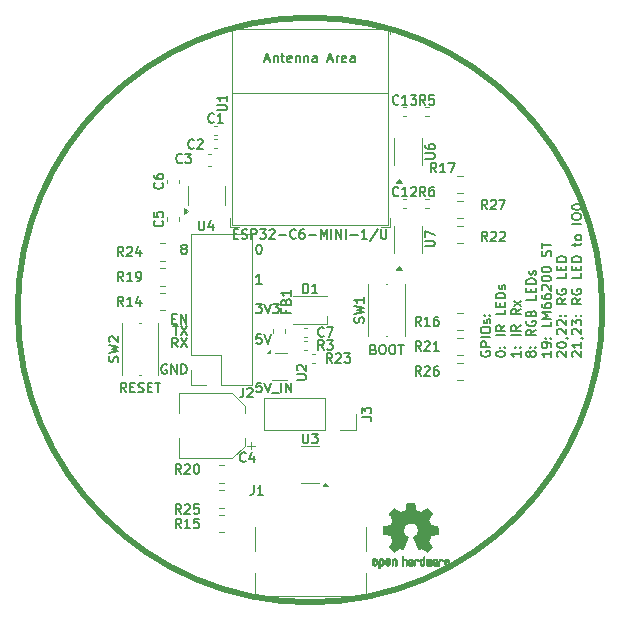
<source format=gbr>
G04 #@! TF.GenerationSoftware,KiCad,Pcbnew,8.0.8*
G04 #@! TF.CreationDate,2025-01-26T21:40:06-06:00*
G04 #@! TF.ProjectId,kbxIrBlaster,6b627849-7242-46c6-9173-7465722e6b69,rev?*
G04 #@! TF.SameCoordinates,Original*
G04 #@! TF.FileFunction,Legend,Top*
G04 #@! TF.FilePolarity,Positive*
%FSLAX46Y46*%
G04 Gerber Fmt 4.6, Leading zero omitted, Abs format (unit mm)*
G04 Created by KiCad (PCBNEW 8.0.8) date 2025-01-26 21:40:06*
%MOMM*%
%LPD*%
G01*
G04 APERTURE LIST*
%ADD10C,0.500000*%
%ADD11C,0.160000*%
%ADD12C,0.010000*%
%ADD13C,0.120000*%
G04 APERTURE END LIST*
D10*
X174750000Y-90000000D02*
G75*
G02*
X125250000Y-90000000I-24750000J0D01*
G01*
X125250000Y-90000000D02*
G75*
G02*
X174750000Y-90000000I24750000J0D01*
G01*
D11*
X145648120Y-84461775D02*
X145724310Y-84461775D01*
X145724310Y-84461775D02*
X145800501Y-84499870D01*
X145800501Y-84499870D02*
X145838596Y-84537965D01*
X145838596Y-84537965D02*
X145876691Y-84614156D01*
X145876691Y-84614156D02*
X145914786Y-84766537D01*
X145914786Y-84766537D02*
X145914786Y-84957013D01*
X145914786Y-84957013D02*
X145876691Y-85109394D01*
X145876691Y-85109394D02*
X145838596Y-85185584D01*
X145838596Y-85185584D02*
X145800501Y-85223680D01*
X145800501Y-85223680D02*
X145724310Y-85261775D01*
X145724310Y-85261775D02*
X145648120Y-85261775D01*
X145648120Y-85261775D02*
X145571929Y-85223680D01*
X145571929Y-85223680D02*
X145533834Y-85185584D01*
X145533834Y-85185584D02*
X145495739Y-85109394D01*
X145495739Y-85109394D02*
X145457643Y-84957013D01*
X145457643Y-84957013D02*
X145457643Y-84766537D01*
X145457643Y-84766537D02*
X145495739Y-84614156D01*
X145495739Y-84614156D02*
X145533834Y-84537965D01*
X145533834Y-84537965D02*
X145571929Y-84499870D01*
X145571929Y-84499870D02*
X145648120Y-84461775D01*
X139237593Y-84804632D02*
X139161403Y-84766537D01*
X139161403Y-84766537D02*
X139123308Y-84728441D01*
X139123308Y-84728441D02*
X139085212Y-84652251D01*
X139085212Y-84652251D02*
X139085212Y-84614156D01*
X139085212Y-84614156D02*
X139123308Y-84537965D01*
X139123308Y-84537965D02*
X139161403Y-84499870D01*
X139161403Y-84499870D02*
X139237593Y-84461775D01*
X139237593Y-84461775D02*
X139389974Y-84461775D01*
X139389974Y-84461775D02*
X139466165Y-84499870D01*
X139466165Y-84499870D02*
X139504260Y-84537965D01*
X139504260Y-84537965D02*
X139542355Y-84614156D01*
X139542355Y-84614156D02*
X139542355Y-84652251D01*
X139542355Y-84652251D02*
X139504260Y-84728441D01*
X139504260Y-84728441D02*
X139466165Y-84766537D01*
X139466165Y-84766537D02*
X139389974Y-84804632D01*
X139389974Y-84804632D02*
X139237593Y-84804632D01*
X139237593Y-84804632D02*
X139161403Y-84842727D01*
X139161403Y-84842727D02*
X139123308Y-84880822D01*
X139123308Y-84880822D02*
X139085212Y-84957013D01*
X139085212Y-84957013D02*
X139085212Y-85109394D01*
X139085212Y-85109394D02*
X139123308Y-85185584D01*
X139123308Y-85185584D02*
X139161403Y-85223680D01*
X139161403Y-85223680D02*
X139237593Y-85261775D01*
X139237593Y-85261775D02*
X139389974Y-85261775D01*
X139389974Y-85261775D02*
X139466165Y-85223680D01*
X139466165Y-85223680D02*
X139504260Y-85185584D01*
X139504260Y-85185584D02*
X139542355Y-85109394D01*
X139542355Y-85109394D02*
X139542355Y-84957013D01*
X139542355Y-84957013D02*
X139504260Y-84880822D01*
X139504260Y-84880822D02*
X139466165Y-84842727D01*
X139466165Y-84842727D02*
X139389974Y-84804632D01*
X145914786Y-87761775D02*
X145457643Y-87761775D01*
X145686215Y-87761775D02*
X145686215Y-86961775D01*
X145686215Y-86961775D02*
X145610024Y-87076060D01*
X145610024Y-87076060D02*
X145533834Y-87152251D01*
X145533834Y-87152251D02*
X145457643Y-87190346D01*
X138323308Y-90742727D02*
X138589974Y-90742727D01*
X138704260Y-91161775D02*
X138323308Y-91161775D01*
X138323308Y-91161775D02*
X138323308Y-90361775D01*
X138323308Y-90361775D02*
X138704260Y-90361775D01*
X139047118Y-91161775D02*
X139047118Y-90361775D01*
X139047118Y-90361775D02*
X139504261Y-91161775D01*
X139504261Y-91161775D02*
X139504261Y-90361775D01*
X164486005Y-93485213D02*
X164447910Y-93561403D01*
X164447910Y-93561403D02*
X164447910Y-93675689D01*
X164447910Y-93675689D02*
X164486005Y-93789975D01*
X164486005Y-93789975D02*
X164562195Y-93866165D01*
X164562195Y-93866165D02*
X164638386Y-93904260D01*
X164638386Y-93904260D02*
X164790767Y-93942356D01*
X164790767Y-93942356D02*
X164905053Y-93942356D01*
X164905053Y-93942356D02*
X165057434Y-93904260D01*
X165057434Y-93904260D02*
X165133624Y-93866165D01*
X165133624Y-93866165D02*
X165209815Y-93789975D01*
X165209815Y-93789975D02*
X165247910Y-93675689D01*
X165247910Y-93675689D02*
X165247910Y-93599498D01*
X165247910Y-93599498D02*
X165209815Y-93485213D01*
X165209815Y-93485213D02*
X165171719Y-93447117D01*
X165171719Y-93447117D02*
X164905053Y-93447117D01*
X164905053Y-93447117D02*
X164905053Y-93599498D01*
X165247910Y-93104260D02*
X164447910Y-93104260D01*
X164447910Y-93104260D02*
X164447910Y-92799498D01*
X164447910Y-92799498D02*
X164486005Y-92723308D01*
X164486005Y-92723308D02*
X164524100Y-92685213D01*
X164524100Y-92685213D02*
X164600291Y-92647117D01*
X164600291Y-92647117D02*
X164714576Y-92647117D01*
X164714576Y-92647117D02*
X164790767Y-92685213D01*
X164790767Y-92685213D02*
X164828862Y-92723308D01*
X164828862Y-92723308D02*
X164866957Y-92799498D01*
X164866957Y-92799498D02*
X164866957Y-93104260D01*
X165247910Y-92304260D02*
X164447910Y-92304260D01*
X164447910Y-91770927D02*
X164447910Y-91618546D01*
X164447910Y-91618546D02*
X164486005Y-91542356D01*
X164486005Y-91542356D02*
X164562195Y-91466165D01*
X164562195Y-91466165D02*
X164714576Y-91428070D01*
X164714576Y-91428070D02*
X164981243Y-91428070D01*
X164981243Y-91428070D02*
X165133624Y-91466165D01*
X165133624Y-91466165D02*
X165209815Y-91542356D01*
X165209815Y-91542356D02*
X165247910Y-91618546D01*
X165247910Y-91618546D02*
X165247910Y-91770927D01*
X165247910Y-91770927D02*
X165209815Y-91847118D01*
X165209815Y-91847118D02*
X165133624Y-91923308D01*
X165133624Y-91923308D02*
X164981243Y-91961404D01*
X164981243Y-91961404D02*
X164714576Y-91961404D01*
X164714576Y-91961404D02*
X164562195Y-91923308D01*
X164562195Y-91923308D02*
X164486005Y-91847118D01*
X164486005Y-91847118D02*
X164447910Y-91770927D01*
X165209815Y-91123309D02*
X165247910Y-91047118D01*
X165247910Y-91047118D02*
X165247910Y-90894737D01*
X165247910Y-90894737D02*
X165209815Y-90818547D01*
X165209815Y-90818547D02*
X165133624Y-90780451D01*
X165133624Y-90780451D02*
X165095529Y-90780451D01*
X165095529Y-90780451D02*
X165019338Y-90818547D01*
X165019338Y-90818547D02*
X164981243Y-90894737D01*
X164981243Y-90894737D02*
X164981243Y-91009023D01*
X164981243Y-91009023D02*
X164943148Y-91085213D01*
X164943148Y-91085213D02*
X164866957Y-91123309D01*
X164866957Y-91123309D02*
X164828862Y-91123309D01*
X164828862Y-91123309D02*
X164752672Y-91085213D01*
X164752672Y-91085213D02*
X164714576Y-91009023D01*
X164714576Y-91009023D02*
X164714576Y-90894737D01*
X164714576Y-90894737D02*
X164752672Y-90818547D01*
X165171719Y-90437594D02*
X165209815Y-90399499D01*
X165209815Y-90399499D02*
X165247910Y-90437594D01*
X165247910Y-90437594D02*
X165209815Y-90475690D01*
X165209815Y-90475690D02*
X165171719Y-90437594D01*
X165171719Y-90437594D02*
X165247910Y-90437594D01*
X164752672Y-90437594D02*
X164790767Y-90399499D01*
X164790767Y-90399499D02*
X164828862Y-90437594D01*
X164828862Y-90437594D02*
X164790767Y-90475690D01*
X164790767Y-90475690D02*
X164752672Y-90437594D01*
X164752672Y-90437594D02*
X164828862Y-90437594D01*
X165735865Y-93751879D02*
X165735865Y-93675689D01*
X165735865Y-93675689D02*
X165773960Y-93599498D01*
X165773960Y-93599498D02*
X165812055Y-93561403D01*
X165812055Y-93561403D02*
X165888246Y-93523308D01*
X165888246Y-93523308D02*
X166040627Y-93485213D01*
X166040627Y-93485213D02*
X166231103Y-93485213D01*
X166231103Y-93485213D02*
X166383484Y-93523308D01*
X166383484Y-93523308D02*
X166459674Y-93561403D01*
X166459674Y-93561403D02*
X166497770Y-93599498D01*
X166497770Y-93599498D02*
X166535865Y-93675689D01*
X166535865Y-93675689D02*
X166535865Y-93751879D01*
X166535865Y-93751879D02*
X166497770Y-93828070D01*
X166497770Y-93828070D02*
X166459674Y-93866165D01*
X166459674Y-93866165D02*
X166383484Y-93904260D01*
X166383484Y-93904260D02*
X166231103Y-93942356D01*
X166231103Y-93942356D02*
X166040627Y-93942356D01*
X166040627Y-93942356D02*
X165888246Y-93904260D01*
X165888246Y-93904260D02*
X165812055Y-93866165D01*
X165812055Y-93866165D02*
X165773960Y-93828070D01*
X165773960Y-93828070D02*
X165735865Y-93751879D01*
X166459674Y-93142355D02*
X166497770Y-93104260D01*
X166497770Y-93104260D02*
X166535865Y-93142355D01*
X166535865Y-93142355D02*
X166497770Y-93180451D01*
X166497770Y-93180451D02*
X166459674Y-93142355D01*
X166459674Y-93142355D02*
X166535865Y-93142355D01*
X166040627Y-93142355D02*
X166078722Y-93104260D01*
X166078722Y-93104260D02*
X166116817Y-93142355D01*
X166116817Y-93142355D02*
X166078722Y-93180451D01*
X166078722Y-93180451D02*
X166040627Y-93142355D01*
X166040627Y-93142355D02*
X166116817Y-93142355D01*
X166535865Y-92151879D02*
X165735865Y-92151879D01*
X166535865Y-91313784D02*
X166154912Y-91580451D01*
X166535865Y-91770927D02*
X165735865Y-91770927D01*
X165735865Y-91770927D02*
X165735865Y-91466165D01*
X165735865Y-91466165D02*
X165773960Y-91389975D01*
X165773960Y-91389975D02*
X165812055Y-91351880D01*
X165812055Y-91351880D02*
X165888246Y-91313784D01*
X165888246Y-91313784D02*
X166002531Y-91313784D01*
X166002531Y-91313784D02*
X166078722Y-91351880D01*
X166078722Y-91351880D02*
X166116817Y-91389975D01*
X166116817Y-91389975D02*
X166154912Y-91466165D01*
X166154912Y-91466165D02*
X166154912Y-91770927D01*
X166535865Y-89980451D02*
X166535865Y-90361403D01*
X166535865Y-90361403D02*
X165735865Y-90361403D01*
X166116817Y-89713784D02*
X166116817Y-89447118D01*
X166535865Y-89332832D02*
X166535865Y-89713784D01*
X166535865Y-89713784D02*
X165735865Y-89713784D01*
X165735865Y-89713784D02*
X165735865Y-89332832D01*
X166535865Y-88989974D02*
X165735865Y-88989974D01*
X165735865Y-88989974D02*
X165735865Y-88799498D01*
X165735865Y-88799498D02*
X165773960Y-88685212D01*
X165773960Y-88685212D02*
X165850150Y-88609022D01*
X165850150Y-88609022D02*
X165926341Y-88570927D01*
X165926341Y-88570927D02*
X166078722Y-88532831D01*
X166078722Y-88532831D02*
X166193008Y-88532831D01*
X166193008Y-88532831D02*
X166345389Y-88570927D01*
X166345389Y-88570927D02*
X166421579Y-88609022D01*
X166421579Y-88609022D02*
X166497770Y-88685212D01*
X166497770Y-88685212D02*
X166535865Y-88799498D01*
X166535865Y-88799498D02*
X166535865Y-88989974D01*
X166497770Y-88228070D02*
X166535865Y-88151879D01*
X166535865Y-88151879D02*
X166535865Y-87999498D01*
X166535865Y-87999498D02*
X166497770Y-87923308D01*
X166497770Y-87923308D02*
X166421579Y-87885212D01*
X166421579Y-87885212D02*
X166383484Y-87885212D01*
X166383484Y-87885212D02*
X166307293Y-87923308D01*
X166307293Y-87923308D02*
X166269198Y-87999498D01*
X166269198Y-87999498D02*
X166269198Y-88113784D01*
X166269198Y-88113784D02*
X166231103Y-88189974D01*
X166231103Y-88189974D02*
X166154912Y-88228070D01*
X166154912Y-88228070D02*
X166116817Y-88228070D01*
X166116817Y-88228070D02*
X166040627Y-88189974D01*
X166040627Y-88189974D02*
X166002531Y-88113784D01*
X166002531Y-88113784D02*
X166002531Y-87999498D01*
X166002531Y-87999498D02*
X166040627Y-87923308D01*
X167823820Y-93485213D02*
X167823820Y-93942356D01*
X167823820Y-93713784D02*
X167023820Y-93713784D01*
X167023820Y-93713784D02*
X167138105Y-93789975D01*
X167138105Y-93789975D02*
X167214296Y-93866165D01*
X167214296Y-93866165D02*
X167252391Y-93942356D01*
X167747629Y-93142355D02*
X167785725Y-93104260D01*
X167785725Y-93104260D02*
X167823820Y-93142355D01*
X167823820Y-93142355D02*
X167785725Y-93180451D01*
X167785725Y-93180451D02*
X167747629Y-93142355D01*
X167747629Y-93142355D02*
X167823820Y-93142355D01*
X167328582Y-93142355D02*
X167366677Y-93104260D01*
X167366677Y-93104260D02*
X167404772Y-93142355D01*
X167404772Y-93142355D02*
X167366677Y-93180451D01*
X167366677Y-93180451D02*
X167328582Y-93142355D01*
X167328582Y-93142355D02*
X167404772Y-93142355D01*
X167823820Y-92151879D02*
X167023820Y-92151879D01*
X167823820Y-91313784D02*
X167442867Y-91580451D01*
X167823820Y-91770927D02*
X167023820Y-91770927D01*
X167023820Y-91770927D02*
X167023820Y-91466165D01*
X167023820Y-91466165D02*
X167061915Y-91389975D01*
X167061915Y-91389975D02*
X167100010Y-91351880D01*
X167100010Y-91351880D02*
X167176201Y-91313784D01*
X167176201Y-91313784D02*
X167290486Y-91313784D01*
X167290486Y-91313784D02*
X167366677Y-91351880D01*
X167366677Y-91351880D02*
X167404772Y-91389975D01*
X167404772Y-91389975D02*
X167442867Y-91466165D01*
X167442867Y-91466165D02*
X167442867Y-91770927D01*
X167823820Y-89904260D02*
X167442867Y-90170927D01*
X167823820Y-90361403D02*
X167023820Y-90361403D01*
X167023820Y-90361403D02*
X167023820Y-90056641D01*
X167023820Y-90056641D02*
X167061915Y-89980451D01*
X167061915Y-89980451D02*
X167100010Y-89942356D01*
X167100010Y-89942356D02*
X167176201Y-89904260D01*
X167176201Y-89904260D02*
X167290486Y-89904260D01*
X167290486Y-89904260D02*
X167366677Y-89942356D01*
X167366677Y-89942356D02*
X167404772Y-89980451D01*
X167404772Y-89980451D02*
X167442867Y-90056641D01*
X167442867Y-90056641D02*
X167442867Y-90361403D01*
X167823820Y-89637594D02*
X167290486Y-89218546D01*
X167290486Y-89637594D02*
X167823820Y-89218546D01*
X168654632Y-93789975D02*
X168616537Y-93866165D01*
X168616537Y-93866165D02*
X168578441Y-93904260D01*
X168578441Y-93904260D02*
X168502251Y-93942356D01*
X168502251Y-93942356D02*
X168464156Y-93942356D01*
X168464156Y-93942356D02*
X168387965Y-93904260D01*
X168387965Y-93904260D02*
X168349870Y-93866165D01*
X168349870Y-93866165D02*
X168311775Y-93789975D01*
X168311775Y-93789975D02*
X168311775Y-93637594D01*
X168311775Y-93637594D02*
X168349870Y-93561403D01*
X168349870Y-93561403D02*
X168387965Y-93523308D01*
X168387965Y-93523308D02*
X168464156Y-93485213D01*
X168464156Y-93485213D02*
X168502251Y-93485213D01*
X168502251Y-93485213D02*
X168578441Y-93523308D01*
X168578441Y-93523308D02*
X168616537Y-93561403D01*
X168616537Y-93561403D02*
X168654632Y-93637594D01*
X168654632Y-93637594D02*
X168654632Y-93789975D01*
X168654632Y-93789975D02*
X168692727Y-93866165D01*
X168692727Y-93866165D02*
X168730822Y-93904260D01*
X168730822Y-93904260D02*
X168807013Y-93942356D01*
X168807013Y-93942356D02*
X168959394Y-93942356D01*
X168959394Y-93942356D02*
X169035584Y-93904260D01*
X169035584Y-93904260D02*
X169073680Y-93866165D01*
X169073680Y-93866165D02*
X169111775Y-93789975D01*
X169111775Y-93789975D02*
X169111775Y-93637594D01*
X169111775Y-93637594D02*
X169073680Y-93561403D01*
X169073680Y-93561403D02*
X169035584Y-93523308D01*
X169035584Y-93523308D02*
X168959394Y-93485213D01*
X168959394Y-93485213D02*
X168807013Y-93485213D01*
X168807013Y-93485213D02*
X168730822Y-93523308D01*
X168730822Y-93523308D02*
X168692727Y-93561403D01*
X168692727Y-93561403D02*
X168654632Y-93637594D01*
X169035584Y-93142355D02*
X169073680Y-93104260D01*
X169073680Y-93104260D02*
X169111775Y-93142355D01*
X169111775Y-93142355D02*
X169073680Y-93180451D01*
X169073680Y-93180451D02*
X169035584Y-93142355D01*
X169035584Y-93142355D02*
X169111775Y-93142355D01*
X168616537Y-93142355D02*
X168654632Y-93104260D01*
X168654632Y-93104260D02*
X168692727Y-93142355D01*
X168692727Y-93142355D02*
X168654632Y-93180451D01*
X168654632Y-93180451D02*
X168616537Y-93142355D01*
X168616537Y-93142355D02*
X168692727Y-93142355D01*
X169111775Y-91694736D02*
X168730822Y-91961403D01*
X169111775Y-92151879D02*
X168311775Y-92151879D01*
X168311775Y-92151879D02*
X168311775Y-91847117D01*
X168311775Y-91847117D02*
X168349870Y-91770927D01*
X168349870Y-91770927D02*
X168387965Y-91732832D01*
X168387965Y-91732832D02*
X168464156Y-91694736D01*
X168464156Y-91694736D02*
X168578441Y-91694736D01*
X168578441Y-91694736D02*
X168654632Y-91732832D01*
X168654632Y-91732832D02*
X168692727Y-91770927D01*
X168692727Y-91770927D02*
X168730822Y-91847117D01*
X168730822Y-91847117D02*
X168730822Y-92151879D01*
X168349870Y-90932832D02*
X168311775Y-91009022D01*
X168311775Y-91009022D02*
X168311775Y-91123308D01*
X168311775Y-91123308D02*
X168349870Y-91237594D01*
X168349870Y-91237594D02*
X168426060Y-91313784D01*
X168426060Y-91313784D02*
X168502251Y-91351879D01*
X168502251Y-91351879D02*
X168654632Y-91389975D01*
X168654632Y-91389975D02*
X168768918Y-91389975D01*
X168768918Y-91389975D02*
X168921299Y-91351879D01*
X168921299Y-91351879D02*
X168997489Y-91313784D01*
X168997489Y-91313784D02*
X169073680Y-91237594D01*
X169073680Y-91237594D02*
X169111775Y-91123308D01*
X169111775Y-91123308D02*
X169111775Y-91047117D01*
X169111775Y-91047117D02*
X169073680Y-90932832D01*
X169073680Y-90932832D02*
X169035584Y-90894736D01*
X169035584Y-90894736D02*
X168768918Y-90894736D01*
X168768918Y-90894736D02*
X168768918Y-91047117D01*
X168692727Y-90285213D02*
X168730822Y-90170927D01*
X168730822Y-90170927D02*
X168768918Y-90132832D01*
X168768918Y-90132832D02*
X168845108Y-90094736D01*
X168845108Y-90094736D02*
X168959394Y-90094736D01*
X168959394Y-90094736D02*
X169035584Y-90132832D01*
X169035584Y-90132832D02*
X169073680Y-90170927D01*
X169073680Y-90170927D02*
X169111775Y-90247117D01*
X169111775Y-90247117D02*
X169111775Y-90551879D01*
X169111775Y-90551879D02*
X168311775Y-90551879D01*
X168311775Y-90551879D02*
X168311775Y-90285213D01*
X168311775Y-90285213D02*
X168349870Y-90209022D01*
X168349870Y-90209022D02*
X168387965Y-90170927D01*
X168387965Y-90170927D02*
X168464156Y-90132832D01*
X168464156Y-90132832D02*
X168540346Y-90132832D01*
X168540346Y-90132832D02*
X168616537Y-90170927D01*
X168616537Y-90170927D02*
X168654632Y-90209022D01*
X168654632Y-90209022D02*
X168692727Y-90285213D01*
X168692727Y-90285213D02*
X168692727Y-90551879D01*
X169111775Y-88761403D02*
X169111775Y-89142355D01*
X169111775Y-89142355D02*
X168311775Y-89142355D01*
X168692727Y-88494736D02*
X168692727Y-88228070D01*
X169111775Y-88113784D02*
X169111775Y-88494736D01*
X169111775Y-88494736D02*
X168311775Y-88494736D01*
X168311775Y-88494736D02*
X168311775Y-88113784D01*
X169111775Y-87770926D02*
X168311775Y-87770926D01*
X168311775Y-87770926D02*
X168311775Y-87580450D01*
X168311775Y-87580450D02*
X168349870Y-87466164D01*
X168349870Y-87466164D02*
X168426060Y-87389974D01*
X168426060Y-87389974D02*
X168502251Y-87351879D01*
X168502251Y-87351879D02*
X168654632Y-87313783D01*
X168654632Y-87313783D02*
X168768918Y-87313783D01*
X168768918Y-87313783D02*
X168921299Y-87351879D01*
X168921299Y-87351879D02*
X168997489Y-87389974D01*
X168997489Y-87389974D02*
X169073680Y-87466164D01*
X169073680Y-87466164D02*
X169111775Y-87580450D01*
X169111775Y-87580450D02*
X169111775Y-87770926D01*
X169073680Y-87009022D02*
X169111775Y-86932831D01*
X169111775Y-86932831D02*
X169111775Y-86780450D01*
X169111775Y-86780450D02*
X169073680Y-86704260D01*
X169073680Y-86704260D02*
X168997489Y-86666164D01*
X168997489Y-86666164D02*
X168959394Y-86666164D01*
X168959394Y-86666164D02*
X168883203Y-86704260D01*
X168883203Y-86704260D02*
X168845108Y-86780450D01*
X168845108Y-86780450D02*
X168845108Y-86894736D01*
X168845108Y-86894736D02*
X168807013Y-86970926D01*
X168807013Y-86970926D02*
X168730822Y-87009022D01*
X168730822Y-87009022D02*
X168692727Y-87009022D01*
X168692727Y-87009022D02*
X168616537Y-86970926D01*
X168616537Y-86970926D02*
X168578441Y-86894736D01*
X168578441Y-86894736D02*
X168578441Y-86780450D01*
X168578441Y-86780450D02*
X168616537Y-86704260D01*
X170399730Y-93485213D02*
X170399730Y-93942356D01*
X170399730Y-93713784D02*
X169599730Y-93713784D01*
X169599730Y-93713784D02*
X169714015Y-93789975D01*
X169714015Y-93789975D02*
X169790206Y-93866165D01*
X169790206Y-93866165D02*
X169828301Y-93942356D01*
X170399730Y-93104260D02*
X170399730Y-92951879D01*
X170399730Y-92951879D02*
X170361635Y-92875689D01*
X170361635Y-92875689D02*
X170323539Y-92837593D01*
X170323539Y-92837593D02*
X170209254Y-92761403D01*
X170209254Y-92761403D02*
X170056873Y-92723308D01*
X170056873Y-92723308D02*
X169752111Y-92723308D01*
X169752111Y-92723308D02*
X169675920Y-92761403D01*
X169675920Y-92761403D02*
X169637825Y-92799498D01*
X169637825Y-92799498D02*
X169599730Y-92875689D01*
X169599730Y-92875689D02*
X169599730Y-93028070D01*
X169599730Y-93028070D02*
X169637825Y-93104260D01*
X169637825Y-93104260D02*
X169675920Y-93142355D01*
X169675920Y-93142355D02*
X169752111Y-93180451D01*
X169752111Y-93180451D02*
X169942587Y-93180451D01*
X169942587Y-93180451D02*
X170018777Y-93142355D01*
X170018777Y-93142355D02*
X170056873Y-93104260D01*
X170056873Y-93104260D02*
X170094968Y-93028070D01*
X170094968Y-93028070D02*
X170094968Y-92875689D01*
X170094968Y-92875689D02*
X170056873Y-92799498D01*
X170056873Y-92799498D02*
X170018777Y-92761403D01*
X170018777Y-92761403D02*
X169942587Y-92723308D01*
X170323539Y-92380450D02*
X170361635Y-92342355D01*
X170361635Y-92342355D02*
X170399730Y-92380450D01*
X170399730Y-92380450D02*
X170361635Y-92418546D01*
X170361635Y-92418546D02*
X170323539Y-92380450D01*
X170323539Y-92380450D02*
X170399730Y-92380450D01*
X169904492Y-92380450D02*
X169942587Y-92342355D01*
X169942587Y-92342355D02*
X169980682Y-92380450D01*
X169980682Y-92380450D02*
X169942587Y-92418546D01*
X169942587Y-92418546D02*
X169904492Y-92380450D01*
X169904492Y-92380450D02*
X169980682Y-92380450D01*
X170399730Y-91009022D02*
X170399730Y-91389974D01*
X170399730Y-91389974D02*
X169599730Y-91389974D01*
X170399730Y-90742355D02*
X169599730Y-90742355D01*
X169599730Y-90742355D02*
X170171158Y-90475689D01*
X170171158Y-90475689D02*
X169599730Y-90209022D01*
X169599730Y-90209022D02*
X170399730Y-90209022D01*
X169599730Y-89485212D02*
X169599730Y-89637593D01*
X169599730Y-89637593D02*
X169637825Y-89713784D01*
X169637825Y-89713784D02*
X169675920Y-89751879D01*
X169675920Y-89751879D02*
X169790206Y-89828069D01*
X169790206Y-89828069D02*
X169942587Y-89866165D01*
X169942587Y-89866165D02*
X170247349Y-89866165D01*
X170247349Y-89866165D02*
X170323539Y-89828069D01*
X170323539Y-89828069D02*
X170361635Y-89789974D01*
X170361635Y-89789974D02*
X170399730Y-89713784D01*
X170399730Y-89713784D02*
X170399730Y-89561403D01*
X170399730Y-89561403D02*
X170361635Y-89485212D01*
X170361635Y-89485212D02*
X170323539Y-89447117D01*
X170323539Y-89447117D02*
X170247349Y-89409022D01*
X170247349Y-89409022D02*
X170056873Y-89409022D01*
X170056873Y-89409022D02*
X169980682Y-89447117D01*
X169980682Y-89447117D02*
X169942587Y-89485212D01*
X169942587Y-89485212D02*
X169904492Y-89561403D01*
X169904492Y-89561403D02*
X169904492Y-89713784D01*
X169904492Y-89713784D02*
X169942587Y-89789974D01*
X169942587Y-89789974D02*
X169980682Y-89828069D01*
X169980682Y-89828069D02*
X170056873Y-89866165D01*
X169599730Y-88723307D02*
X169599730Y-88875688D01*
X169599730Y-88875688D02*
X169637825Y-88951879D01*
X169637825Y-88951879D02*
X169675920Y-88989974D01*
X169675920Y-88989974D02*
X169790206Y-89066164D01*
X169790206Y-89066164D02*
X169942587Y-89104260D01*
X169942587Y-89104260D02*
X170247349Y-89104260D01*
X170247349Y-89104260D02*
X170323539Y-89066164D01*
X170323539Y-89066164D02*
X170361635Y-89028069D01*
X170361635Y-89028069D02*
X170399730Y-88951879D01*
X170399730Y-88951879D02*
X170399730Y-88799498D01*
X170399730Y-88799498D02*
X170361635Y-88723307D01*
X170361635Y-88723307D02*
X170323539Y-88685212D01*
X170323539Y-88685212D02*
X170247349Y-88647117D01*
X170247349Y-88647117D02*
X170056873Y-88647117D01*
X170056873Y-88647117D02*
X169980682Y-88685212D01*
X169980682Y-88685212D02*
X169942587Y-88723307D01*
X169942587Y-88723307D02*
X169904492Y-88799498D01*
X169904492Y-88799498D02*
X169904492Y-88951879D01*
X169904492Y-88951879D02*
X169942587Y-89028069D01*
X169942587Y-89028069D02*
X169980682Y-89066164D01*
X169980682Y-89066164D02*
X170056873Y-89104260D01*
X169675920Y-88342355D02*
X169637825Y-88304259D01*
X169637825Y-88304259D02*
X169599730Y-88228069D01*
X169599730Y-88228069D02*
X169599730Y-88037593D01*
X169599730Y-88037593D02*
X169637825Y-87961402D01*
X169637825Y-87961402D02*
X169675920Y-87923307D01*
X169675920Y-87923307D02*
X169752111Y-87885212D01*
X169752111Y-87885212D02*
X169828301Y-87885212D01*
X169828301Y-87885212D02*
X169942587Y-87923307D01*
X169942587Y-87923307D02*
X170399730Y-88380450D01*
X170399730Y-88380450D02*
X170399730Y-87885212D01*
X169599730Y-87389973D02*
X169599730Y-87313783D01*
X169599730Y-87313783D02*
X169637825Y-87237592D01*
X169637825Y-87237592D02*
X169675920Y-87199497D01*
X169675920Y-87199497D02*
X169752111Y-87161402D01*
X169752111Y-87161402D02*
X169904492Y-87123307D01*
X169904492Y-87123307D02*
X170094968Y-87123307D01*
X170094968Y-87123307D02*
X170247349Y-87161402D01*
X170247349Y-87161402D02*
X170323539Y-87199497D01*
X170323539Y-87199497D02*
X170361635Y-87237592D01*
X170361635Y-87237592D02*
X170399730Y-87313783D01*
X170399730Y-87313783D02*
X170399730Y-87389973D01*
X170399730Y-87389973D02*
X170361635Y-87466164D01*
X170361635Y-87466164D02*
X170323539Y-87504259D01*
X170323539Y-87504259D02*
X170247349Y-87542354D01*
X170247349Y-87542354D02*
X170094968Y-87580450D01*
X170094968Y-87580450D02*
X169904492Y-87580450D01*
X169904492Y-87580450D02*
X169752111Y-87542354D01*
X169752111Y-87542354D02*
X169675920Y-87504259D01*
X169675920Y-87504259D02*
X169637825Y-87466164D01*
X169637825Y-87466164D02*
X169599730Y-87389973D01*
X169599730Y-86628068D02*
X169599730Y-86551878D01*
X169599730Y-86551878D02*
X169637825Y-86475687D01*
X169637825Y-86475687D02*
X169675920Y-86437592D01*
X169675920Y-86437592D02*
X169752111Y-86399497D01*
X169752111Y-86399497D02*
X169904492Y-86361402D01*
X169904492Y-86361402D02*
X170094968Y-86361402D01*
X170094968Y-86361402D02*
X170247349Y-86399497D01*
X170247349Y-86399497D02*
X170323539Y-86437592D01*
X170323539Y-86437592D02*
X170361635Y-86475687D01*
X170361635Y-86475687D02*
X170399730Y-86551878D01*
X170399730Y-86551878D02*
X170399730Y-86628068D01*
X170399730Y-86628068D02*
X170361635Y-86704259D01*
X170361635Y-86704259D02*
X170323539Y-86742354D01*
X170323539Y-86742354D02*
X170247349Y-86780449D01*
X170247349Y-86780449D02*
X170094968Y-86818545D01*
X170094968Y-86818545D02*
X169904492Y-86818545D01*
X169904492Y-86818545D02*
X169752111Y-86780449D01*
X169752111Y-86780449D02*
X169675920Y-86742354D01*
X169675920Y-86742354D02*
X169637825Y-86704259D01*
X169637825Y-86704259D02*
X169599730Y-86628068D01*
X170361635Y-85447116D02*
X170399730Y-85332830D01*
X170399730Y-85332830D02*
X170399730Y-85142354D01*
X170399730Y-85142354D02*
X170361635Y-85066163D01*
X170361635Y-85066163D02*
X170323539Y-85028068D01*
X170323539Y-85028068D02*
X170247349Y-84989973D01*
X170247349Y-84989973D02*
X170171158Y-84989973D01*
X170171158Y-84989973D02*
X170094968Y-85028068D01*
X170094968Y-85028068D02*
X170056873Y-85066163D01*
X170056873Y-85066163D02*
X170018777Y-85142354D01*
X170018777Y-85142354D02*
X169980682Y-85294735D01*
X169980682Y-85294735D02*
X169942587Y-85370925D01*
X169942587Y-85370925D02*
X169904492Y-85409020D01*
X169904492Y-85409020D02*
X169828301Y-85447116D01*
X169828301Y-85447116D02*
X169752111Y-85447116D01*
X169752111Y-85447116D02*
X169675920Y-85409020D01*
X169675920Y-85409020D02*
X169637825Y-85370925D01*
X169637825Y-85370925D02*
X169599730Y-85294735D01*
X169599730Y-85294735D02*
X169599730Y-85104258D01*
X169599730Y-85104258D02*
X169637825Y-84989973D01*
X169599730Y-84761401D02*
X169599730Y-84304258D01*
X170399730Y-84532830D02*
X169599730Y-84532830D01*
X170963875Y-93942356D02*
X170925780Y-93904260D01*
X170925780Y-93904260D02*
X170887685Y-93828070D01*
X170887685Y-93828070D02*
X170887685Y-93637594D01*
X170887685Y-93637594D02*
X170925780Y-93561403D01*
X170925780Y-93561403D02*
X170963875Y-93523308D01*
X170963875Y-93523308D02*
X171040066Y-93485213D01*
X171040066Y-93485213D02*
X171116256Y-93485213D01*
X171116256Y-93485213D02*
X171230542Y-93523308D01*
X171230542Y-93523308D02*
X171687685Y-93980451D01*
X171687685Y-93980451D02*
X171687685Y-93485213D01*
X170887685Y-92989974D02*
X170887685Y-92913784D01*
X170887685Y-92913784D02*
X170925780Y-92837593D01*
X170925780Y-92837593D02*
X170963875Y-92799498D01*
X170963875Y-92799498D02*
X171040066Y-92761403D01*
X171040066Y-92761403D02*
X171192447Y-92723308D01*
X171192447Y-92723308D02*
X171382923Y-92723308D01*
X171382923Y-92723308D02*
X171535304Y-92761403D01*
X171535304Y-92761403D02*
X171611494Y-92799498D01*
X171611494Y-92799498D02*
X171649590Y-92837593D01*
X171649590Y-92837593D02*
X171687685Y-92913784D01*
X171687685Y-92913784D02*
X171687685Y-92989974D01*
X171687685Y-92989974D02*
X171649590Y-93066165D01*
X171649590Y-93066165D02*
X171611494Y-93104260D01*
X171611494Y-93104260D02*
X171535304Y-93142355D01*
X171535304Y-93142355D02*
X171382923Y-93180451D01*
X171382923Y-93180451D02*
X171192447Y-93180451D01*
X171192447Y-93180451D02*
X171040066Y-93142355D01*
X171040066Y-93142355D02*
X170963875Y-93104260D01*
X170963875Y-93104260D02*
X170925780Y-93066165D01*
X170925780Y-93066165D02*
X170887685Y-92989974D01*
X171649590Y-92342355D02*
X171687685Y-92342355D01*
X171687685Y-92342355D02*
X171763875Y-92380450D01*
X171763875Y-92380450D02*
X171801970Y-92418546D01*
X170963875Y-92037594D02*
X170925780Y-91999498D01*
X170925780Y-91999498D02*
X170887685Y-91923308D01*
X170887685Y-91923308D02*
X170887685Y-91732832D01*
X170887685Y-91732832D02*
X170925780Y-91656641D01*
X170925780Y-91656641D02*
X170963875Y-91618546D01*
X170963875Y-91618546D02*
X171040066Y-91580451D01*
X171040066Y-91580451D02*
X171116256Y-91580451D01*
X171116256Y-91580451D02*
X171230542Y-91618546D01*
X171230542Y-91618546D02*
X171687685Y-92075689D01*
X171687685Y-92075689D02*
X171687685Y-91580451D01*
X170963875Y-91275689D02*
X170925780Y-91237593D01*
X170925780Y-91237593D02*
X170887685Y-91161403D01*
X170887685Y-91161403D02*
X170887685Y-90970927D01*
X170887685Y-90970927D02*
X170925780Y-90894736D01*
X170925780Y-90894736D02*
X170963875Y-90856641D01*
X170963875Y-90856641D02*
X171040066Y-90818546D01*
X171040066Y-90818546D02*
X171116256Y-90818546D01*
X171116256Y-90818546D02*
X171230542Y-90856641D01*
X171230542Y-90856641D02*
X171687685Y-91313784D01*
X171687685Y-91313784D02*
X171687685Y-90818546D01*
X171611494Y-90475688D02*
X171649590Y-90437593D01*
X171649590Y-90437593D02*
X171687685Y-90475688D01*
X171687685Y-90475688D02*
X171649590Y-90513784D01*
X171649590Y-90513784D02*
X171611494Y-90475688D01*
X171611494Y-90475688D02*
X171687685Y-90475688D01*
X171192447Y-90475688D02*
X171230542Y-90437593D01*
X171230542Y-90437593D02*
X171268637Y-90475688D01*
X171268637Y-90475688D02*
X171230542Y-90513784D01*
X171230542Y-90513784D02*
X171192447Y-90475688D01*
X171192447Y-90475688D02*
X171268637Y-90475688D01*
X171687685Y-89028069D02*
X171306732Y-89294736D01*
X171687685Y-89485212D02*
X170887685Y-89485212D01*
X170887685Y-89485212D02*
X170887685Y-89180450D01*
X170887685Y-89180450D02*
X170925780Y-89104260D01*
X170925780Y-89104260D02*
X170963875Y-89066165D01*
X170963875Y-89066165D02*
X171040066Y-89028069D01*
X171040066Y-89028069D02*
X171154351Y-89028069D01*
X171154351Y-89028069D02*
X171230542Y-89066165D01*
X171230542Y-89066165D02*
X171268637Y-89104260D01*
X171268637Y-89104260D02*
X171306732Y-89180450D01*
X171306732Y-89180450D02*
X171306732Y-89485212D01*
X170925780Y-88266165D02*
X170887685Y-88342355D01*
X170887685Y-88342355D02*
X170887685Y-88456641D01*
X170887685Y-88456641D02*
X170925780Y-88570927D01*
X170925780Y-88570927D02*
X171001970Y-88647117D01*
X171001970Y-88647117D02*
X171078161Y-88685212D01*
X171078161Y-88685212D02*
X171230542Y-88723308D01*
X171230542Y-88723308D02*
X171344828Y-88723308D01*
X171344828Y-88723308D02*
X171497209Y-88685212D01*
X171497209Y-88685212D02*
X171573399Y-88647117D01*
X171573399Y-88647117D02*
X171649590Y-88570927D01*
X171649590Y-88570927D02*
X171687685Y-88456641D01*
X171687685Y-88456641D02*
X171687685Y-88380450D01*
X171687685Y-88380450D02*
X171649590Y-88266165D01*
X171649590Y-88266165D02*
X171611494Y-88228069D01*
X171611494Y-88228069D02*
X171344828Y-88228069D01*
X171344828Y-88228069D02*
X171344828Y-88380450D01*
X171687685Y-86894736D02*
X171687685Y-87275688D01*
X171687685Y-87275688D02*
X170887685Y-87275688D01*
X171268637Y-86628069D02*
X171268637Y-86361403D01*
X171687685Y-86247117D02*
X171687685Y-86628069D01*
X171687685Y-86628069D02*
X170887685Y-86628069D01*
X170887685Y-86628069D02*
X170887685Y-86247117D01*
X171687685Y-85904259D02*
X170887685Y-85904259D01*
X170887685Y-85904259D02*
X170887685Y-85713783D01*
X170887685Y-85713783D02*
X170925780Y-85599497D01*
X170925780Y-85599497D02*
X171001970Y-85523307D01*
X171001970Y-85523307D02*
X171078161Y-85485212D01*
X171078161Y-85485212D02*
X171230542Y-85447116D01*
X171230542Y-85447116D02*
X171344828Y-85447116D01*
X171344828Y-85447116D02*
X171497209Y-85485212D01*
X171497209Y-85485212D02*
X171573399Y-85523307D01*
X171573399Y-85523307D02*
X171649590Y-85599497D01*
X171649590Y-85599497D02*
X171687685Y-85713783D01*
X171687685Y-85713783D02*
X171687685Y-85904259D01*
X172251830Y-93942356D02*
X172213735Y-93904260D01*
X172213735Y-93904260D02*
X172175640Y-93828070D01*
X172175640Y-93828070D02*
X172175640Y-93637594D01*
X172175640Y-93637594D02*
X172213735Y-93561403D01*
X172213735Y-93561403D02*
X172251830Y-93523308D01*
X172251830Y-93523308D02*
X172328021Y-93485213D01*
X172328021Y-93485213D02*
X172404211Y-93485213D01*
X172404211Y-93485213D02*
X172518497Y-93523308D01*
X172518497Y-93523308D02*
X172975640Y-93980451D01*
X172975640Y-93980451D02*
X172975640Y-93485213D01*
X172975640Y-92723308D02*
X172975640Y-93180451D01*
X172975640Y-92951879D02*
X172175640Y-92951879D01*
X172175640Y-92951879D02*
X172289925Y-93028070D01*
X172289925Y-93028070D02*
X172366116Y-93104260D01*
X172366116Y-93104260D02*
X172404211Y-93180451D01*
X172937545Y-92342355D02*
X172975640Y-92342355D01*
X172975640Y-92342355D02*
X173051830Y-92380450D01*
X173051830Y-92380450D02*
X173089925Y-92418546D01*
X172251830Y-92037594D02*
X172213735Y-91999498D01*
X172213735Y-91999498D02*
X172175640Y-91923308D01*
X172175640Y-91923308D02*
X172175640Y-91732832D01*
X172175640Y-91732832D02*
X172213735Y-91656641D01*
X172213735Y-91656641D02*
X172251830Y-91618546D01*
X172251830Y-91618546D02*
X172328021Y-91580451D01*
X172328021Y-91580451D02*
X172404211Y-91580451D01*
X172404211Y-91580451D02*
X172518497Y-91618546D01*
X172518497Y-91618546D02*
X172975640Y-92075689D01*
X172975640Y-92075689D02*
X172975640Y-91580451D01*
X172175640Y-91313784D02*
X172175640Y-90818546D01*
X172175640Y-90818546D02*
X172480402Y-91085212D01*
X172480402Y-91085212D02*
X172480402Y-90970927D01*
X172480402Y-90970927D02*
X172518497Y-90894736D01*
X172518497Y-90894736D02*
X172556592Y-90856641D01*
X172556592Y-90856641D02*
X172632783Y-90818546D01*
X172632783Y-90818546D02*
X172823259Y-90818546D01*
X172823259Y-90818546D02*
X172899449Y-90856641D01*
X172899449Y-90856641D02*
X172937545Y-90894736D01*
X172937545Y-90894736D02*
X172975640Y-90970927D01*
X172975640Y-90970927D02*
X172975640Y-91199498D01*
X172975640Y-91199498D02*
X172937545Y-91275689D01*
X172937545Y-91275689D02*
X172899449Y-91313784D01*
X172899449Y-90475688D02*
X172937545Y-90437593D01*
X172937545Y-90437593D02*
X172975640Y-90475688D01*
X172975640Y-90475688D02*
X172937545Y-90513784D01*
X172937545Y-90513784D02*
X172899449Y-90475688D01*
X172899449Y-90475688D02*
X172975640Y-90475688D01*
X172480402Y-90475688D02*
X172518497Y-90437593D01*
X172518497Y-90437593D02*
X172556592Y-90475688D01*
X172556592Y-90475688D02*
X172518497Y-90513784D01*
X172518497Y-90513784D02*
X172480402Y-90475688D01*
X172480402Y-90475688D02*
X172556592Y-90475688D01*
X172975640Y-89028069D02*
X172594687Y-89294736D01*
X172975640Y-89485212D02*
X172175640Y-89485212D01*
X172175640Y-89485212D02*
X172175640Y-89180450D01*
X172175640Y-89180450D02*
X172213735Y-89104260D01*
X172213735Y-89104260D02*
X172251830Y-89066165D01*
X172251830Y-89066165D02*
X172328021Y-89028069D01*
X172328021Y-89028069D02*
X172442306Y-89028069D01*
X172442306Y-89028069D02*
X172518497Y-89066165D01*
X172518497Y-89066165D02*
X172556592Y-89104260D01*
X172556592Y-89104260D02*
X172594687Y-89180450D01*
X172594687Y-89180450D02*
X172594687Y-89485212D01*
X172213735Y-88266165D02*
X172175640Y-88342355D01*
X172175640Y-88342355D02*
X172175640Y-88456641D01*
X172175640Y-88456641D02*
X172213735Y-88570927D01*
X172213735Y-88570927D02*
X172289925Y-88647117D01*
X172289925Y-88647117D02*
X172366116Y-88685212D01*
X172366116Y-88685212D02*
X172518497Y-88723308D01*
X172518497Y-88723308D02*
X172632783Y-88723308D01*
X172632783Y-88723308D02*
X172785164Y-88685212D01*
X172785164Y-88685212D02*
X172861354Y-88647117D01*
X172861354Y-88647117D02*
X172937545Y-88570927D01*
X172937545Y-88570927D02*
X172975640Y-88456641D01*
X172975640Y-88456641D02*
X172975640Y-88380450D01*
X172975640Y-88380450D02*
X172937545Y-88266165D01*
X172937545Y-88266165D02*
X172899449Y-88228069D01*
X172899449Y-88228069D02*
X172632783Y-88228069D01*
X172632783Y-88228069D02*
X172632783Y-88380450D01*
X172975640Y-86894736D02*
X172975640Y-87275688D01*
X172975640Y-87275688D02*
X172175640Y-87275688D01*
X172556592Y-86628069D02*
X172556592Y-86361403D01*
X172975640Y-86247117D02*
X172975640Y-86628069D01*
X172975640Y-86628069D02*
X172175640Y-86628069D01*
X172175640Y-86628069D02*
X172175640Y-86247117D01*
X172975640Y-85904259D02*
X172175640Y-85904259D01*
X172175640Y-85904259D02*
X172175640Y-85713783D01*
X172175640Y-85713783D02*
X172213735Y-85599497D01*
X172213735Y-85599497D02*
X172289925Y-85523307D01*
X172289925Y-85523307D02*
X172366116Y-85485212D01*
X172366116Y-85485212D02*
X172518497Y-85447116D01*
X172518497Y-85447116D02*
X172632783Y-85447116D01*
X172632783Y-85447116D02*
X172785164Y-85485212D01*
X172785164Y-85485212D02*
X172861354Y-85523307D01*
X172861354Y-85523307D02*
X172937545Y-85599497D01*
X172937545Y-85599497D02*
X172975640Y-85713783D01*
X172975640Y-85713783D02*
X172975640Y-85904259D01*
X172442306Y-84609021D02*
X172442306Y-84304259D01*
X172175640Y-84494735D02*
X172861354Y-84494735D01*
X172861354Y-84494735D02*
X172937545Y-84456640D01*
X172937545Y-84456640D02*
X172975640Y-84380450D01*
X172975640Y-84380450D02*
X172975640Y-84304259D01*
X172975640Y-83923307D02*
X172937545Y-83999497D01*
X172937545Y-83999497D02*
X172899449Y-84037592D01*
X172899449Y-84037592D02*
X172823259Y-84075688D01*
X172823259Y-84075688D02*
X172594687Y-84075688D01*
X172594687Y-84075688D02*
X172518497Y-84037592D01*
X172518497Y-84037592D02*
X172480402Y-83999497D01*
X172480402Y-83999497D02*
X172442306Y-83923307D01*
X172442306Y-83923307D02*
X172442306Y-83809021D01*
X172442306Y-83809021D02*
X172480402Y-83732830D01*
X172480402Y-83732830D02*
X172518497Y-83694735D01*
X172518497Y-83694735D02*
X172594687Y-83656640D01*
X172594687Y-83656640D02*
X172823259Y-83656640D01*
X172823259Y-83656640D02*
X172899449Y-83694735D01*
X172899449Y-83694735D02*
X172937545Y-83732830D01*
X172937545Y-83732830D02*
X172975640Y-83809021D01*
X172975640Y-83809021D02*
X172975640Y-83923307D01*
X172975640Y-82704258D02*
X172175640Y-82704258D01*
X172175640Y-82170925D02*
X172175640Y-82018544D01*
X172175640Y-82018544D02*
X172213735Y-81942354D01*
X172213735Y-81942354D02*
X172289925Y-81866163D01*
X172289925Y-81866163D02*
X172442306Y-81828068D01*
X172442306Y-81828068D02*
X172708973Y-81828068D01*
X172708973Y-81828068D02*
X172861354Y-81866163D01*
X172861354Y-81866163D02*
X172937545Y-81942354D01*
X172937545Y-81942354D02*
X172975640Y-82018544D01*
X172975640Y-82018544D02*
X172975640Y-82170925D01*
X172975640Y-82170925D02*
X172937545Y-82247116D01*
X172937545Y-82247116D02*
X172861354Y-82323306D01*
X172861354Y-82323306D02*
X172708973Y-82361402D01*
X172708973Y-82361402D02*
X172442306Y-82361402D01*
X172442306Y-82361402D02*
X172289925Y-82323306D01*
X172289925Y-82323306D02*
X172213735Y-82247116D01*
X172213735Y-82247116D02*
X172175640Y-82170925D01*
X172175640Y-81332830D02*
X172175640Y-81256640D01*
X172175640Y-81256640D02*
X172213735Y-81180449D01*
X172213735Y-81180449D02*
X172251830Y-81142354D01*
X172251830Y-81142354D02*
X172328021Y-81104259D01*
X172328021Y-81104259D02*
X172480402Y-81066164D01*
X172480402Y-81066164D02*
X172670878Y-81066164D01*
X172670878Y-81066164D02*
X172823259Y-81104259D01*
X172823259Y-81104259D02*
X172899449Y-81142354D01*
X172899449Y-81142354D02*
X172937545Y-81180449D01*
X172937545Y-81180449D02*
X172975640Y-81256640D01*
X172975640Y-81256640D02*
X172975640Y-81332830D01*
X172975640Y-81332830D02*
X172937545Y-81409021D01*
X172937545Y-81409021D02*
X172899449Y-81447116D01*
X172899449Y-81447116D02*
X172823259Y-81485211D01*
X172823259Y-81485211D02*
X172670878Y-81523307D01*
X172670878Y-81523307D02*
X172480402Y-81523307D01*
X172480402Y-81523307D02*
X172328021Y-81485211D01*
X172328021Y-81485211D02*
X172251830Y-81447116D01*
X172251830Y-81447116D02*
X172213735Y-81409021D01*
X172213735Y-81409021D02*
X172175640Y-81332830D01*
X145419548Y-89461775D02*
X145914786Y-89461775D01*
X145914786Y-89461775D02*
X145648120Y-89766537D01*
X145648120Y-89766537D02*
X145762405Y-89766537D01*
X145762405Y-89766537D02*
X145838596Y-89804632D01*
X145838596Y-89804632D02*
X145876691Y-89842727D01*
X145876691Y-89842727D02*
X145914786Y-89918918D01*
X145914786Y-89918918D02*
X145914786Y-90109394D01*
X145914786Y-90109394D02*
X145876691Y-90185584D01*
X145876691Y-90185584D02*
X145838596Y-90223680D01*
X145838596Y-90223680D02*
X145762405Y-90261775D01*
X145762405Y-90261775D02*
X145533834Y-90261775D01*
X145533834Y-90261775D02*
X145457643Y-90223680D01*
X145457643Y-90223680D02*
X145419548Y-90185584D01*
X146143358Y-89461775D02*
X146410025Y-90261775D01*
X146410025Y-90261775D02*
X146676691Y-89461775D01*
X146867167Y-89461775D02*
X147362405Y-89461775D01*
X147362405Y-89461775D02*
X147095739Y-89766537D01*
X147095739Y-89766537D02*
X147210024Y-89766537D01*
X147210024Y-89766537D02*
X147286215Y-89804632D01*
X147286215Y-89804632D02*
X147324310Y-89842727D01*
X147324310Y-89842727D02*
X147362405Y-89918918D01*
X147362405Y-89918918D02*
X147362405Y-90109394D01*
X147362405Y-90109394D02*
X147324310Y-90185584D01*
X147324310Y-90185584D02*
X147286215Y-90223680D01*
X147286215Y-90223680D02*
X147210024Y-90261775D01*
X147210024Y-90261775D02*
X146981453Y-90261775D01*
X146981453Y-90261775D02*
X146905262Y-90223680D01*
X146905262Y-90223680D02*
X146867167Y-90185584D01*
X137866165Y-94649870D02*
X137789975Y-94611775D01*
X137789975Y-94611775D02*
X137675689Y-94611775D01*
X137675689Y-94611775D02*
X137561403Y-94649870D01*
X137561403Y-94649870D02*
X137485213Y-94726060D01*
X137485213Y-94726060D02*
X137447118Y-94802251D01*
X137447118Y-94802251D02*
X137409022Y-94954632D01*
X137409022Y-94954632D02*
X137409022Y-95068918D01*
X137409022Y-95068918D02*
X137447118Y-95221299D01*
X137447118Y-95221299D02*
X137485213Y-95297489D01*
X137485213Y-95297489D02*
X137561403Y-95373680D01*
X137561403Y-95373680D02*
X137675689Y-95411775D01*
X137675689Y-95411775D02*
X137751880Y-95411775D01*
X137751880Y-95411775D02*
X137866165Y-95373680D01*
X137866165Y-95373680D02*
X137904261Y-95335584D01*
X137904261Y-95335584D02*
X137904261Y-95068918D01*
X137904261Y-95068918D02*
X137751880Y-95068918D01*
X138247118Y-95411775D02*
X138247118Y-94611775D01*
X138247118Y-94611775D02*
X138704261Y-95411775D01*
X138704261Y-95411775D02*
X138704261Y-94611775D01*
X139085213Y-95411775D02*
X139085213Y-94611775D01*
X139085213Y-94611775D02*
X139275689Y-94611775D01*
X139275689Y-94611775D02*
X139389975Y-94649870D01*
X139389975Y-94649870D02*
X139466165Y-94726060D01*
X139466165Y-94726060D02*
X139504260Y-94802251D01*
X139504260Y-94802251D02*
X139542356Y-94954632D01*
X139542356Y-94954632D02*
X139542356Y-95068918D01*
X139542356Y-95068918D02*
X139504260Y-95221299D01*
X139504260Y-95221299D02*
X139466165Y-95297489D01*
X139466165Y-95297489D02*
X139389975Y-95373680D01*
X139389975Y-95373680D02*
X139275689Y-95411775D01*
X139275689Y-95411775D02*
X139085213Y-95411775D01*
X145876691Y-92061775D02*
X145495739Y-92061775D01*
X145495739Y-92061775D02*
X145457643Y-92442727D01*
X145457643Y-92442727D02*
X145495739Y-92404632D01*
X145495739Y-92404632D02*
X145571929Y-92366537D01*
X145571929Y-92366537D02*
X145762405Y-92366537D01*
X145762405Y-92366537D02*
X145838596Y-92404632D01*
X145838596Y-92404632D02*
X145876691Y-92442727D01*
X145876691Y-92442727D02*
X145914786Y-92518918D01*
X145914786Y-92518918D02*
X145914786Y-92709394D01*
X145914786Y-92709394D02*
X145876691Y-92785584D01*
X145876691Y-92785584D02*
X145838596Y-92823680D01*
X145838596Y-92823680D02*
X145762405Y-92861775D01*
X145762405Y-92861775D02*
X145571929Y-92861775D01*
X145571929Y-92861775D02*
X145495739Y-92823680D01*
X145495739Y-92823680D02*
X145457643Y-92785584D01*
X146143358Y-92061775D02*
X146410025Y-92861775D01*
X146410025Y-92861775D02*
X146676691Y-92061775D01*
X145876691Y-96161775D02*
X145495739Y-96161775D01*
X145495739Y-96161775D02*
X145457643Y-96542727D01*
X145457643Y-96542727D02*
X145495739Y-96504632D01*
X145495739Y-96504632D02*
X145571929Y-96466537D01*
X145571929Y-96466537D02*
X145762405Y-96466537D01*
X145762405Y-96466537D02*
X145838596Y-96504632D01*
X145838596Y-96504632D02*
X145876691Y-96542727D01*
X145876691Y-96542727D02*
X145914786Y-96618918D01*
X145914786Y-96618918D02*
X145914786Y-96809394D01*
X145914786Y-96809394D02*
X145876691Y-96885584D01*
X145876691Y-96885584D02*
X145838596Y-96923680D01*
X145838596Y-96923680D02*
X145762405Y-96961775D01*
X145762405Y-96961775D02*
X145571929Y-96961775D01*
X145571929Y-96961775D02*
X145495739Y-96923680D01*
X145495739Y-96923680D02*
X145457643Y-96885584D01*
X146143358Y-96161775D02*
X146410025Y-96961775D01*
X146410025Y-96961775D02*
X146676691Y-96161775D01*
X146752882Y-97037965D02*
X147362405Y-97037965D01*
X147552882Y-96961775D02*
X147552882Y-96161775D01*
X147933834Y-96961775D02*
X147933834Y-96161775D01*
X147933834Y-96161775D02*
X148390977Y-96961775D01*
X148390977Y-96961775D02*
X148390977Y-96161775D01*
X138780451Y-93161775D02*
X138513784Y-92780822D01*
X138323308Y-93161775D02*
X138323308Y-92361775D01*
X138323308Y-92361775D02*
X138628070Y-92361775D01*
X138628070Y-92361775D02*
X138704260Y-92399870D01*
X138704260Y-92399870D02*
X138742355Y-92437965D01*
X138742355Y-92437965D02*
X138780451Y-92514156D01*
X138780451Y-92514156D02*
X138780451Y-92628441D01*
X138780451Y-92628441D02*
X138742355Y-92704632D01*
X138742355Y-92704632D02*
X138704260Y-92742727D01*
X138704260Y-92742727D02*
X138628070Y-92780822D01*
X138628070Y-92780822D02*
X138323308Y-92780822D01*
X139047117Y-92361775D02*
X139580451Y-93161775D01*
X139580451Y-92361775D02*
X139047117Y-93161775D01*
X138399498Y-91361775D02*
X138856641Y-91361775D01*
X138628069Y-92161775D02*
X138628069Y-91361775D01*
X139047117Y-91361775D02*
X139580451Y-92161775D01*
X139580451Y-91361775D02*
X139047117Y-92161775D01*
X145233333Y-104861775D02*
X145233333Y-105433203D01*
X145233333Y-105433203D02*
X145195238Y-105547489D01*
X145195238Y-105547489D02*
X145119047Y-105623680D01*
X145119047Y-105623680D02*
X145004762Y-105661775D01*
X145004762Y-105661775D02*
X144928571Y-105661775D01*
X146033333Y-105661775D02*
X145576190Y-105661775D01*
X145804762Y-105661775D02*
X145804762Y-104861775D01*
X145804762Y-104861775D02*
X145728571Y-104976060D01*
X145728571Y-104976060D02*
X145652381Y-105052251D01*
X145652381Y-105052251D02*
X145576190Y-105090346D01*
X149390476Y-100461775D02*
X149390476Y-101109394D01*
X149390476Y-101109394D02*
X149428571Y-101185584D01*
X149428571Y-101185584D02*
X149466666Y-101223680D01*
X149466666Y-101223680D02*
X149542857Y-101261775D01*
X149542857Y-101261775D02*
X149695238Y-101261775D01*
X149695238Y-101261775D02*
X149771428Y-101223680D01*
X149771428Y-101223680D02*
X149809523Y-101185584D01*
X149809523Y-101185584D02*
X149847619Y-101109394D01*
X149847619Y-101109394D02*
X149847619Y-100461775D01*
X150152380Y-100461775D02*
X150647618Y-100461775D01*
X150647618Y-100461775D02*
X150380952Y-100766537D01*
X150380952Y-100766537D02*
X150495237Y-100766537D01*
X150495237Y-100766537D02*
X150571428Y-100804632D01*
X150571428Y-100804632D02*
X150609523Y-100842727D01*
X150609523Y-100842727D02*
X150647618Y-100918918D01*
X150647618Y-100918918D02*
X150647618Y-101109394D01*
X150647618Y-101109394D02*
X150609523Y-101185584D01*
X150609523Y-101185584D02*
X150571428Y-101223680D01*
X150571428Y-101223680D02*
X150495237Y-101261775D01*
X150495237Y-101261775D02*
X150266666Y-101261775D01*
X150266666Y-101261775D02*
X150190475Y-101223680D01*
X150190475Y-101223680D02*
X150152380Y-101185584D01*
X139085714Y-103861775D02*
X138819047Y-103480822D01*
X138628571Y-103861775D02*
X138628571Y-103061775D01*
X138628571Y-103061775D02*
X138933333Y-103061775D01*
X138933333Y-103061775D02*
X139009523Y-103099870D01*
X139009523Y-103099870D02*
X139047618Y-103137965D01*
X139047618Y-103137965D02*
X139085714Y-103214156D01*
X139085714Y-103214156D02*
X139085714Y-103328441D01*
X139085714Y-103328441D02*
X139047618Y-103404632D01*
X139047618Y-103404632D02*
X139009523Y-103442727D01*
X139009523Y-103442727D02*
X138933333Y-103480822D01*
X138933333Y-103480822D02*
X138628571Y-103480822D01*
X139390475Y-103137965D02*
X139428571Y-103099870D01*
X139428571Y-103099870D02*
X139504761Y-103061775D01*
X139504761Y-103061775D02*
X139695237Y-103061775D01*
X139695237Y-103061775D02*
X139771428Y-103099870D01*
X139771428Y-103099870D02*
X139809523Y-103137965D01*
X139809523Y-103137965D02*
X139847618Y-103214156D01*
X139847618Y-103214156D02*
X139847618Y-103290346D01*
X139847618Y-103290346D02*
X139809523Y-103404632D01*
X139809523Y-103404632D02*
X139352380Y-103861775D01*
X139352380Y-103861775D02*
X139847618Y-103861775D01*
X140342857Y-103061775D02*
X140419047Y-103061775D01*
X140419047Y-103061775D02*
X140495238Y-103099870D01*
X140495238Y-103099870D02*
X140533333Y-103137965D01*
X140533333Y-103137965D02*
X140571428Y-103214156D01*
X140571428Y-103214156D02*
X140609523Y-103366537D01*
X140609523Y-103366537D02*
X140609523Y-103557013D01*
X140609523Y-103557013D02*
X140571428Y-103709394D01*
X140571428Y-103709394D02*
X140533333Y-103785584D01*
X140533333Y-103785584D02*
X140495238Y-103823680D01*
X140495238Y-103823680D02*
X140419047Y-103861775D01*
X140419047Y-103861775D02*
X140342857Y-103861775D01*
X140342857Y-103861775D02*
X140266666Y-103823680D01*
X140266666Y-103823680D02*
X140228571Y-103785584D01*
X140228571Y-103785584D02*
X140190476Y-103709394D01*
X140190476Y-103709394D02*
X140152380Y-103557013D01*
X140152380Y-103557013D02*
X140152380Y-103366537D01*
X140152380Y-103366537D02*
X140190476Y-103214156D01*
X140190476Y-103214156D02*
X140228571Y-103137965D01*
X140228571Y-103137965D02*
X140266666Y-103099870D01*
X140266666Y-103099870D02*
X140342857Y-103061775D01*
X149409524Y-88561775D02*
X149409524Y-87761775D01*
X149409524Y-87761775D02*
X149600000Y-87761775D01*
X149600000Y-87761775D02*
X149714286Y-87799870D01*
X149714286Y-87799870D02*
X149790476Y-87876060D01*
X149790476Y-87876060D02*
X149828571Y-87952251D01*
X149828571Y-87952251D02*
X149866667Y-88104632D01*
X149866667Y-88104632D02*
X149866667Y-88218918D01*
X149866667Y-88218918D02*
X149828571Y-88371299D01*
X149828571Y-88371299D02*
X149790476Y-88447489D01*
X149790476Y-88447489D02*
X149714286Y-88523680D01*
X149714286Y-88523680D02*
X149600000Y-88561775D01*
X149600000Y-88561775D02*
X149409524Y-88561775D01*
X150628571Y-88561775D02*
X150171428Y-88561775D01*
X150400000Y-88561775D02*
X150400000Y-87761775D01*
X150400000Y-87761775D02*
X150323809Y-87876060D01*
X150323809Y-87876060D02*
X150247619Y-87952251D01*
X150247619Y-87952251D02*
X150171428Y-87990346D01*
X160685714Y-78361775D02*
X160419047Y-77980822D01*
X160228571Y-78361775D02*
X160228571Y-77561775D01*
X160228571Y-77561775D02*
X160533333Y-77561775D01*
X160533333Y-77561775D02*
X160609523Y-77599870D01*
X160609523Y-77599870D02*
X160647618Y-77637965D01*
X160647618Y-77637965D02*
X160685714Y-77714156D01*
X160685714Y-77714156D02*
X160685714Y-77828441D01*
X160685714Y-77828441D02*
X160647618Y-77904632D01*
X160647618Y-77904632D02*
X160609523Y-77942727D01*
X160609523Y-77942727D02*
X160533333Y-77980822D01*
X160533333Y-77980822D02*
X160228571Y-77980822D01*
X161447618Y-78361775D02*
X160990475Y-78361775D01*
X161219047Y-78361775D02*
X161219047Y-77561775D01*
X161219047Y-77561775D02*
X161142856Y-77676060D01*
X161142856Y-77676060D02*
X161066666Y-77752251D01*
X161066666Y-77752251D02*
X160990475Y-77790346D01*
X161714285Y-77561775D02*
X162247619Y-77561775D01*
X162247619Y-77561775D02*
X161904761Y-78361775D01*
X139085714Y-107261775D02*
X138819047Y-106880822D01*
X138628571Y-107261775D02*
X138628571Y-106461775D01*
X138628571Y-106461775D02*
X138933333Y-106461775D01*
X138933333Y-106461775D02*
X139009523Y-106499870D01*
X139009523Y-106499870D02*
X139047618Y-106537965D01*
X139047618Y-106537965D02*
X139085714Y-106614156D01*
X139085714Y-106614156D02*
X139085714Y-106728441D01*
X139085714Y-106728441D02*
X139047618Y-106804632D01*
X139047618Y-106804632D02*
X139009523Y-106842727D01*
X139009523Y-106842727D02*
X138933333Y-106880822D01*
X138933333Y-106880822D02*
X138628571Y-106880822D01*
X139390475Y-106537965D02*
X139428571Y-106499870D01*
X139428571Y-106499870D02*
X139504761Y-106461775D01*
X139504761Y-106461775D02*
X139695237Y-106461775D01*
X139695237Y-106461775D02*
X139771428Y-106499870D01*
X139771428Y-106499870D02*
X139809523Y-106537965D01*
X139809523Y-106537965D02*
X139847618Y-106614156D01*
X139847618Y-106614156D02*
X139847618Y-106690346D01*
X139847618Y-106690346D02*
X139809523Y-106804632D01*
X139809523Y-106804632D02*
X139352380Y-107261775D01*
X139352380Y-107261775D02*
X139847618Y-107261775D01*
X140571428Y-106461775D02*
X140190476Y-106461775D01*
X140190476Y-106461775D02*
X140152380Y-106842727D01*
X140152380Y-106842727D02*
X140190476Y-106804632D01*
X140190476Y-106804632D02*
X140266666Y-106766537D01*
X140266666Y-106766537D02*
X140457142Y-106766537D01*
X140457142Y-106766537D02*
X140533333Y-106804632D01*
X140533333Y-106804632D02*
X140571428Y-106842727D01*
X140571428Y-106842727D02*
X140609523Y-106918918D01*
X140609523Y-106918918D02*
X140609523Y-107109394D01*
X140609523Y-107109394D02*
X140571428Y-107185584D01*
X140571428Y-107185584D02*
X140533333Y-107223680D01*
X140533333Y-107223680D02*
X140457142Y-107261775D01*
X140457142Y-107261775D02*
X140266666Y-107261775D01*
X140266666Y-107261775D02*
X140190476Y-107223680D01*
X140190476Y-107223680D02*
X140152380Y-107185584D01*
X139166667Y-77485584D02*
X139128571Y-77523680D01*
X139128571Y-77523680D02*
X139014286Y-77561775D01*
X139014286Y-77561775D02*
X138938095Y-77561775D01*
X138938095Y-77561775D02*
X138823809Y-77523680D01*
X138823809Y-77523680D02*
X138747619Y-77447489D01*
X138747619Y-77447489D02*
X138709524Y-77371299D01*
X138709524Y-77371299D02*
X138671428Y-77218918D01*
X138671428Y-77218918D02*
X138671428Y-77104632D01*
X138671428Y-77104632D02*
X138709524Y-76952251D01*
X138709524Y-76952251D02*
X138747619Y-76876060D01*
X138747619Y-76876060D02*
X138823809Y-76799870D01*
X138823809Y-76799870D02*
X138938095Y-76761775D01*
X138938095Y-76761775D02*
X139014286Y-76761775D01*
X139014286Y-76761775D02*
X139128571Y-76799870D01*
X139128571Y-76799870D02*
X139166667Y-76837965D01*
X139433333Y-76761775D02*
X139928571Y-76761775D01*
X139928571Y-76761775D02*
X139661905Y-77066537D01*
X139661905Y-77066537D02*
X139776190Y-77066537D01*
X139776190Y-77066537D02*
X139852381Y-77104632D01*
X139852381Y-77104632D02*
X139890476Y-77142727D01*
X139890476Y-77142727D02*
X139928571Y-77218918D01*
X139928571Y-77218918D02*
X139928571Y-77409394D01*
X139928571Y-77409394D02*
X139890476Y-77485584D01*
X139890476Y-77485584D02*
X139852381Y-77523680D01*
X139852381Y-77523680D02*
X139776190Y-77561775D01*
X139776190Y-77561775D02*
X139547619Y-77561775D01*
X139547619Y-77561775D02*
X139471428Y-77523680D01*
X139471428Y-77523680D02*
X139433333Y-77485584D01*
X147942727Y-89966666D02*
X147942727Y-90233332D01*
X148361775Y-90233332D02*
X147561775Y-90233332D01*
X147561775Y-90233332D02*
X147561775Y-89852380D01*
X147942727Y-89280952D02*
X147980822Y-89166666D01*
X147980822Y-89166666D02*
X148018918Y-89128571D01*
X148018918Y-89128571D02*
X148095108Y-89090475D01*
X148095108Y-89090475D02*
X148209394Y-89090475D01*
X148209394Y-89090475D02*
X148285584Y-89128571D01*
X148285584Y-89128571D02*
X148323680Y-89166666D01*
X148323680Y-89166666D02*
X148361775Y-89242856D01*
X148361775Y-89242856D02*
X148361775Y-89547618D01*
X148361775Y-89547618D02*
X147561775Y-89547618D01*
X147561775Y-89547618D02*
X147561775Y-89280952D01*
X147561775Y-89280952D02*
X147599870Y-89204761D01*
X147599870Y-89204761D02*
X147637965Y-89166666D01*
X147637965Y-89166666D02*
X147714156Y-89128571D01*
X147714156Y-89128571D02*
X147790346Y-89128571D01*
X147790346Y-89128571D02*
X147866537Y-89166666D01*
X147866537Y-89166666D02*
X147904632Y-89204761D01*
X147904632Y-89204761D02*
X147942727Y-89280952D01*
X147942727Y-89280952D02*
X147942727Y-89547618D01*
X148361775Y-88328571D02*
X148361775Y-88785714D01*
X148361775Y-88557142D02*
X147561775Y-88557142D01*
X147561775Y-88557142D02*
X147676060Y-88633333D01*
X147676060Y-88633333D02*
X147752251Y-88709523D01*
X147752251Y-88709523D02*
X147790346Y-88785714D01*
X159744687Y-84609523D02*
X160392306Y-84609523D01*
X160392306Y-84609523D02*
X160468496Y-84571428D01*
X160468496Y-84571428D02*
X160506592Y-84533333D01*
X160506592Y-84533333D02*
X160544687Y-84457142D01*
X160544687Y-84457142D02*
X160544687Y-84304761D01*
X160544687Y-84304761D02*
X160506592Y-84228571D01*
X160506592Y-84228571D02*
X160468496Y-84190476D01*
X160468496Y-84190476D02*
X160392306Y-84152380D01*
X160392306Y-84152380D02*
X159744687Y-84152380D01*
X159744687Y-83847619D02*
X159744687Y-83314285D01*
X159744687Y-83314285D02*
X160544687Y-83657143D01*
X144343333Y-96611775D02*
X144343333Y-97183203D01*
X144343333Y-97183203D02*
X144305238Y-97297489D01*
X144305238Y-97297489D02*
X144229047Y-97373680D01*
X144229047Y-97373680D02*
X144114762Y-97411775D01*
X144114762Y-97411775D02*
X144038571Y-97411775D01*
X144686190Y-96687965D02*
X144724286Y-96649870D01*
X144724286Y-96649870D02*
X144800476Y-96611775D01*
X144800476Y-96611775D02*
X144990952Y-96611775D01*
X144990952Y-96611775D02*
X145067143Y-96649870D01*
X145067143Y-96649870D02*
X145105238Y-96687965D01*
X145105238Y-96687965D02*
X145143333Y-96764156D01*
X145143333Y-96764156D02*
X145143333Y-96840346D01*
X145143333Y-96840346D02*
X145105238Y-96954632D01*
X145105238Y-96954632D02*
X144648095Y-97411775D01*
X144648095Y-97411775D02*
X145143333Y-97411775D01*
X154361775Y-99066666D02*
X154933203Y-99066666D01*
X154933203Y-99066666D02*
X155047489Y-99104761D01*
X155047489Y-99104761D02*
X155123680Y-99180952D01*
X155123680Y-99180952D02*
X155161775Y-99295237D01*
X155161775Y-99295237D02*
X155161775Y-99371428D01*
X154361775Y-98761904D02*
X154361775Y-98266666D01*
X154361775Y-98266666D02*
X154666537Y-98533332D01*
X154666537Y-98533332D02*
X154666537Y-98419047D01*
X154666537Y-98419047D02*
X154704632Y-98342856D01*
X154704632Y-98342856D02*
X154742727Y-98304761D01*
X154742727Y-98304761D02*
X154818918Y-98266666D01*
X154818918Y-98266666D02*
X155009394Y-98266666D01*
X155009394Y-98266666D02*
X155085584Y-98304761D01*
X155085584Y-98304761D02*
X155123680Y-98342856D01*
X155123680Y-98342856D02*
X155161775Y-98419047D01*
X155161775Y-98419047D02*
X155161775Y-98647618D01*
X155161775Y-98647618D02*
X155123680Y-98723809D01*
X155123680Y-98723809D02*
X155085584Y-98761904D01*
X133723680Y-94366667D02*
X133761775Y-94252381D01*
X133761775Y-94252381D02*
X133761775Y-94061905D01*
X133761775Y-94061905D02*
X133723680Y-93985714D01*
X133723680Y-93985714D02*
X133685584Y-93947619D01*
X133685584Y-93947619D02*
X133609394Y-93909524D01*
X133609394Y-93909524D02*
X133533203Y-93909524D01*
X133533203Y-93909524D02*
X133457013Y-93947619D01*
X133457013Y-93947619D02*
X133418918Y-93985714D01*
X133418918Y-93985714D02*
X133380822Y-94061905D01*
X133380822Y-94061905D02*
X133342727Y-94214286D01*
X133342727Y-94214286D02*
X133304632Y-94290476D01*
X133304632Y-94290476D02*
X133266537Y-94328571D01*
X133266537Y-94328571D02*
X133190346Y-94366667D01*
X133190346Y-94366667D02*
X133114156Y-94366667D01*
X133114156Y-94366667D02*
X133037965Y-94328571D01*
X133037965Y-94328571D02*
X132999870Y-94290476D01*
X132999870Y-94290476D02*
X132961775Y-94214286D01*
X132961775Y-94214286D02*
X132961775Y-94023809D01*
X132961775Y-94023809D02*
X132999870Y-93909524D01*
X132961775Y-93642857D02*
X133761775Y-93452381D01*
X133761775Y-93452381D02*
X133190346Y-93300000D01*
X133190346Y-93300000D02*
X133761775Y-93147619D01*
X133761775Y-93147619D02*
X132961775Y-92957143D01*
X133037965Y-92690476D02*
X132999870Y-92652380D01*
X132999870Y-92652380D02*
X132961775Y-92576190D01*
X132961775Y-92576190D02*
X132961775Y-92385714D01*
X132961775Y-92385714D02*
X132999870Y-92309523D01*
X132999870Y-92309523D02*
X133037965Y-92271428D01*
X133037965Y-92271428D02*
X133114156Y-92233333D01*
X133114156Y-92233333D02*
X133190346Y-92233333D01*
X133190346Y-92233333D02*
X133304632Y-92271428D01*
X133304632Y-92271428D02*
X133761775Y-92728571D01*
X133761775Y-92728571D02*
X133761775Y-92233333D01*
X134438095Y-96961775D02*
X134171428Y-96580822D01*
X133980952Y-96961775D02*
X133980952Y-96161775D01*
X133980952Y-96161775D02*
X134285714Y-96161775D01*
X134285714Y-96161775D02*
X134361904Y-96199870D01*
X134361904Y-96199870D02*
X134399999Y-96237965D01*
X134399999Y-96237965D02*
X134438095Y-96314156D01*
X134438095Y-96314156D02*
X134438095Y-96428441D01*
X134438095Y-96428441D02*
X134399999Y-96504632D01*
X134399999Y-96504632D02*
X134361904Y-96542727D01*
X134361904Y-96542727D02*
X134285714Y-96580822D01*
X134285714Y-96580822D02*
X133980952Y-96580822D01*
X134780952Y-96542727D02*
X135047618Y-96542727D01*
X135161904Y-96961775D02*
X134780952Y-96961775D01*
X134780952Y-96961775D02*
X134780952Y-96161775D01*
X134780952Y-96161775D02*
X135161904Y-96161775D01*
X135466666Y-96923680D02*
X135580952Y-96961775D01*
X135580952Y-96961775D02*
X135771428Y-96961775D01*
X135771428Y-96961775D02*
X135847619Y-96923680D01*
X135847619Y-96923680D02*
X135885714Y-96885584D01*
X135885714Y-96885584D02*
X135923809Y-96809394D01*
X135923809Y-96809394D02*
X135923809Y-96733203D01*
X135923809Y-96733203D02*
X135885714Y-96657013D01*
X135885714Y-96657013D02*
X135847619Y-96618918D01*
X135847619Y-96618918D02*
X135771428Y-96580822D01*
X135771428Y-96580822D02*
X135619047Y-96542727D01*
X135619047Y-96542727D02*
X135542857Y-96504632D01*
X135542857Y-96504632D02*
X135504762Y-96466537D01*
X135504762Y-96466537D02*
X135466666Y-96390346D01*
X135466666Y-96390346D02*
X135466666Y-96314156D01*
X135466666Y-96314156D02*
X135504762Y-96237965D01*
X135504762Y-96237965D02*
X135542857Y-96199870D01*
X135542857Y-96199870D02*
X135619047Y-96161775D01*
X135619047Y-96161775D02*
X135809524Y-96161775D01*
X135809524Y-96161775D02*
X135923809Y-96199870D01*
X136266667Y-96542727D02*
X136533333Y-96542727D01*
X136647619Y-96961775D02*
X136266667Y-96961775D01*
X136266667Y-96961775D02*
X136266667Y-96161775D01*
X136266667Y-96161775D02*
X136647619Y-96161775D01*
X136876191Y-96161775D02*
X137333334Y-96161775D01*
X137104762Y-96961775D02*
X137104762Y-96161775D01*
X164985714Y-81461775D02*
X164719047Y-81080822D01*
X164528571Y-81461775D02*
X164528571Y-80661775D01*
X164528571Y-80661775D02*
X164833333Y-80661775D01*
X164833333Y-80661775D02*
X164909523Y-80699870D01*
X164909523Y-80699870D02*
X164947618Y-80737965D01*
X164947618Y-80737965D02*
X164985714Y-80814156D01*
X164985714Y-80814156D02*
X164985714Y-80928441D01*
X164985714Y-80928441D02*
X164947618Y-81004632D01*
X164947618Y-81004632D02*
X164909523Y-81042727D01*
X164909523Y-81042727D02*
X164833333Y-81080822D01*
X164833333Y-81080822D02*
X164528571Y-81080822D01*
X165290475Y-80737965D02*
X165328571Y-80699870D01*
X165328571Y-80699870D02*
X165404761Y-80661775D01*
X165404761Y-80661775D02*
X165595237Y-80661775D01*
X165595237Y-80661775D02*
X165671428Y-80699870D01*
X165671428Y-80699870D02*
X165709523Y-80737965D01*
X165709523Y-80737965D02*
X165747618Y-80814156D01*
X165747618Y-80814156D02*
X165747618Y-80890346D01*
X165747618Y-80890346D02*
X165709523Y-81004632D01*
X165709523Y-81004632D02*
X165252380Y-81461775D01*
X165252380Y-81461775D02*
X165747618Y-81461775D01*
X166014285Y-80661775D02*
X166547619Y-80661775D01*
X166547619Y-80661775D02*
X166204761Y-81461775D01*
X164985714Y-84161775D02*
X164719047Y-83780822D01*
X164528571Y-84161775D02*
X164528571Y-83361775D01*
X164528571Y-83361775D02*
X164833333Y-83361775D01*
X164833333Y-83361775D02*
X164909523Y-83399870D01*
X164909523Y-83399870D02*
X164947618Y-83437965D01*
X164947618Y-83437965D02*
X164985714Y-83514156D01*
X164985714Y-83514156D02*
X164985714Y-83628441D01*
X164985714Y-83628441D02*
X164947618Y-83704632D01*
X164947618Y-83704632D02*
X164909523Y-83742727D01*
X164909523Y-83742727D02*
X164833333Y-83780822D01*
X164833333Y-83780822D02*
X164528571Y-83780822D01*
X165290475Y-83437965D02*
X165328571Y-83399870D01*
X165328571Y-83399870D02*
X165404761Y-83361775D01*
X165404761Y-83361775D02*
X165595237Y-83361775D01*
X165595237Y-83361775D02*
X165671428Y-83399870D01*
X165671428Y-83399870D02*
X165709523Y-83437965D01*
X165709523Y-83437965D02*
X165747618Y-83514156D01*
X165747618Y-83514156D02*
X165747618Y-83590346D01*
X165747618Y-83590346D02*
X165709523Y-83704632D01*
X165709523Y-83704632D02*
X165252380Y-84161775D01*
X165252380Y-84161775D02*
X165747618Y-84161775D01*
X166052380Y-83437965D02*
X166090476Y-83399870D01*
X166090476Y-83399870D02*
X166166666Y-83361775D01*
X166166666Y-83361775D02*
X166357142Y-83361775D01*
X166357142Y-83361775D02*
X166433333Y-83399870D01*
X166433333Y-83399870D02*
X166471428Y-83437965D01*
X166471428Y-83437965D02*
X166509523Y-83514156D01*
X166509523Y-83514156D02*
X166509523Y-83590346D01*
X166509523Y-83590346D02*
X166471428Y-83704632D01*
X166471428Y-83704632D02*
X166014285Y-84161775D01*
X166014285Y-84161775D02*
X166509523Y-84161775D01*
X151166667Y-93361775D02*
X150900000Y-92980822D01*
X150709524Y-93361775D02*
X150709524Y-92561775D01*
X150709524Y-92561775D02*
X151014286Y-92561775D01*
X151014286Y-92561775D02*
X151090476Y-92599870D01*
X151090476Y-92599870D02*
X151128571Y-92637965D01*
X151128571Y-92637965D02*
X151166667Y-92714156D01*
X151166667Y-92714156D02*
X151166667Y-92828441D01*
X151166667Y-92828441D02*
X151128571Y-92904632D01*
X151128571Y-92904632D02*
X151090476Y-92942727D01*
X151090476Y-92942727D02*
X151014286Y-92980822D01*
X151014286Y-92980822D02*
X150709524Y-92980822D01*
X151433333Y-92561775D02*
X151928571Y-92561775D01*
X151928571Y-92561775D02*
X151661905Y-92866537D01*
X151661905Y-92866537D02*
X151776190Y-92866537D01*
X151776190Y-92866537D02*
X151852381Y-92904632D01*
X151852381Y-92904632D02*
X151890476Y-92942727D01*
X151890476Y-92942727D02*
X151928571Y-93018918D01*
X151928571Y-93018918D02*
X151928571Y-93209394D01*
X151928571Y-93209394D02*
X151890476Y-93285584D01*
X151890476Y-93285584D02*
X151852381Y-93323680D01*
X151852381Y-93323680D02*
X151776190Y-93361775D01*
X151776190Y-93361775D02*
X151547619Y-93361775D01*
X151547619Y-93361775D02*
X151471428Y-93323680D01*
X151471428Y-93323680D02*
X151433333Y-93285584D01*
X134185714Y-87561775D02*
X133919047Y-87180822D01*
X133728571Y-87561775D02*
X133728571Y-86761775D01*
X133728571Y-86761775D02*
X134033333Y-86761775D01*
X134033333Y-86761775D02*
X134109523Y-86799870D01*
X134109523Y-86799870D02*
X134147618Y-86837965D01*
X134147618Y-86837965D02*
X134185714Y-86914156D01*
X134185714Y-86914156D02*
X134185714Y-87028441D01*
X134185714Y-87028441D02*
X134147618Y-87104632D01*
X134147618Y-87104632D02*
X134109523Y-87142727D01*
X134109523Y-87142727D02*
X134033333Y-87180822D01*
X134033333Y-87180822D02*
X133728571Y-87180822D01*
X134947618Y-87561775D02*
X134490475Y-87561775D01*
X134719047Y-87561775D02*
X134719047Y-86761775D01*
X134719047Y-86761775D02*
X134642856Y-86876060D01*
X134642856Y-86876060D02*
X134566666Y-86952251D01*
X134566666Y-86952251D02*
X134490475Y-86990346D01*
X135328571Y-87561775D02*
X135480952Y-87561775D01*
X135480952Y-87561775D02*
X135557142Y-87523680D01*
X135557142Y-87523680D02*
X135595238Y-87485584D01*
X135595238Y-87485584D02*
X135671428Y-87371299D01*
X135671428Y-87371299D02*
X135709523Y-87218918D01*
X135709523Y-87218918D02*
X135709523Y-86914156D01*
X135709523Y-86914156D02*
X135671428Y-86837965D01*
X135671428Y-86837965D02*
X135633333Y-86799870D01*
X135633333Y-86799870D02*
X135557142Y-86761775D01*
X135557142Y-86761775D02*
X135404761Y-86761775D01*
X135404761Y-86761775D02*
X135328571Y-86799870D01*
X135328571Y-86799870D02*
X135290476Y-86837965D01*
X135290476Y-86837965D02*
X135252380Y-86914156D01*
X135252380Y-86914156D02*
X135252380Y-87104632D01*
X135252380Y-87104632D02*
X135290476Y-87180822D01*
X135290476Y-87180822D02*
X135328571Y-87218918D01*
X135328571Y-87218918D02*
X135404761Y-87257013D01*
X135404761Y-87257013D02*
X135557142Y-87257013D01*
X135557142Y-87257013D02*
X135633333Y-87218918D01*
X135633333Y-87218918D02*
X135671428Y-87180822D01*
X135671428Y-87180822D02*
X135709523Y-87104632D01*
X134185714Y-89661775D02*
X133919047Y-89280822D01*
X133728571Y-89661775D02*
X133728571Y-88861775D01*
X133728571Y-88861775D02*
X134033333Y-88861775D01*
X134033333Y-88861775D02*
X134109523Y-88899870D01*
X134109523Y-88899870D02*
X134147618Y-88937965D01*
X134147618Y-88937965D02*
X134185714Y-89014156D01*
X134185714Y-89014156D02*
X134185714Y-89128441D01*
X134185714Y-89128441D02*
X134147618Y-89204632D01*
X134147618Y-89204632D02*
X134109523Y-89242727D01*
X134109523Y-89242727D02*
X134033333Y-89280822D01*
X134033333Y-89280822D02*
X133728571Y-89280822D01*
X134947618Y-89661775D02*
X134490475Y-89661775D01*
X134719047Y-89661775D02*
X134719047Y-88861775D01*
X134719047Y-88861775D02*
X134642856Y-88976060D01*
X134642856Y-88976060D02*
X134566666Y-89052251D01*
X134566666Y-89052251D02*
X134490475Y-89090346D01*
X135633333Y-89128441D02*
X135633333Y-89661775D01*
X135442857Y-88823680D02*
X135252380Y-89395108D01*
X135252380Y-89395108D02*
X135747619Y-89395108D01*
X159766667Y-80361775D02*
X159500000Y-79980822D01*
X159309524Y-80361775D02*
X159309524Y-79561775D01*
X159309524Y-79561775D02*
X159614286Y-79561775D01*
X159614286Y-79561775D02*
X159690476Y-79599870D01*
X159690476Y-79599870D02*
X159728571Y-79637965D01*
X159728571Y-79637965D02*
X159766667Y-79714156D01*
X159766667Y-79714156D02*
X159766667Y-79828441D01*
X159766667Y-79828441D02*
X159728571Y-79904632D01*
X159728571Y-79904632D02*
X159690476Y-79942727D01*
X159690476Y-79942727D02*
X159614286Y-79980822D01*
X159614286Y-79980822D02*
X159309524Y-79980822D01*
X160452381Y-79561775D02*
X160300000Y-79561775D01*
X160300000Y-79561775D02*
X160223809Y-79599870D01*
X160223809Y-79599870D02*
X160185714Y-79637965D01*
X160185714Y-79637965D02*
X160109524Y-79752251D01*
X160109524Y-79752251D02*
X160071428Y-79904632D01*
X160071428Y-79904632D02*
X160071428Y-80209394D01*
X160071428Y-80209394D02*
X160109524Y-80285584D01*
X160109524Y-80285584D02*
X160147619Y-80323680D01*
X160147619Y-80323680D02*
X160223809Y-80361775D01*
X160223809Y-80361775D02*
X160376190Y-80361775D01*
X160376190Y-80361775D02*
X160452381Y-80323680D01*
X160452381Y-80323680D02*
X160490476Y-80285584D01*
X160490476Y-80285584D02*
X160528571Y-80209394D01*
X160528571Y-80209394D02*
X160528571Y-80018918D01*
X160528571Y-80018918D02*
X160490476Y-79942727D01*
X160490476Y-79942727D02*
X160452381Y-79904632D01*
X160452381Y-79904632D02*
X160376190Y-79866537D01*
X160376190Y-79866537D02*
X160223809Y-79866537D01*
X160223809Y-79866537D02*
X160147619Y-79904632D01*
X160147619Y-79904632D02*
X160109524Y-79942727D01*
X160109524Y-79942727D02*
X160071428Y-80018918D01*
X159385714Y-93461775D02*
X159119047Y-93080822D01*
X158928571Y-93461775D02*
X158928571Y-92661775D01*
X158928571Y-92661775D02*
X159233333Y-92661775D01*
X159233333Y-92661775D02*
X159309523Y-92699870D01*
X159309523Y-92699870D02*
X159347618Y-92737965D01*
X159347618Y-92737965D02*
X159385714Y-92814156D01*
X159385714Y-92814156D02*
X159385714Y-92928441D01*
X159385714Y-92928441D02*
X159347618Y-93004632D01*
X159347618Y-93004632D02*
X159309523Y-93042727D01*
X159309523Y-93042727D02*
X159233333Y-93080822D01*
X159233333Y-93080822D02*
X158928571Y-93080822D01*
X159690475Y-92737965D02*
X159728571Y-92699870D01*
X159728571Y-92699870D02*
X159804761Y-92661775D01*
X159804761Y-92661775D02*
X159995237Y-92661775D01*
X159995237Y-92661775D02*
X160071428Y-92699870D01*
X160071428Y-92699870D02*
X160109523Y-92737965D01*
X160109523Y-92737965D02*
X160147618Y-92814156D01*
X160147618Y-92814156D02*
X160147618Y-92890346D01*
X160147618Y-92890346D02*
X160109523Y-93004632D01*
X160109523Y-93004632D02*
X159652380Y-93461775D01*
X159652380Y-93461775D02*
X160147618Y-93461775D01*
X160909523Y-93461775D02*
X160452380Y-93461775D01*
X160680952Y-93461775D02*
X160680952Y-92661775D01*
X160680952Y-92661775D02*
X160604761Y-92776060D01*
X160604761Y-92776060D02*
X160528571Y-92852251D01*
X160528571Y-92852251D02*
X160452380Y-92890346D01*
X159385714Y-95561775D02*
X159119047Y-95180822D01*
X158928571Y-95561775D02*
X158928571Y-94761775D01*
X158928571Y-94761775D02*
X159233333Y-94761775D01*
X159233333Y-94761775D02*
X159309523Y-94799870D01*
X159309523Y-94799870D02*
X159347618Y-94837965D01*
X159347618Y-94837965D02*
X159385714Y-94914156D01*
X159385714Y-94914156D02*
X159385714Y-95028441D01*
X159385714Y-95028441D02*
X159347618Y-95104632D01*
X159347618Y-95104632D02*
X159309523Y-95142727D01*
X159309523Y-95142727D02*
X159233333Y-95180822D01*
X159233333Y-95180822D02*
X158928571Y-95180822D01*
X159690475Y-94837965D02*
X159728571Y-94799870D01*
X159728571Y-94799870D02*
X159804761Y-94761775D01*
X159804761Y-94761775D02*
X159995237Y-94761775D01*
X159995237Y-94761775D02*
X160071428Y-94799870D01*
X160071428Y-94799870D02*
X160109523Y-94837965D01*
X160109523Y-94837965D02*
X160147618Y-94914156D01*
X160147618Y-94914156D02*
X160147618Y-94990346D01*
X160147618Y-94990346D02*
X160109523Y-95104632D01*
X160109523Y-95104632D02*
X159652380Y-95561775D01*
X159652380Y-95561775D02*
X160147618Y-95561775D01*
X160833333Y-94761775D02*
X160680952Y-94761775D01*
X160680952Y-94761775D02*
X160604761Y-94799870D01*
X160604761Y-94799870D02*
X160566666Y-94837965D01*
X160566666Y-94837965D02*
X160490476Y-94952251D01*
X160490476Y-94952251D02*
X160452380Y-95104632D01*
X160452380Y-95104632D02*
X160452380Y-95409394D01*
X160452380Y-95409394D02*
X160490476Y-95485584D01*
X160490476Y-95485584D02*
X160528571Y-95523680D01*
X160528571Y-95523680D02*
X160604761Y-95561775D01*
X160604761Y-95561775D02*
X160757142Y-95561775D01*
X160757142Y-95561775D02*
X160833333Y-95523680D01*
X160833333Y-95523680D02*
X160871428Y-95485584D01*
X160871428Y-95485584D02*
X160909523Y-95409394D01*
X160909523Y-95409394D02*
X160909523Y-95218918D01*
X160909523Y-95218918D02*
X160871428Y-95142727D01*
X160871428Y-95142727D02*
X160833333Y-95104632D01*
X160833333Y-95104632D02*
X160757142Y-95066537D01*
X160757142Y-95066537D02*
X160604761Y-95066537D01*
X160604761Y-95066537D02*
X160528571Y-95104632D01*
X160528571Y-95104632D02*
X160490476Y-95142727D01*
X160490476Y-95142727D02*
X160452380Y-95218918D01*
X142161775Y-73109523D02*
X142809394Y-73109523D01*
X142809394Y-73109523D02*
X142885584Y-73071428D01*
X142885584Y-73071428D02*
X142923680Y-73033333D01*
X142923680Y-73033333D02*
X142961775Y-72957142D01*
X142961775Y-72957142D02*
X142961775Y-72804761D01*
X142961775Y-72804761D02*
X142923680Y-72728571D01*
X142923680Y-72728571D02*
X142885584Y-72690476D01*
X142885584Y-72690476D02*
X142809394Y-72652380D01*
X142809394Y-72652380D02*
X142161775Y-72652380D01*
X142961775Y-71852381D02*
X142961775Y-72309524D01*
X142961775Y-72080952D02*
X142161775Y-72080952D01*
X142161775Y-72080952D02*
X142276060Y-72157143D01*
X142276060Y-72157143D02*
X142352251Y-72233333D01*
X142352251Y-72233333D02*
X142390346Y-72309524D01*
X143542857Y-83542727D02*
X143809523Y-83542727D01*
X143923809Y-83961775D02*
X143542857Y-83961775D01*
X143542857Y-83961775D02*
X143542857Y-83161775D01*
X143542857Y-83161775D02*
X143923809Y-83161775D01*
X144228571Y-83923680D02*
X144342857Y-83961775D01*
X144342857Y-83961775D02*
X144533333Y-83961775D01*
X144533333Y-83961775D02*
X144609524Y-83923680D01*
X144609524Y-83923680D02*
X144647619Y-83885584D01*
X144647619Y-83885584D02*
X144685714Y-83809394D01*
X144685714Y-83809394D02*
X144685714Y-83733203D01*
X144685714Y-83733203D02*
X144647619Y-83657013D01*
X144647619Y-83657013D02*
X144609524Y-83618918D01*
X144609524Y-83618918D02*
X144533333Y-83580822D01*
X144533333Y-83580822D02*
X144380952Y-83542727D01*
X144380952Y-83542727D02*
X144304762Y-83504632D01*
X144304762Y-83504632D02*
X144266667Y-83466537D01*
X144266667Y-83466537D02*
X144228571Y-83390346D01*
X144228571Y-83390346D02*
X144228571Y-83314156D01*
X144228571Y-83314156D02*
X144266667Y-83237965D01*
X144266667Y-83237965D02*
X144304762Y-83199870D01*
X144304762Y-83199870D02*
X144380952Y-83161775D01*
X144380952Y-83161775D02*
X144571429Y-83161775D01*
X144571429Y-83161775D02*
X144685714Y-83199870D01*
X145028572Y-83961775D02*
X145028572Y-83161775D01*
X145028572Y-83161775D02*
X145333334Y-83161775D01*
X145333334Y-83161775D02*
X145409524Y-83199870D01*
X145409524Y-83199870D02*
X145447619Y-83237965D01*
X145447619Y-83237965D02*
X145485715Y-83314156D01*
X145485715Y-83314156D02*
X145485715Y-83428441D01*
X145485715Y-83428441D02*
X145447619Y-83504632D01*
X145447619Y-83504632D02*
X145409524Y-83542727D01*
X145409524Y-83542727D02*
X145333334Y-83580822D01*
X145333334Y-83580822D02*
X145028572Y-83580822D01*
X145752381Y-83161775D02*
X146247619Y-83161775D01*
X146247619Y-83161775D02*
X145980953Y-83466537D01*
X145980953Y-83466537D02*
X146095238Y-83466537D01*
X146095238Y-83466537D02*
X146171429Y-83504632D01*
X146171429Y-83504632D02*
X146209524Y-83542727D01*
X146209524Y-83542727D02*
X146247619Y-83618918D01*
X146247619Y-83618918D02*
X146247619Y-83809394D01*
X146247619Y-83809394D02*
X146209524Y-83885584D01*
X146209524Y-83885584D02*
X146171429Y-83923680D01*
X146171429Y-83923680D02*
X146095238Y-83961775D01*
X146095238Y-83961775D02*
X145866667Y-83961775D01*
X145866667Y-83961775D02*
X145790476Y-83923680D01*
X145790476Y-83923680D02*
X145752381Y-83885584D01*
X146552381Y-83237965D02*
X146590477Y-83199870D01*
X146590477Y-83199870D02*
X146666667Y-83161775D01*
X146666667Y-83161775D02*
X146857143Y-83161775D01*
X146857143Y-83161775D02*
X146933334Y-83199870D01*
X146933334Y-83199870D02*
X146971429Y-83237965D01*
X146971429Y-83237965D02*
X147009524Y-83314156D01*
X147009524Y-83314156D02*
X147009524Y-83390346D01*
X147009524Y-83390346D02*
X146971429Y-83504632D01*
X146971429Y-83504632D02*
X146514286Y-83961775D01*
X146514286Y-83961775D02*
X147009524Y-83961775D01*
X147352382Y-83657013D02*
X147961906Y-83657013D01*
X148800001Y-83885584D02*
X148761905Y-83923680D01*
X148761905Y-83923680D02*
X148647620Y-83961775D01*
X148647620Y-83961775D02*
X148571429Y-83961775D01*
X148571429Y-83961775D02*
X148457143Y-83923680D01*
X148457143Y-83923680D02*
X148380953Y-83847489D01*
X148380953Y-83847489D02*
X148342858Y-83771299D01*
X148342858Y-83771299D02*
X148304762Y-83618918D01*
X148304762Y-83618918D02*
X148304762Y-83504632D01*
X148304762Y-83504632D02*
X148342858Y-83352251D01*
X148342858Y-83352251D02*
X148380953Y-83276060D01*
X148380953Y-83276060D02*
X148457143Y-83199870D01*
X148457143Y-83199870D02*
X148571429Y-83161775D01*
X148571429Y-83161775D02*
X148647620Y-83161775D01*
X148647620Y-83161775D02*
X148761905Y-83199870D01*
X148761905Y-83199870D02*
X148800001Y-83237965D01*
X149485715Y-83161775D02*
X149333334Y-83161775D01*
X149333334Y-83161775D02*
X149257143Y-83199870D01*
X149257143Y-83199870D02*
X149219048Y-83237965D01*
X149219048Y-83237965D02*
X149142858Y-83352251D01*
X149142858Y-83352251D02*
X149104762Y-83504632D01*
X149104762Y-83504632D02*
X149104762Y-83809394D01*
X149104762Y-83809394D02*
X149142858Y-83885584D01*
X149142858Y-83885584D02*
X149180953Y-83923680D01*
X149180953Y-83923680D02*
X149257143Y-83961775D01*
X149257143Y-83961775D02*
X149409524Y-83961775D01*
X149409524Y-83961775D02*
X149485715Y-83923680D01*
X149485715Y-83923680D02*
X149523810Y-83885584D01*
X149523810Y-83885584D02*
X149561905Y-83809394D01*
X149561905Y-83809394D02*
X149561905Y-83618918D01*
X149561905Y-83618918D02*
X149523810Y-83542727D01*
X149523810Y-83542727D02*
X149485715Y-83504632D01*
X149485715Y-83504632D02*
X149409524Y-83466537D01*
X149409524Y-83466537D02*
X149257143Y-83466537D01*
X149257143Y-83466537D02*
X149180953Y-83504632D01*
X149180953Y-83504632D02*
X149142858Y-83542727D01*
X149142858Y-83542727D02*
X149104762Y-83618918D01*
X149904763Y-83657013D02*
X150514287Y-83657013D01*
X150895239Y-83961775D02*
X150895239Y-83161775D01*
X150895239Y-83161775D02*
X151161905Y-83733203D01*
X151161905Y-83733203D02*
X151428572Y-83161775D01*
X151428572Y-83161775D02*
X151428572Y-83961775D01*
X151809525Y-83961775D02*
X151809525Y-83161775D01*
X152190477Y-83961775D02*
X152190477Y-83161775D01*
X152190477Y-83161775D02*
X152647620Y-83961775D01*
X152647620Y-83961775D02*
X152647620Y-83161775D01*
X153028572Y-83961775D02*
X153028572Y-83161775D01*
X153409524Y-83657013D02*
X154019048Y-83657013D01*
X154819047Y-83961775D02*
X154361904Y-83961775D01*
X154590476Y-83961775D02*
X154590476Y-83161775D01*
X154590476Y-83161775D02*
X154514285Y-83276060D01*
X154514285Y-83276060D02*
X154438095Y-83352251D01*
X154438095Y-83352251D02*
X154361904Y-83390346D01*
X155733333Y-83123680D02*
X155047619Y-84152251D01*
X156000000Y-83161775D02*
X156000000Y-83809394D01*
X156000000Y-83809394D02*
X156038095Y-83885584D01*
X156038095Y-83885584D02*
X156076190Y-83923680D01*
X156076190Y-83923680D02*
X156152381Y-83961775D01*
X156152381Y-83961775D02*
X156304762Y-83961775D01*
X156304762Y-83961775D02*
X156380952Y-83923680D01*
X156380952Y-83923680D02*
X156419047Y-83885584D01*
X156419047Y-83885584D02*
X156457143Y-83809394D01*
X156457143Y-83809394D02*
X156457143Y-83161775D01*
X146190475Y-68783203D02*
X146571428Y-68783203D01*
X146114285Y-69011775D02*
X146380952Y-68211775D01*
X146380952Y-68211775D02*
X146647618Y-69011775D01*
X146914285Y-68478441D02*
X146914285Y-69011775D01*
X146914285Y-68554632D02*
X146952380Y-68516537D01*
X146952380Y-68516537D02*
X147028570Y-68478441D01*
X147028570Y-68478441D02*
X147142856Y-68478441D01*
X147142856Y-68478441D02*
X147219047Y-68516537D01*
X147219047Y-68516537D02*
X147257142Y-68592727D01*
X147257142Y-68592727D02*
X147257142Y-69011775D01*
X147523809Y-68478441D02*
X147828571Y-68478441D01*
X147638095Y-68211775D02*
X147638095Y-68897489D01*
X147638095Y-68897489D02*
X147676190Y-68973680D01*
X147676190Y-68973680D02*
X147752380Y-69011775D01*
X147752380Y-69011775D02*
X147828571Y-69011775D01*
X148400000Y-68973680D02*
X148323809Y-69011775D01*
X148323809Y-69011775D02*
X148171428Y-69011775D01*
X148171428Y-69011775D02*
X148095238Y-68973680D01*
X148095238Y-68973680D02*
X148057142Y-68897489D01*
X148057142Y-68897489D02*
X148057142Y-68592727D01*
X148057142Y-68592727D02*
X148095238Y-68516537D01*
X148095238Y-68516537D02*
X148171428Y-68478441D01*
X148171428Y-68478441D02*
X148323809Y-68478441D01*
X148323809Y-68478441D02*
X148400000Y-68516537D01*
X148400000Y-68516537D02*
X148438095Y-68592727D01*
X148438095Y-68592727D02*
X148438095Y-68668918D01*
X148438095Y-68668918D02*
X148057142Y-68745108D01*
X148780952Y-68478441D02*
X148780952Y-69011775D01*
X148780952Y-68554632D02*
X148819047Y-68516537D01*
X148819047Y-68516537D02*
X148895237Y-68478441D01*
X148895237Y-68478441D02*
X149009523Y-68478441D01*
X149009523Y-68478441D02*
X149085714Y-68516537D01*
X149085714Y-68516537D02*
X149123809Y-68592727D01*
X149123809Y-68592727D02*
X149123809Y-69011775D01*
X149504762Y-68478441D02*
X149504762Y-69011775D01*
X149504762Y-68554632D02*
X149542857Y-68516537D01*
X149542857Y-68516537D02*
X149619047Y-68478441D01*
X149619047Y-68478441D02*
X149733333Y-68478441D01*
X149733333Y-68478441D02*
X149809524Y-68516537D01*
X149809524Y-68516537D02*
X149847619Y-68592727D01*
X149847619Y-68592727D02*
X149847619Y-69011775D01*
X150571429Y-69011775D02*
X150571429Y-68592727D01*
X150571429Y-68592727D02*
X150533334Y-68516537D01*
X150533334Y-68516537D02*
X150457143Y-68478441D01*
X150457143Y-68478441D02*
X150304762Y-68478441D01*
X150304762Y-68478441D02*
X150228572Y-68516537D01*
X150571429Y-68973680D02*
X150495238Y-69011775D01*
X150495238Y-69011775D02*
X150304762Y-69011775D01*
X150304762Y-69011775D02*
X150228572Y-68973680D01*
X150228572Y-68973680D02*
X150190476Y-68897489D01*
X150190476Y-68897489D02*
X150190476Y-68821299D01*
X150190476Y-68821299D02*
X150228572Y-68745108D01*
X150228572Y-68745108D02*
X150304762Y-68707013D01*
X150304762Y-68707013D02*
X150495238Y-68707013D01*
X150495238Y-68707013D02*
X150571429Y-68668918D01*
X151523810Y-68783203D02*
X151904763Y-68783203D01*
X151447620Y-69011775D02*
X151714287Y-68211775D01*
X151714287Y-68211775D02*
X151980953Y-69011775D01*
X152247620Y-69011775D02*
X152247620Y-68478441D01*
X152247620Y-68630822D02*
X152285715Y-68554632D01*
X152285715Y-68554632D02*
X152323810Y-68516537D01*
X152323810Y-68516537D02*
X152400001Y-68478441D01*
X152400001Y-68478441D02*
X152476191Y-68478441D01*
X153047620Y-68973680D02*
X152971429Y-69011775D01*
X152971429Y-69011775D02*
X152819048Y-69011775D01*
X152819048Y-69011775D02*
X152742858Y-68973680D01*
X152742858Y-68973680D02*
X152704762Y-68897489D01*
X152704762Y-68897489D02*
X152704762Y-68592727D01*
X152704762Y-68592727D02*
X152742858Y-68516537D01*
X152742858Y-68516537D02*
X152819048Y-68478441D01*
X152819048Y-68478441D02*
X152971429Y-68478441D01*
X152971429Y-68478441D02*
X153047620Y-68516537D01*
X153047620Y-68516537D02*
X153085715Y-68592727D01*
X153085715Y-68592727D02*
X153085715Y-68668918D01*
X153085715Y-68668918D02*
X152704762Y-68745108D01*
X153771429Y-69011775D02*
X153771429Y-68592727D01*
X153771429Y-68592727D02*
X153733334Y-68516537D01*
X153733334Y-68516537D02*
X153657143Y-68478441D01*
X153657143Y-68478441D02*
X153504762Y-68478441D01*
X153504762Y-68478441D02*
X153428572Y-68516537D01*
X153771429Y-68973680D02*
X153695238Y-69011775D01*
X153695238Y-69011775D02*
X153504762Y-69011775D01*
X153504762Y-69011775D02*
X153428572Y-68973680D01*
X153428572Y-68973680D02*
X153390476Y-68897489D01*
X153390476Y-68897489D02*
X153390476Y-68821299D01*
X153390476Y-68821299D02*
X153428572Y-68745108D01*
X153428572Y-68745108D02*
X153504762Y-68707013D01*
X153504762Y-68707013D02*
X153695238Y-68707013D01*
X153695238Y-68707013D02*
X153771429Y-68668918D01*
X151886062Y-94461775D02*
X151619395Y-94080822D01*
X151428919Y-94461775D02*
X151428919Y-93661775D01*
X151428919Y-93661775D02*
X151733681Y-93661775D01*
X151733681Y-93661775D02*
X151809871Y-93699870D01*
X151809871Y-93699870D02*
X151847966Y-93737965D01*
X151847966Y-93737965D02*
X151886062Y-93814156D01*
X151886062Y-93814156D02*
X151886062Y-93928441D01*
X151886062Y-93928441D02*
X151847966Y-94004632D01*
X151847966Y-94004632D02*
X151809871Y-94042727D01*
X151809871Y-94042727D02*
X151733681Y-94080822D01*
X151733681Y-94080822D02*
X151428919Y-94080822D01*
X152190823Y-93737965D02*
X152228919Y-93699870D01*
X152228919Y-93699870D02*
X152305109Y-93661775D01*
X152305109Y-93661775D02*
X152495585Y-93661775D01*
X152495585Y-93661775D02*
X152571776Y-93699870D01*
X152571776Y-93699870D02*
X152609871Y-93737965D01*
X152609871Y-93737965D02*
X152647966Y-93814156D01*
X152647966Y-93814156D02*
X152647966Y-93890346D01*
X152647966Y-93890346D02*
X152609871Y-94004632D01*
X152609871Y-94004632D02*
X152152728Y-94461775D01*
X152152728Y-94461775D02*
X152647966Y-94461775D01*
X152914633Y-93661775D02*
X153409871Y-93661775D01*
X153409871Y-93661775D02*
X153143205Y-93966537D01*
X153143205Y-93966537D02*
X153257490Y-93966537D01*
X153257490Y-93966537D02*
X153333681Y-94004632D01*
X153333681Y-94004632D02*
X153371776Y-94042727D01*
X153371776Y-94042727D02*
X153409871Y-94118918D01*
X153409871Y-94118918D02*
X153409871Y-94309394D01*
X153409871Y-94309394D02*
X153371776Y-94385584D01*
X153371776Y-94385584D02*
X153333681Y-94423680D01*
X153333681Y-94423680D02*
X153257490Y-94461775D01*
X153257490Y-94461775D02*
X153028919Y-94461775D01*
X153028919Y-94461775D02*
X152952728Y-94423680D01*
X152952728Y-94423680D02*
X152914633Y-94385584D01*
X157485714Y-72535584D02*
X157447618Y-72573680D01*
X157447618Y-72573680D02*
X157333333Y-72611775D01*
X157333333Y-72611775D02*
X157257142Y-72611775D01*
X157257142Y-72611775D02*
X157142856Y-72573680D01*
X157142856Y-72573680D02*
X157066666Y-72497489D01*
X157066666Y-72497489D02*
X157028571Y-72421299D01*
X157028571Y-72421299D02*
X156990475Y-72268918D01*
X156990475Y-72268918D02*
X156990475Y-72154632D01*
X156990475Y-72154632D02*
X157028571Y-72002251D01*
X157028571Y-72002251D02*
X157066666Y-71926060D01*
X157066666Y-71926060D02*
X157142856Y-71849870D01*
X157142856Y-71849870D02*
X157257142Y-71811775D01*
X157257142Y-71811775D02*
X157333333Y-71811775D01*
X157333333Y-71811775D02*
X157447618Y-71849870D01*
X157447618Y-71849870D02*
X157485714Y-71887965D01*
X158247618Y-72611775D02*
X157790475Y-72611775D01*
X158019047Y-72611775D02*
X158019047Y-71811775D01*
X158019047Y-71811775D02*
X157942856Y-71926060D01*
X157942856Y-71926060D02*
X157866666Y-72002251D01*
X157866666Y-72002251D02*
X157790475Y-72040346D01*
X158514285Y-71811775D02*
X159009523Y-71811775D01*
X159009523Y-71811775D02*
X158742857Y-72116537D01*
X158742857Y-72116537D02*
X158857142Y-72116537D01*
X158857142Y-72116537D02*
X158933333Y-72154632D01*
X158933333Y-72154632D02*
X158971428Y-72192727D01*
X158971428Y-72192727D02*
X159009523Y-72268918D01*
X159009523Y-72268918D02*
X159009523Y-72459394D01*
X159009523Y-72459394D02*
X158971428Y-72535584D01*
X158971428Y-72535584D02*
X158933333Y-72573680D01*
X158933333Y-72573680D02*
X158857142Y-72611775D01*
X158857142Y-72611775D02*
X158628571Y-72611775D01*
X158628571Y-72611775D02*
X158552380Y-72573680D01*
X158552380Y-72573680D02*
X158514285Y-72535584D01*
X140166667Y-76285584D02*
X140128571Y-76323680D01*
X140128571Y-76323680D02*
X140014286Y-76361775D01*
X140014286Y-76361775D02*
X139938095Y-76361775D01*
X139938095Y-76361775D02*
X139823809Y-76323680D01*
X139823809Y-76323680D02*
X139747619Y-76247489D01*
X139747619Y-76247489D02*
X139709524Y-76171299D01*
X139709524Y-76171299D02*
X139671428Y-76018918D01*
X139671428Y-76018918D02*
X139671428Y-75904632D01*
X139671428Y-75904632D02*
X139709524Y-75752251D01*
X139709524Y-75752251D02*
X139747619Y-75676060D01*
X139747619Y-75676060D02*
X139823809Y-75599870D01*
X139823809Y-75599870D02*
X139938095Y-75561775D01*
X139938095Y-75561775D02*
X140014286Y-75561775D01*
X140014286Y-75561775D02*
X140128571Y-75599870D01*
X140128571Y-75599870D02*
X140166667Y-75637965D01*
X140471428Y-75637965D02*
X140509524Y-75599870D01*
X140509524Y-75599870D02*
X140585714Y-75561775D01*
X140585714Y-75561775D02*
X140776190Y-75561775D01*
X140776190Y-75561775D02*
X140852381Y-75599870D01*
X140852381Y-75599870D02*
X140890476Y-75637965D01*
X140890476Y-75637965D02*
X140928571Y-75714156D01*
X140928571Y-75714156D02*
X140928571Y-75790346D01*
X140928571Y-75790346D02*
X140890476Y-75904632D01*
X140890476Y-75904632D02*
X140433333Y-76361775D01*
X140433333Y-76361775D02*
X140928571Y-76361775D01*
X159385714Y-91361775D02*
X159119047Y-90980822D01*
X158928571Y-91361775D02*
X158928571Y-90561775D01*
X158928571Y-90561775D02*
X159233333Y-90561775D01*
X159233333Y-90561775D02*
X159309523Y-90599870D01*
X159309523Y-90599870D02*
X159347618Y-90637965D01*
X159347618Y-90637965D02*
X159385714Y-90714156D01*
X159385714Y-90714156D02*
X159385714Y-90828441D01*
X159385714Y-90828441D02*
X159347618Y-90904632D01*
X159347618Y-90904632D02*
X159309523Y-90942727D01*
X159309523Y-90942727D02*
X159233333Y-90980822D01*
X159233333Y-90980822D02*
X158928571Y-90980822D01*
X160147618Y-91361775D02*
X159690475Y-91361775D01*
X159919047Y-91361775D02*
X159919047Y-90561775D01*
X159919047Y-90561775D02*
X159842856Y-90676060D01*
X159842856Y-90676060D02*
X159766666Y-90752251D01*
X159766666Y-90752251D02*
X159690475Y-90790346D01*
X160833333Y-90561775D02*
X160680952Y-90561775D01*
X160680952Y-90561775D02*
X160604761Y-90599870D01*
X160604761Y-90599870D02*
X160566666Y-90637965D01*
X160566666Y-90637965D02*
X160490476Y-90752251D01*
X160490476Y-90752251D02*
X160452380Y-90904632D01*
X160452380Y-90904632D02*
X160452380Y-91209394D01*
X160452380Y-91209394D02*
X160490476Y-91285584D01*
X160490476Y-91285584D02*
X160528571Y-91323680D01*
X160528571Y-91323680D02*
X160604761Y-91361775D01*
X160604761Y-91361775D02*
X160757142Y-91361775D01*
X160757142Y-91361775D02*
X160833333Y-91323680D01*
X160833333Y-91323680D02*
X160871428Y-91285584D01*
X160871428Y-91285584D02*
X160909523Y-91209394D01*
X160909523Y-91209394D02*
X160909523Y-91018918D01*
X160909523Y-91018918D02*
X160871428Y-90942727D01*
X160871428Y-90942727D02*
X160833333Y-90904632D01*
X160833333Y-90904632D02*
X160757142Y-90866537D01*
X160757142Y-90866537D02*
X160604761Y-90866537D01*
X160604761Y-90866537D02*
X160528571Y-90904632D01*
X160528571Y-90904632D02*
X160490476Y-90942727D01*
X160490476Y-90942727D02*
X160452380Y-91018918D01*
X159761775Y-77209523D02*
X160409394Y-77209523D01*
X160409394Y-77209523D02*
X160485584Y-77171428D01*
X160485584Y-77171428D02*
X160523680Y-77133333D01*
X160523680Y-77133333D02*
X160561775Y-77057142D01*
X160561775Y-77057142D02*
X160561775Y-76904761D01*
X160561775Y-76904761D02*
X160523680Y-76828571D01*
X160523680Y-76828571D02*
X160485584Y-76790476D01*
X160485584Y-76790476D02*
X160409394Y-76752380D01*
X160409394Y-76752380D02*
X159761775Y-76752380D01*
X159761775Y-76028571D02*
X159761775Y-76180952D01*
X159761775Y-76180952D02*
X159799870Y-76257143D01*
X159799870Y-76257143D02*
X159837965Y-76295238D01*
X159837965Y-76295238D02*
X159952251Y-76371428D01*
X159952251Y-76371428D02*
X160104632Y-76409524D01*
X160104632Y-76409524D02*
X160409394Y-76409524D01*
X160409394Y-76409524D02*
X160485584Y-76371428D01*
X160485584Y-76371428D02*
X160523680Y-76333333D01*
X160523680Y-76333333D02*
X160561775Y-76257143D01*
X160561775Y-76257143D02*
X160561775Y-76104762D01*
X160561775Y-76104762D02*
X160523680Y-76028571D01*
X160523680Y-76028571D02*
X160485584Y-75990476D01*
X160485584Y-75990476D02*
X160409394Y-75952381D01*
X160409394Y-75952381D02*
X160218918Y-75952381D01*
X160218918Y-75952381D02*
X160142727Y-75990476D01*
X160142727Y-75990476D02*
X160104632Y-76028571D01*
X160104632Y-76028571D02*
X160066537Y-76104762D01*
X160066537Y-76104762D02*
X160066537Y-76257143D01*
X160066537Y-76257143D02*
X160104632Y-76333333D01*
X160104632Y-76333333D02*
X160142727Y-76371428D01*
X160142727Y-76371428D02*
X160218918Y-76409524D01*
X137485584Y-82433332D02*
X137523680Y-82471428D01*
X137523680Y-82471428D02*
X137561775Y-82585713D01*
X137561775Y-82585713D02*
X137561775Y-82661904D01*
X137561775Y-82661904D02*
X137523680Y-82776190D01*
X137523680Y-82776190D02*
X137447489Y-82852380D01*
X137447489Y-82852380D02*
X137371299Y-82890475D01*
X137371299Y-82890475D02*
X137218918Y-82928571D01*
X137218918Y-82928571D02*
X137104632Y-82928571D01*
X137104632Y-82928571D02*
X136952251Y-82890475D01*
X136952251Y-82890475D02*
X136876060Y-82852380D01*
X136876060Y-82852380D02*
X136799870Y-82776190D01*
X136799870Y-82776190D02*
X136761775Y-82661904D01*
X136761775Y-82661904D02*
X136761775Y-82585713D01*
X136761775Y-82585713D02*
X136799870Y-82471428D01*
X136799870Y-82471428D02*
X136837965Y-82433332D01*
X136761775Y-81709523D02*
X136761775Y-82090475D01*
X136761775Y-82090475D02*
X137142727Y-82128571D01*
X137142727Y-82128571D02*
X137104632Y-82090475D01*
X137104632Y-82090475D02*
X137066537Y-82014285D01*
X137066537Y-82014285D02*
X137066537Y-81823809D01*
X137066537Y-81823809D02*
X137104632Y-81747618D01*
X137104632Y-81747618D02*
X137142727Y-81709523D01*
X137142727Y-81709523D02*
X137218918Y-81671428D01*
X137218918Y-81671428D02*
X137409394Y-81671428D01*
X137409394Y-81671428D02*
X137485584Y-81709523D01*
X137485584Y-81709523D02*
X137523680Y-81747618D01*
X137523680Y-81747618D02*
X137561775Y-81823809D01*
X137561775Y-81823809D02*
X137561775Y-82014285D01*
X137561775Y-82014285D02*
X137523680Y-82090475D01*
X137523680Y-82090475D02*
X137485584Y-82128571D01*
X148861775Y-95909523D02*
X149509394Y-95909523D01*
X149509394Y-95909523D02*
X149585584Y-95871428D01*
X149585584Y-95871428D02*
X149623680Y-95833333D01*
X149623680Y-95833333D02*
X149661775Y-95757142D01*
X149661775Y-95757142D02*
X149661775Y-95604761D01*
X149661775Y-95604761D02*
X149623680Y-95528571D01*
X149623680Y-95528571D02*
X149585584Y-95490476D01*
X149585584Y-95490476D02*
X149509394Y-95452380D01*
X149509394Y-95452380D02*
X148861775Y-95452380D01*
X148937965Y-95109524D02*
X148899870Y-95071428D01*
X148899870Y-95071428D02*
X148861775Y-94995238D01*
X148861775Y-94995238D02*
X148861775Y-94804762D01*
X148861775Y-94804762D02*
X148899870Y-94728571D01*
X148899870Y-94728571D02*
X148937965Y-94690476D01*
X148937965Y-94690476D02*
X149014156Y-94652381D01*
X149014156Y-94652381D02*
X149090346Y-94652381D01*
X149090346Y-94652381D02*
X149204632Y-94690476D01*
X149204632Y-94690476D02*
X149661775Y-95147619D01*
X149661775Y-95147619D02*
X149661775Y-94652381D01*
X154523680Y-91066667D02*
X154561775Y-90952381D01*
X154561775Y-90952381D02*
X154561775Y-90761905D01*
X154561775Y-90761905D02*
X154523680Y-90685714D01*
X154523680Y-90685714D02*
X154485584Y-90647619D01*
X154485584Y-90647619D02*
X154409394Y-90609524D01*
X154409394Y-90609524D02*
X154333203Y-90609524D01*
X154333203Y-90609524D02*
X154257013Y-90647619D01*
X154257013Y-90647619D02*
X154218918Y-90685714D01*
X154218918Y-90685714D02*
X154180822Y-90761905D01*
X154180822Y-90761905D02*
X154142727Y-90914286D01*
X154142727Y-90914286D02*
X154104632Y-90990476D01*
X154104632Y-90990476D02*
X154066537Y-91028571D01*
X154066537Y-91028571D02*
X153990346Y-91066667D01*
X153990346Y-91066667D02*
X153914156Y-91066667D01*
X153914156Y-91066667D02*
X153837965Y-91028571D01*
X153837965Y-91028571D02*
X153799870Y-90990476D01*
X153799870Y-90990476D02*
X153761775Y-90914286D01*
X153761775Y-90914286D02*
X153761775Y-90723809D01*
X153761775Y-90723809D02*
X153799870Y-90609524D01*
X153761775Y-90342857D02*
X154561775Y-90152381D01*
X154561775Y-90152381D02*
X153990346Y-90000000D01*
X153990346Y-90000000D02*
X154561775Y-89847619D01*
X154561775Y-89847619D02*
X153761775Y-89657143D01*
X154561775Y-88933333D02*
X154561775Y-89390476D01*
X154561775Y-89161904D02*
X153761775Y-89161904D01*
X153761775Y-89161904D02*
X153876060Y-89238095D01*
X153876060Y-89238095D02*
X153952251Y-89314285D01*
X153952251Y-89314285D02*
X153990346Y-89390476D01*
X155364285Y-93348934D02*
X155478571Y-93387029D01*
X155478571Y-93387029D02*
X155516666Y-93425125D01*
X155516666Y-93425125D02*
X155554762Y-93501315D01*
X155554762Y-93501315D02*
X155554762Y-93615601D01*
X155554762Y-93615601D02*
X155516666Y-93691791D01*
X155516666Y-93691791D02*
X155478571Y-93729887D01*
X155478571Y-93729887D02*
X155402381Y-93767982D01*
X155402381Y-93767982D02*
X155097619Y-93767982D01*
X155097619Y-93767982D02*
X155097619Y-92967982D01*
X155097619Y-92967982D02*
X155364285Y-92967982D01*
X155364285Y-92967982D02*
X155440476Y-93006077D01*
X155440476Y-93006077D02*
X155478571Y-93044172D01*
X155478571Y-93044172D02*
X155516666Y-93120363D01*
X155516666Y-93120363D02*
X155516666Y-93196553D01*
X155516666Y-93196553D02*
X155478571Y-93272744D01*
X155478571Y-93272744D02*
X155440476Y-93310839D01*
X155440476Y-93310839D02*
X155364285Y-93348934D01*
X155364285Y-93348934D02*
X155097619Y-93348934D01*
X156050000Y-92967982D02*
X156202381Y-92967982D01*
X156202381Y-92967982D02*
X156278571Y-93006077D01*
X156278571Y-93006077D02*
X156354762Y-93082267D01*
X156354762Y-93082267D02*
X156392857Y-93234648D01*
X156392857Y-93234648D02*
X156392857Y-93501315D01*
X156392857Y-93501315D02*
X156354762Y-93653696D01*
X156354762Y-93653696D02*
X156278571Y-93729887D01*
X156278571Y-93729887D02*
X156202381Y-93767982D01*
X156202381Y-93767982D02*
X156050000Y-93767982D01*
X156050000Y-93767982D02*
X155973809Y-93729887D01*
X155973809Y-93729887D02*
X155897619Y-93653696D01*
X155897619Y-93653696D02*
X155859523Y-93501315D01*
X155859523Y-93501315D02*
X155859523Y-93234648D01*
X155859523Y-93234648D02*
X155897619Y-93082267D01*
X155897619Y-93082267D02*
X155973809Y-93006077D01*
X155973809Y-93006077D02*
X156050000Y-92967982D01*
X156888095Y-92967982D02*
X157040476Y-92967982D01*
X157040476Y-92967982D02*
X157116666Y-93006077D01*
X157116666Y-93006077D02*
X157192857Y-93082267D01*
X157192857Y-93082267D02*
X157230952Y-93234648D01*
X157230952Y-93234648D02*
X157230952Y-93501315D01*
X157230952Y-93501315D02*
X157192857Y-93653696D01*
X157192857Y-93653696D02*
X157116666Y-93729887D01*
X157116666Y-93729887D02*
X157040476Y-93767982D01*
X157040476Y-93767982D02*
X156888095Y-93767982D01*
X156888095Y-93767982D02*
X156811904Y-93729887D01*
X156811904Y-93729887D02*
X156735714Y-93653696D01*
X156735714Y-93653696D02*
X156697618Y-93501315D01*
X156697618Y-93501315D02*
X156697618Y-93234648D01*
X156697618Y-93234648D02*
X156735714Y-93082267D01*
X156735714Y-93082267D02*
X156811904Y-93006077D01*
X156811904Y-93006077D02*
X156888095Y-92967982D01*
X157459523Y-92967982D02*
X157916666Y-92967982D01*
X157688094Y-93767982D02*
X157688094Y-92967982D01*
X137485584Y-79233332D02*
X137523680Y-79271428D01*
X137523680Y-79271428D02*
X137561775Y-79385713D01*
X137561775Y-79385713D02*
X137561775Y-79461904D01*
X137561775Y-79461904D02*
X137523680Y-79576190D01*
X137523680Y-79576190D02*
X137447489Y-79652380D01*
X137447489Y-79652380D02*
X137371299Y-79690475D01*
X137371299Y-79690475D02*
X137218918Y-79728571D01*
X137218918Y-79728571D02*
X137104632Y-79728571D01*
X137104632Y-79728571D02*
X136952251Y-79690475D01*
X136952251Y-79690475D02*
X136876060Y-79652380D01*
X136876060Y-79652380D02*
X136799870Y-79576190D01*
X136799870Y-79576190D02*
X136761775Y-79461904D01*
X136761775Y-79461904D02*
X136761775Y-79385713D01*
X136761775Y-79385713D02*
X136799870Y-79271428D01*
X136799870Y-79271428D02*
X136837965Y-79233332D01*
X136761775Y-78547618D02*
X136761775Y-78699999D01*
X136761775Y-78699999D02*
X136799870Y-78776190D01*
X136799870Y-78776190D02*
X136837965Y-78814285D01*
X136837965Y-78814285D02*
X136952251Y-78890475D01*
X136952251Y-78890475D02*
X137104632Y-78928571D01*
X137104632Y-78928571D02*
X137409394Y-78928571D01*
X137409394Y-78928571D02*
X137485584Y-78890475D01*
X137485584Y-78890475D02*
X137523680Y-78852380D01*
X137523680Y-78852380D02*
X137561775Y-78776190D01*
X137561775Y-78776190D02*
X137561775Y-78623809D01*
X137561775Y-78623809D02*
X137523680Y-78547618D01*
X137523680Y-78547618D02*
X137485584Y-78509523D01*
X137485584Y-78509523D02*
X137409394Y-78471428D01*
X137409394Y-78471428D02*
X137218918Y-78471428D01*
X137218918Y-78471428D02*
X137142727Y-78509523D01*
X137142727Y-78509523D02*
X137104632Y-78547618D01*
X137104632Y-78547618D02*
X137066537Y-78623809D01*
X137066537Y-78623809D02*
X137066537Y-78776190D01*
X137066537Y-78776190D02*
X137104632Y-78852380D01*
X137104632Y-78852380D02*
X137142727Y-78890475D01*
X137142727Y-78890475D02*
X137218918Y-78928571D01*
X141866667Y-74085584D02*
X141828571Y-74123680D01*
X141828571Y-74123680D02*
X141714286Y-74161775D01*
X141714286Y-74161775D02*
X141638095Y-74161775D01*
X141638095Y-74161775D02*
X141523809Y-74123680D01*
X141523809Y-74123680D02*
X141447619Y-74047489D01*
X141447619Y-74047489D02*
X141409524Y-73971299D01*
X141409524Y-73971299D02*
X141371428Y-73818918D01*
X141371428Y-73818918D02*
X141371428Y-73704632D01*
X141371428Y-73704632D02*
X141409524Y-73552251D01*
X141409524Y-73552251D02*
X141447619Y-73476060D01*
X141447619Y-73476060D02*
X141523809Y-73399870D01*
X141523809Y-73399870D02*
X141638095Y-73361775D01*
X141638095Y-73361775D02*
X141714286Y-73361775D01*
X141714286Y-73361775D02*
X141828571Y-73399870D01*
X141828571Y-73399870D02*
X141866667Y-73437965D01*
X142628571Y-74161775D02*
X142171428Y-74161775D01*
X142400000Y-74161775D02*
X142400000Y-73361775D01*
X142400000Y-73361775D02*
X142323809Y-73476060D01*
X142323809Y-73476060D02*
X142247619Y-73552251D01*
X142247619Y-73552251D02*
X142171428Y-73590346D01*
X151166667Y-92185584D02*
X151128571Y-92223680D01*
X151128571Y-92223680D02*
X151014286Y-92261775D01*
X151014286Y-92261775D02*
X150938095Y-92261775D01*
X150938095Y-92261775D02*
X150823809Y-92223680D01*
X150823809Y-92223680D02*
X150747619Y-92147489D01*
X150747619Y-92147489D02*
X150709524Y-92071299D01*
X150709524Y-92071299D02*
X150671428Y-91918918D01*
X150671428Y-91918918D02*
X150671428Y-91804632D01*
X150671428Y-91804632D02*
X150709524Y-91652251D01*
X150709524Y-91652251D02*
X150747619Y-91576060D01*
X150747619Y-91576060D02*
X150823809Y-91499870D01*
X150823809Y-91499870D02*
X150938095Y-91461775D01*
X150938095Y-91461775D02*
X151014286Y-91461775D01*
X151014286Y-91461775D02*
X151128571Y-91499870D01*
X151128571Y-91499870D02*
X151166667Y-91537965D01*
X151433333Y-91461775D02*
X151966667Y-91461775D01*
X151966667Y-91461775D02*
X151623809Y-92261775D01*
X140590476Y-82461775D02*
X140590476Y-83109394D01*
X140590476Y-83109394D02*
X140628571Y-83185584D01*
X140628571Y-83185584D02*
X140666666Y-83223680D01*
X140666666Y-83223680D02*
X140742857Y-83261775D01*
X140742857Y-83261775D02*
X140895238Y-83261775D01*
X140895238Y-83261775D02*
X140971428Y-83223680D01*
X140971428Y-83223680D02*
X141009523Y-83185584D01*
X141009523Y-83185584D02*
X141047619Y-83109394D01*
X141047619Y-83109394D02*
X141047619Y-82461775D01*
X141771428Y-82728441D02*
X141771428Y-83261775D01*
X141580952Y-82423680D02*
X141390475Y-82995108D01*
X141390475Y-82995108D02*
X141885714Y-82995108D01*
X159766667Y-72611775D02*
X159500000Y-72230822D01*
X159309524Y-72611775D02*
X159309524Y-71811775D01*
X159309524Y-71811775D02*
X159614286Y-71811775D01*
X159614286Y-71811775D02*
X159690476Y-71849870D01*
X159690476Y-71849870D02*
X159728571Y-71887965D01*
X159728571Y-71887965D02*
X159766667Y-71964156D01*
X159766667Y-71964156D02*
X159766667Y-72078441D01*
X159766667Y-72078441D02*
X159728571Y-72154632D01*
X159728571Y-72154632D02*
X159690476Y-72192727D01*
X159690476Y-72192727D02*
X159614286Y-72230822D01*
X159614286Y-72230822D02*
X159309524Y-72230822D01*
X160490476Y-71811775D02*
X160109524Y-71811775D01*
X160109524Y-71811775D02*
X160071428Y-72192727D01*
X160071428Y-72192727D02*
X160109524Y-72154632D01*
X160109524Y-72154632D02*
X160185714Y-72116537D01*
X160185714Y-72116537D02*
X160376190Y-72116537D01*
X160376190Y-72116537D02*
X160452381Y-72154632D01*
X160452381Y-72154632D02*
X160490476Y-72192727D01*
X160490476Y-72192727D02*
X160528571Y-72268918D01*
X160528571Y-72268918D02*
X160528571Y-72459394D01*
X160528571Y-72459394D02*
X160490476Y-72535584D01*
X160490476Y-72535584D02*
X160452381Y-72573680D01*
X160452381Y-72573680D02*
X160376190Y-72611775D01*
X160376190Y-72611775D02*
X160185714Y-72611775D01*
X160185714Y-72611775D02*
X160109524Y-72573680D01*
X160109524Y-72573680D02*
X160071428Y-72535584D01*
X157485714Y-80285584D02*
X157447618Y-80323680D01*
X157447618Y-80323680D02*
X157333333Y-80361775D01*
X157333333Y-80361775D02*
X157257142Y-80361775D01*
X157257142Y-80361775D02*
X157142856Y-80323680D01*
X157142856Y-80323680D02*
X157066666Y-80247489D01*
X157066666Y-80247489D02*
X157028571Y-80171299D01*
X157028571Y-80171299D02*
X156990475Y-80018918D01*
X156990475Y-80018918D02*
X156990475Y-79904632D01*
X156990475Y-79904632D02*
X157028571Y-79752251D01*
X157028571Y-79752251D02*
X157066666Y-79676060D01*
X157066666Y-79676060D02*
X157142856Y-79599870D01*
X157142856Y-79599870D02*
X157257142Y-79561775D01*
X157257142Y-79561775D02*
X157333333Y-79561775D01*
X157333333Y-79561775D02*
X157447618Y-79599870D01*
X157447618Y-79599870D02*
X157485714Y-79637965D01*
X158247618Y-80361775D02*
X157790475Y-80361775D01*
X158019047Y-80361775D02*
X158019047Y-79561775D01*
X158019047Y-79561775D02*
X157942856Y-79676060D01*
X157942856Y-79676060D02*
X157866666Y-79752251D01*
X157866666Y-79752251D02*
X157790475Y-79790346D01*
X158552380Y-79637965D02*
X158590476Y-79599870D01*
X158590476Y-79599870D02*
X158666666Y-79561775D01*
X158666666Y-79561775D02*
X158857142Y-79561775D01*
X158857142Y-79561775D02*
X158933333Y-79599870D01*
X158933333Y-79599870D02*
X158971428Y-79637965D01*
X158971428Y-79637965D02*
X159009523Y-79714156D01*
X159009523Y-79714156D02*
X159009523Y-79790346D01*
X159009523Y-79790346D02*
X158971428Y-79904632D01*
X158971428Y-79904632D02*
X158514285Y-80361775D01*
X158514285Y-80361775D02*
X159009523Y-80361775D01*
X134185714Y-85461775D02*
X133919047Y-85080822D01*
X133728571Y-85461775D02*
X133728571Y-84661775D01*
X133728571Y-84661775D02*
X134033333Y-84661775D01*
X134033333Y-84661775D02*
X134109523Y-84699870D01*
X134109523Y-84699870D02*
X134147618Y-84737965D01*
X134147618Y-84737965D02*
X134185714Y-84814156D01*
X134185714Y-84814156D02*
X134185714Y-84928441D01*
X134185714Y-84928441D02*
X134147618Y-85004632D01*
X134147618Y-85004632D02*
X134109523Y-85042727D01*
X134109523Y-85042727D02*
X134033333Y-85080822D01*
X134033333Y-85080822D02*
X133728571Y-85080822D01*
X134490475Y-84737965D02*
X134528571Y-84699870D01*
X134528571Y-84699870D02*
X134604761Y-84661775D01*
X134604761Y-84661775D02*
X134795237Y-84661775D01*
X134795237Y-84661775D02*
X134871428Y-84699870D01*
X134871428Y-84699870D02*
X134909523Y-84737965D01*
X134909523Y-84737965D02*
X134947618Y-84814156D01*
X134947618Y-84814156D02*
X134947618Y-84890346D01*
X134947618Y-84890346D02*
X134909523Y-85004632D01*
X134909523Y-85004632D02*
X134452380Y-85461775D01*
X134452380Y-85461775D02*
X134947618Y-85461775D01*
X135633333Y-84928441D02*
X135633333Y-85461775D01*
X135442857Y-84623680D02*
X135252380Y-85195108D01*
X135252380Y-85195108D02*
X135747619Y-85195108D01*
X139085714Y-108461775D02*
X138819047Y-108080822D01*
X138628571Y-108461775D02*
X138628571Y-107661775D01*
X138628571Y-107661775D02*
X138933333Y-107661775D01*
X138933333Y-107661775D02*
X139009523Y-107699870D01*
X139009523Y-107699870D02*
X139047618Y-107737965D01*
X139047618Y-107737965D02*
X139085714Y-107814156D01*
X139085714Y-107814156D02*
X139085714Y-107928441D01*
X139085714Y-107928441D02*
X139047618Y-108004632D01*
X139047618Y-108004632D02*
X139009523Y-108042727D01*
X139009523Y-108042727D02*
X138933333Y-108080822D01*
X138933333Y-108080822D02*
X138628571Y-108080822D01*
X139847618Y-108461775D02*
X139390475Y-108461775D01*
X139619047Y-108461775D02*
X139619047Y-107661775D01*
X139619047Y-107661775D02*
X139542856Y-107776060D01*
X139542856Y-107776060D02*
X139466666Y-107852251D01*
X139466666Y-107852251D02*
X139390475Y-107890346D01*
X140571428Y-107661775D02*
X140190476Y-107661775D01*
X140190476Y-107661775D02*
X140152380Y-108042727D01*
X140152380Y-108042727D02*
X140190476Y-108004632D01*
X140190476Y-108004632D02*
X140266666Y-107966537D01*
X140266666Y-107966537D02*
X140457142Y-107966537D01*
X140457142Y-107966537D02*
X140533333Y-108004632D01*
X140533333Y-108004632D02*
X140571428Y-108042727D01*
X140571428Y-108042727D02*
X140609523Y-108118918D01*
X140609523Y-108118918D02*
X140609523Y-108309394D01*
X140609523Y-108309394D02*
X140571428Y-108385584D01*
X140571428Y-108385584D02*
X140533333Y-108423680D01*
X140533333Y-108423680D02*
X140457142Y-108461775D01*
X140457142Y-108461775D02*
X140266666Y-108461775D01*
X140266666Y-108461775D02*
X140190476Y-108423680D01*
X140190476Y-108423680D02*
X140152380Y-108385584D01*
X144566667Y-102785584D02*
X144528571Y-102823680D01*
X144528571Y-102823680D02*
X144414286Y-102861775D01*
X144414286Y-102861775D02*
X144338095Y-102861775D01*
X144338095Y-102861775D02*
X144223809Y-102823680D01*
X144223809Y-102823680D02*
X144147619Y-102747489D01*
X144147619Y-102747489D02*
X144109524Y-102671299D01*
X144109524Y-102671299D02*
X144071428Y-102518918D01*
X144071428Y-102518918D02*
X144071428Y-102404632D01*
X144071428Y-102404632D02*
X144109524Y-102252251D01*
X144109524Y-102252251D02*
X144147619Y-102176060D01*
X144147619Y-102176060D02*
X144223809Y-102099870D01*
X144223809Y-102099870D02*
X144338095Y-102061775D01*
X144338095Y-102061775D02*
X144414286Y-102061775D01*
X144414286Y-102061775D02*
X144528571Y-102099870D01*
X144528571Y-102099870D02*
X144566667Y-102137965D01*
X145252381Y-102328441D02*
X145252381Y-102861775D01*
X145061905Y-102023680D02*
X144871428Y-102595108D01*
X144871428Y-102595108D02*
X145366667Y-102595108D01*
D12*
X161152600Y-111058752D02*
X161169948Y-111066334D01*
X161211356Y-111099128D01*
X161246765Y-111146547D01*
X161268664Y-111197151D01*
X161272229Y-111222098D01*
X161260279Y-111256927D01*
X161234067Y-111275357D01*
X161205964Y-111286516D01*
X161193095Y-111288572D01*
X161186829Y-111273649D01*
X161174456Y-111241175D01*
X161169028Y-111226502D01*
X161138590Y-111175744D01*
X161094520Y-111150427D01*
X161038010Y-111151206D01*
X161033825Y-111152203D01*
X161003655Y-111166507D01*
X160981476Y-111194393D01*
X160966327Y-111239287D01*
X160957250Y-111304615D01*
X160953286Y-111393804D01*
X160952914Y-111441261D01*
X160952730Y-111516071D01*
X160951522Y-111567069D01*
X160948309Y-111599471D01*
X160942109Y-111618495D01*
X160931940Y-111629356D01*
X160916819Y-111637272D01*
X160915946Y-111637670D01*
X160886828Y-111649981D01*
X160872403Y-111654514D01*
X160870186Y-111640809D01*
X160868289Y-111602925D01*
X160866847Y-111545715D01*
X160865998Y-111474027D01*
X160865829Y-111421565D01*
X160866692Y-111320047D01*
X160870070Y-111243032D01*
X160877142Y-111186023D01*
X160889088Y-111144526D01*
X160907090Y-111114043D01*
X160932327Y-111090080D01*
X160957247Y-111073355D01*
X161017171Y-111051097D01*
X161086911Y-111046076D01*
X161152600Y-111058752D01*
G36*
X161152600Y-111058752D02*
G01*
X161169948Y-111066334D01*
X161211356Y-111099128D01*
X161246765Y-111146547D01*
X161268664Y-111197151D01*
X161272229Y-111222098D01*
X161260279Y-111256927D01*
X161234067Y-111275357D01*
X161205964Y-111286516D01*
X161193095Y-111288572D01*
X161186829Y-111273649D01*
X161174456Y-111241175D01*
X161169028Y-111226502D01*
X161138590Y-111175744D01*
X161094520Y-111150427D01*
X161038010Y-111151206D01*
X161033825Y-111152203D01*
X161003655Y-111166507D01*
X160981476Y-111194393D01*
X160966327Y-111239287D01*
X160957250Y-111304615D01*
X160953286Y-111393804D01*
X160952914Y-111441261D01*
X160952730Y-111516071D01*
X160951522Y-111567069D01*
X160948309Y-111599471D01*
X160942109Y-111618495D01*
X160931940Y-111629356D01*
X160916819Y-111637272D01*
X160915946Y-111637670D01*
X160886828Y-111649981D01*
X160872403Y-111654514D01*
X160870186Y-111640809D01*
X160868289Y-111602925D01*
X160866847Y-111545715D01*
X160865998Y-111474027D01*
X160865829Y-111421565D01*
X160866692Y-111320047D01*
X160870070Y-111243032D01*
X160877142Y-111186023D01*
X160889088Y-111144526D01*
X160907090Y-111114043D01*
X160932327Y-111090080D01*
X160957247Y-111073355D01*
X161017171Y-111051097D01*
X161086911Y-111046076D01*
X161152600Y-111058752D01*
G37*
X157216093Y-111027780D02*
X157262672Y-111054723D01*
X157295057Y-111081466D01*
X157318742Y-111109484D01*
X157335059Y-111143748D01*
X157345339Y-111189227D01*
X157350914Y-111250892D01*
X157353116Y-111333711D01*
X157353371Y-111393246D01*
X157353371Y-111612391D01*
X157291686Y-111640044D01*
X157230000Y-111667697D01*
X157222743Y-111427670D01*
X157219744Y-111338028D01*
X157216598Y-111272962D01*
X157212701Y-111228026D01*
X157207447Y-111198770D01*
X157200231Y-111180748D01*
X157190450Y-111169511D01*
X157187312Y-111167079D01*
X157139761Y-111148083D01*
X157091697Y-111155600D01*
X157063086Y-111175543D01*
X157051447Y-111189675D01*
X157043391Y-111208220D01*
X157038271Y-111236334D01*
X157035441Y-111279173D01*
X157034256Y-111341895D01*
X157034057Y-111407261D01*
X157034018Y-111489268D01*
X157032614Y-111547316D01*
X157027914Y-111586465D01*
X157017987Y-111611780D01*
X157000903Y-111628323D01*
X156974732Y-111641156D01*
X156939775Y-111654491D01*
X156901596Y-111669007D01*
X156906141Y-111411389D01*
X156907971Y-111318519D01*
X156910112Y-111249889D01*
X156913181Y-111200711D01*
X156917794Y-111166198D01*
X156924568Y-111141562D01*
X156934119Y-111122016D01*
X156945634Y-111104770D01*
X157001190Y-111049680D01*
X157068980Y-111017822D01*
X157142713Y-111010191D01*
X157216093Y-111027780D01*
G36*
X157216093Y-111027780D02*
G01*
X157262672Y-111054723D01*
X157295057Y-111081466D01*
X157318742Y-111109484D01*
X157335059Y-111143748D01*
X157345339Y-111189227D01*
X157350914Y-111250892D01*
X157353116Y-111333711D01*
X157353371Y-111393246D01*
X157353371Y-111612391D01*
X157291686Y-111640044D01*
X157230000Y-111667697D01*
X157222743Y-111427670D01*
X157219744Y-111338028D01*
X157216598Y-111272962D01*
X157212701Y-111228026D01*
X157207447Y-111198770D01*
X157200231Y-111180748D01*
X157190450Y-111169511D01*
X157187312Y-111167079D01*
X157139761Y-111148083D01*
X157091697Y-111155600D01*
X157063086Y-111175543D01*
X157051447Y-111189675D01*
X157043391Y-111208220D01*
X157038271Y-111236334D01*
X157035441Y-111279173D01*
X157034256Y-111341895D01*
X157034057Y-111407261D01*
X157034018Y-111489268D01*
X157032614Y-111547316D01*
X157027914Y-111586465D01*
X157017987Y-111611780D01*
X157000903Y-111628323D01*
X156974732Y-111641156D01*
X156939775Y-111654491D01*
X156901596Y-111669007D01*
X156906141Y-111411389D01*
X156907971Y-111318519D01*
X156910112Y-111249889D01*
X156913181Y-111200711D01*
X156917794Y-111166198D01*
X156924568Y-111141562D01*
X156934119Y-111122016D01*
X156945634Y-111104770D01*
X157001190Y-111049680D01*
X157068980Y-111017822D01*
X157142713Y-111010191D01*
X157216093Y-111027780D01*
G37*
X159029926Y-111049755D02*
X159095858Y-111074084D01*
X159149273Y-111117117D01*
X159170164Y-111147409D01*
X159192939Y-111202994D01*
X159192466Y-111243186D01*
X159168562Y-111270217D01*
X159159717Y-111274813D01*
X159121530Y-111289144D01*
X159102028Y-111285472D01*
X159095422Y-111261407D01*
X159095086Y-111248114D01*
X159082992Y-111199210D01*
X159051471Y-111164999D01*
X159007659Y-111148476D01*
X158958695Y-111152634D01*
X158918894Y-111174227D01*
X158905450Y-111186544D01*
X158895921Y-111201487D01*
X158889485Y-111224075D01*
X158885317Y-111259328D01*
X158882597Y-111312266D01*
X158880502Y-111387907D01*
X158879960Y-111411857D01*
X158877981Y-111493790D01*
X158875731Y-111551455D01*
X158872357Y-111589608D01*
X158867006Y-111613004D01*
X158858824Y-111626398D01*
X158846959Y-111634545D01*
X158839362Y-111638144D01*
X158807102Y-111650452D01*
X158788111Y-111654514D01*
X158781836Y-111640948D01*
X158778006Y-111599934D01*
X158776600Y-111530999D01*
X158777598Y-111433669D01*
X158777908Y-111418657D01*
X158780101Y-111329859D01*
X158782693Y-111265019D01*
X158786382Y-111219067D01*
X158791864Y-111186935D01*
X158799835Y-111163553D01*
X158810993Y-111143852D01*
X158816830Y-111135410D01*
X158850296Y-111098057D01*
X158887727Y-111069003D01*
X158892309Y-111066467D01*
X158959426Y-111046443D01*
X159029926Y-111049755D01*
G36*
X159029926Y-111049755D02*
G01*
X159095858Y-111074084D01*
X159149273Y-111117117D01*
X159170164Y-111147409D01*
X159192939Y-111202994D01*
X159192466Y-111243186D01*
X159168562Y-111270217D01*
X159159717Y-111274813D01*
X159121530Y-111289144D01*
X159102028Y-111285472D01*
X159095422Y-111261407D01*
X159095086Y-111248114D01*
X159082992Y-111199210D01*
X159051471Y-111164999D01*
X159007659Y-111148476D01*
X158958695Y-111152634D01*
X158918894Y-111174227D01*
X158905450Y-111186544D01*
X158895921Y-111201487D01*
X158889485Y-111224075D01*
X158885317Y-111259328D01*
X158882597Y-111312266D01*
X158880502Y-111387907D01*
X158879960Y-111411857D01*
X158877981Y-111493790D01*
X158875731Y-111551455D01*
X158872357Y-111589608D01*
X158867006Y-111613004D01*
X158858824Y-111626398D01*
X158846959Y-111634545D01*
X158839362Y-111638144D01*
X158807102Y-111650452D01*
X158788111Y-111654514D01*
X158781836Y-111640948D01*
X158778006Y-111599934D01*
X158776600Y-111530999D01*
X158777598Y-111433669D01*
X158777908Y-111418657D01*
X158780101Y-111329859D01*
X158782693Y-111265019D01*
X158786382Y-111219067D01*
X158791864Y-111186935D01*
X158799835Y-111163553D01*
X158810993Y-111143852D01*
X158816830Y-111135410D01*
X158850296Y-111098057D01*
X158887727Y-111069003D01*
X158892309Y-111066467D01*
X158959426Y-111046443D01*
X159029926Y-111049755D01*
G37*
X157875886Y-110951289D02*
X157880139Y-111010613D01*
X157885025Y-111045572D01*
X157891795Y-111060820D01*
X157901702Y-111061015D01*
X157904914Y-111059195D01*
X157947644Y-111046015D01*
X158003227Y-111046785D01*
X158059737Y-111060333D01*
X158095082Y-111077861D01*
X158131321Y-111105861D01*
X158157813Y-111137549D01*
X158175999Y-111177813D01*
X158187322Y-111231543D01*
X158193222Y-111303626D01*
X158195143Y-111398951D01*
X158195177Y-111417237D01*
X158195200Y-111622646D01*
X158149491Y-111638580D01*
X158117027Y-111649420D01*
X158099215Y-111654468D01*
X158098691Y-111654514D01*
X158096937Y-111640828D01*
X158095444Y-111603076D01*
X158094326Y-111546224D01*
X158093697Y-111475234D01*
X158093600Y-111432073D01*
X158093398Y-111346973D01*
X158092358Y-111285981D01*
X158089831Y-111244177D01*
X158085164Y-111216642D01*
X158077707Y-111198456D01*
X158066811Y-111184698D01*
X158060007Y-111178073D01*
X158013272Y-111151375D01*
X157962272Y-111149375D01*
X157916001Y-111171955D01*
X157907444Y-111180107D01*
X157894893Y-111195436D01*
X157886188Y-111213618D01*
X157880631Y-111239909D01*
X157877526Y-111279562D01*
X157876176Y-111337832D01*
X157875886Y-111418173D01*
X157875886Y-111622646D01*
X157830177Y-111638580D01*
X157797713Y-111649420D01*
X157779901Y-111654468D01*
X157779377Y-111654514D01*
X157778037Y-111640623D01*
X157776828Y-111601439D01*
X157775801Y-111540700D01*
X157775002Y-111462141D01*
X157774481Y-111369498D01*
X157774286Y-111266509D01*
X157774286Y-110869342D01*
X157821457Y-110849444D01*
X157868629Y-110829547D01*
X157875886Y-110951289D01*
G36*
X157875886Y-110951289D02*
G01*
X157880139Y-111010613D01*
X157885025Y-111045572D01*
X157891795Y-111060820D01*
X157901702Y-111061015D01*
X157904914Y-111059195D01*
X157947644Y-111046015D01*
X158003227Y-111046785D01*
X158059737Y-111060333D01*
X158095082Y-111077861D01*
X158131321Y-111105861D01*
X158157813Y-111137549D01*
X158175999Y-111177813D01*
X158187322Y-111231543D01*
X158193222Y-111303626D01*
X158195143Y-111398951D01*
X158195177Y-111417237D01*
X158195200Y-111622646D01*
X158149491Y-111638580D01*
X158117027Y-111649420D01*
X158099215Y-111654468D01*
X158098691Y-111654514D01*
X158096937Y-111640828D01*
X158095444Y-111603076D01*
X158094326Y-111546224D01*
X158093697Y-111475234D01*
X158093600Y-111432073D01*
X158093398Y-111346973D01*
X158092358Y-111285981D01*
X158089831Y-111244177D01*
X158085164Y-111216642D01*
X158077707Y-111198456D01*
X158066811Y-111184698D01*
X158060007Y-111178073D01*
X158013272Y-111151375D01*
X157962272Y-111149375D01*
X157916001Y-111171955D01*
X157907444Y-111180107D01*
X157894893Y-111195436D01*
X157886188Y-111213618D01*
X157880631Y-111239909D01*
X157877526Y-111279562D01*
X157876176Y-111337832D01*
X157875886Y-111418173D01*
X157875886Y-111622646D01*
X157830177Y-111638580D01*
X157797713Y-111649420D01*
X157779901Y-111654468D01*
X157779377Y-111654514D01*
X157778037Y-111640623D01*
X157776828Y-111601439D01*
X157775801Y-111540700D01*
X157775002Y-111462141D01*
X157774481Y-111369498D01*
X157774286Y-111266509D01*
X157774286Y-110869342D01*
X157821457Y-110849444D01*
X157868629Y-110829547D01*
X157875886Y-110951289D01*
G37*
X160279833Y-111058663D02*
X160282048Y-111096850D01*
X160283784Y-111154886D01*
X160284899Y-111228180D01*
X160285257Y-111305055D01*
X160285257Y-111565196D01*
X160239326Y-111611127D01*
X160207675Y-111639429D01*
X160179890Y-111650893D01*
X160141915Y-111650168D01*
X160126840Y-111648321D01*
X160079726Y-111642948D01*
X160040756Y-111639869D01*
X160031257Y-111639585D01*
X159999233Y-111641445D01*
X159953432Y-111646114D01*
X159935674Y-111648321D01*
X159892057Y-111651735D01*
X159862745Y-111644320D01*
X159833680Y-111621427D01*
X159823188Y-111611127D01*
X159777257Y-111565196D01*
X159777257Y-111078602D01*
X159814226Y-111061758D01*
X159846059Y-111049282D01*
X159864683Y-111044914D01*
X159869458Y-111058718D01*
X159873921Y-111097286D01*
X159877775Y-111156356D01*
X159880722Y-111231663D01*
X159882143Y-111295286D01*
X159886114Y-111545657D01*
X159920759Y-111550556D01*
X159952268Y-111547131D01*
X159967708Y-111536041D01*
X159972023Y-111515308D01*
X159975708Y-111471145D01*
X159978469Y-111409146D01*
X159980012Y-111334909D01*
X159980235Y-111296706D01*
X159980457Y-111076783D01*
X160026166Y-111060849D01*
X160058518Y-111050015D01*
X160076115Y-111044962D01*
X160076623Y-111044914D01*
X160078388Y-111058648D01*
X160080329Y-111096730D01*
X160082282Y-111154482D01*
X160084084Y-111227227D01*
X160085343Y-111295286D01*
X160089314Y-111545657D01*
X160176400Y-111545657D01*
X160180396Y-111317240D01*
X160184392Y-111088822D01*
X160226847Y-111066868D01*
X160258192Y-111051793D01*
X160276744Y-111044951D01*
X160277279Y-111044914D01*
X160279833Y-111058663D01*
G36*
X160279833Y-111058663D02*
G01*
X160282048Y-111096850D01*
X160283784Y-111154886D01*
X160284899Y-111228180D01*
X160285257Y-111305055D01*
X160285257Y-111565196D01*
X160239326Y-111611127D01*
X160207675Y-111639429D01*
X160179890Y-111650893D01*
X160141915Y-111650168D01*
X160126840Y-111648321D01*
X160079726Y-111642948D01*
X160040756Y-111639869D01*
X160031257Y-111639585D01*
X159999233Y-111641445D01*
X159953432Y-111646114D01*
X159935674Y-111648321D01*
X159892057Y-111651735D01*
X159862745Y-111644320D01*
X159833680Y-111621427D01*
X159823188Y-111611127D01*
X159777257Y-111565196D01*
X159777257Y-111078602D01*
X159814226Y-111061758D01*
X159846059Y-111049282D01*
X159864683Y-111044914D01*
X159869458Y-111058718D01*
X159873921Y-111097286D01*
X159877775Y-111156356D01*
X159880722Y-111231663D01*
X159882143Y-111295286D01*
X159886114Y-111545657D01*
X159920759Y-111550556D01*
X159952268Y-111547131D01*
X159967708Y-111536041D01*
X159972023Y-111515308D01*
X159975708Y-111471145D01*
X159978469Y-111409146D01*
X159980012Y-111334909D01*
X159980235Y-111296706D01*
X159980457Y-111076783D01*
X160026166Y-111060849D01*
X160058518Y-111050015D01*
X160076115Y-111044962D01*
X160076623Y-111044914D01*
X160078388Y-111058648D01*
X160080329Y-111096730D01*
X160082282Y-111154482D01*
X160084084Y-111227227D01*
X160085343Y-111295286D01*
X160089314Y-111545657D01*
X160176400Y-111545657D01*
X160180396Y-111317240D01*
X160184392Y-111088822D01*
X160226847Y-111066868D01*
X160258192Y-111051793D01*
X160276744Y-111044951D01*
X160277279Y-111044914D01*
X160279833Y-111058663D01*
G37*
X155541115Y-111021962D02*
X155609145Y-111057733D01*
X155659351Y-111115301D01*
X155677185Y-111152312D01*
X155691063Y-111207882D01*
X155698167Y-111278096D01*
X155698840Y-111354727D01*
X155693427Y-111429552D01*
X155682270Y-111494342D01*
X155665714Y-111540873D01*
X155660626Y-111548887D01*
X155600355Y-111608707D01*
X155528769Y-111644535D01*
X155451092Y-111655020D01*
X155372548Y-111638810D01*
X155350689Y-111629092D01*
X155308122Y-111599143D01*
X155270763Y-111559433D01*
X155267232Y-111554397D01*
X155252881Y-111530124D01*
X155243394Y-111504178D01*
X155237790Y-111470022D01*
X155235086Y-111421119D01*
X155234299Y-111350935D01*
X155234286Y-111335200D01*
X155234322Y-111330192D01*
X155379429Y-111330192D01*
X155380273Y-111396430D01*
X155383596Y-111440386D01*
X155390583Y-111468779D01*
X155402416Y-111488325D01*
X155408457Y-111494857D01*
X155443186Y-111519680D01*
X155476903Y-111518548D01*
X155510995Y-111497016D01*
X155531329Y-111474029D01*
X155543371Y-111440478D01*
X155550134Y-111387569D01*
X155550598Y-111381399D01*
X155551752Y-111285513D01*
X155539688Y-111214299D01*
X155514570Y-111168194D01*
X155476560Y-111147635D01*
X155462992Y-111146514D01*
X155427364Y-111152152D01*
X155402994Y-111171686D01*
X155388093Y-111209042D01*
X155380875Y-111268150D01*
X155379429Y-111330192D01*
X155234322Y-111330192D01*
X155234826Y-111260413D01*
X155237096Y-111208159D01*
X155242068Y-111171949D01*
X155250713Y-111145299D01*
X155264005Y-111121722D01*
X155266943Y-111117338D01*
X155316313Y-111058249D01*
X155370109Y-111023947D01*
X155435602Y-111010331D01*
X155457842Y-111009665D01*
X155541115Y-111021962D01*
G36*
X155541115Y-111021962D02*
G01*
X155609145Y-111057733D01*
X155659351Y-111115301D01*
X155677185Y-111152312D01*
X155691063Y-111207882D01*
X155698167Y-111278096D01*
X155698840Y-111354727D01*
X155693427Y-111429552D01*
X155682270Y-111494342D01*
X155665714Y-111540873D01*
X155660626Y-111548887D01*
X155600355Y-111608707D01*
X155528769Y-111644535D01*
X155451092Y-111655020D01*
X155372548Y-111638810D01*
X155350689Y-111629092D01*
X155308122Y-111599143D01*
X155270763Y-111559433D01*
X155267232Y-111554397D01*
X155252881Y-111530124D01*
X155243394Y-111504178D01*
X155237790Y-111470022D01*
X155235086Y-111421119D01*
X155234299Y-111350935D01*
X155234286Y-111335200D01*
X155234322Y-111330192D01*
X155379429Y-111330192D01*
X155380273Y-111396430D01*
X155383596Y-111440386D01*
X155390583Y-111468779D01*
X155402416Y-111488325D01*
X155408457Y-111494857D01*
X155443186Y-111519680D01*
X155476903Y-111518548D01*
X155510995Y-111497016D01*
X155531329Y-111474029D01*
X155543371Y-111440478D01*
X155550134Y-111387569D01*
X155550598Y-111381399D01*
X155551752Y-111285513D01*
X155539688Y-111214299D01*
X155514570Y-111168194D01*
X155476560Y-111147635D01*
X155462992Y-111146514D01*
X155427364Y-111152152D01*
X155402994Y-111171686D01*
X155388093Y-111209042D01*
X155380875Y-111268150D01*
X155379429Y-111330192D01*
X155234322Y-111330192D01*
X155234826Y-111260413D01*
X155237096Y-111208159D01*
X155242068Y-111171949D01*
X155250713Y-111145299D01*
X155264005Y-111121722D01*
X155266943Y-111117338D01*
X155316313Y-111058249D01*
X155370109Y-111023947D01*
X155435602Y-111010331D01*
X155457842Y-111009665D01*
X155541115Y-111021962D01*
G37*
X161653595Y-111066966D02*
X161711021Y-111104497D01*
X161738719Y-111138096D01*
X161760662Y-111199064D01*
X161762405Y-111247308D01*
X161758457Y-111311816D01*
X161609686Y-111376934D01*
X161537349Y-111410202D01*
X161490084Y-111436964D01*
X161465507Y-111460144D01*
X161461237Y-111482667D01*
X161474889Y-111507455D01*
X161489943Y-111523886D01*
X161533746Y-111550235D01*
X161581389Y-111552081D01*
X161625145Y-111531546D01*
X161657289Y-111490752D01*
X161663038Y-111476347D01*
X161690576Y-111431356D01*
X161722258Y-111412182D01*
X161765714Y-111395779D01*
X161765714Y-111457966D01*
X161761872Y-111500283D01*
X161746823Y-111535969D01*
X161715280Y-111576943D01*
X161710592Y-111582267D01*
X161675506Y-111618720D01*
X161645347Y-111638283D01*
X161607615Y-111647283D01*
X161576335Y-111650230D01*
X161520385Y-111650965D01*
X161480555Y-111641660D01*
X161455708Y-111627846D01*
X161416656Y-111597467D01*
X161389625Y-111564613D01*
X161372517Y-111523294D01*
X161363238Y-111467521D01*
X161359693Y-111391305D01*
X161359410Y-111352622D01*
X161360372Y-111306247D01*
X161448007Y-111306247D01*
X161449023Y-111331126D01*
X161451556Y-111335200D01*
X161468274Y-111329665D01*
X161504249Y-111315017D01*
X161552331Y-111294190D01*
X161562386Y-111289714D01*
X161623152Y-111258814D01*
X161656632Y-111231657D01*
X161663990Y-111206220D01*
X161646391Y-111180481D01*
X161631856Y-111169109D01*
X161579410Y-111146364D01*
X161530322Y-111150122D01*
X161489227Y-111177884D01*
X161460758Y-111227152D01*
X161451631Y-111266257D01*
X161448007Y-111306247D01*
X161360372Y-111306247D01*
X161361285Y-111262249D01*
X161368196Y-111195384D01*
X161381884Y-111146695D01*
X161404096Y-111110849D01*
X161436574Y-111082513D01*
X161450733Y-111073355D01*
X161515053Y-111049507D01*
X161585473Y-111048006D01*
X161653595Y-111066966D01*
G36*
X161653595Y-111066966D02*
G01*
X161711021Y-111104497D01*
X161738719Y-111138096D01*
X161760662Y-111199064D01*
X161762405Y-111247308D01*
X161758457Y-111311816D01*
X161609686Y-111376934D01*
X161537349Y-111410202D01*
X161490084Y-111436964D01*
X161465507Y-111460144D01*
X161461237Y-111482667D01*
X161474889Y-111507455D01*
X161489943Y-111523886D01*
X161533746Y-111550235D01*
X161581389Y-111552081D01*
X161625145Y-111531546D01*
X161657289Y-111490752D01*
X161663038Y-111476347D01*
X161690576Y-111431356D01*
X161722258Y-111412182D01*
X161765714Y-111395779D01*
X161765714Y-111457966D01*
X161761872Y-111500283D01*
X161746823Y-111535969D01*
X161715280Y-111576943D01*
X161710592Y-111582267D01*
X161675506Y-111618720D01*
X161645347Y-111638283D01*
X161607615Y-111647283D01*
X161576335Y-111650230D01*
X161520385Y-111650965D01*
X161480555Y-111641660D01*
X161455708Y-111627846D01*
X161416656Y-111597467D01*
X161389625Y-111564613D01*
X161372517Y-111523294D01*
X161363238Y-111467521D01*
X161359693Y-111391305D01*
X161359410Y-111352622D01*
X161360372Y-111306247D01*
X161448007Y-111306247D01*
X161449023Y-111331126D01*
X161451556Y-111335200D01*
X161468274Y-111329665D01*
X161504249Y-111315017D01*
X161552331Y-111294190D01*
X161562386Y-111289714D01*
X161623152Y-111258814D01*
X161656632Y-111231657D01*
X161663990Y-111206220D01*
X161646391Y-111180481D01*
X161631856Y-111169109D01*
X161579410Y-111146364D01*
X161530322Y-111150122D01*
X161489227Y-111177884D01*
X161460758Y-111227152D01*
X161451631Y-111266257D01*
X161448007Y-111306247D01*
X161360372Y-111306247D01*
X161361285Y-111262249D01*
X161368196Y-111195384D01*
X161381884Y-111146695D01*
X161404096Y-111110849D01*
X161436574Y-111082513D01*
X161450733Y-111073355D01*
X161515053Y-111049507D01*
X161585473Y-111048006D01*
X161653595Y-111066966D01*
G37*
X159690117Y-111165358D02*
X159689933Y-111273837D01*
X159689219Y-111357287D01*
X159687675Y-111419704D01*
X159685001Y-111465085D01*
X159680894Y-111497429D01*
X159675055Y-111520733D01*
X159667182Y-111538995D01*
X159661221Y-111549418D01*
X159611855Y-111605945D01*
X159549264Y-111641377D01*
X159480013Y-111654090D01*
X159410668Y-111642463D01*
X159369375Y-111621568D01*
X159326025Y-111585422D01*
X159296481Y-111541276D01*
X159278655Y-111483462D01*
X159270463Y-111406313D01*
X159269302Y-111349714D01*
X159269458Y-111345647D01*
X159370857Y-111345647D01*
X159371476Y-111410550D01*
X159374314Y-111453514D01*
X159380840Y-111481622D01*
X159392523Y-111501953D01*
X159406483Y-111517288D01*
X159453365Y-111546890D01*
X159503701Y-111549419D01*
X159551276Y-111524705D01*
X159554979Y-111521356D01*
X159570783Y-111503935D01*
X159580693Y-111483209D01*
X159586058Y-111452362D01*
X159588228Y-111404577D01*
X159588571Y-111351748D01*
X159587827Y-111285381D01*
X159584748Y-111241106D01*
X159578061Y-111212009D01*
X159566496Y-111191173D01*
X159557013Y-111180107D01*
X159512960Y-111152198D01*
X159462224Y-111148843D01*
X159413796Y-111170159D01*
X159404450Y-111178073D01*
X159388540Y-111195647D01*
X159378610Y-111216587D01*
X159373278Y-111247782D01*
X159371163Y-111296122D01*
X159370857Y-111345647D01*
X159269458Y-111345647D01*
X159272810Y-111258568D01*
X159284726Y-111190086D01*
X159307135Y-111138600D01*
X159342124Y-111098443D01*
X159369375Y-111077861D01*
X159418907Y-111055625D01*
X159476316Y-111045304D01*
X159529682Y-111048067D01*
X159559543Y-111059212D01*
X159571261Y-111062383D01*
X159579037Y-111050557D01*
X159584465Y-111018866D01*
X159588571Y-110970593D01*
X159593067Y-110916829D01*
X159599313Y-110884482D01*
X159610676Y-110865985D01*
X159630528Y-110853770D01*
X159643000Y-110848362D01*
X159690171Y-110828601D01*
X159690117Y-111165358D01*
G36*
X159690117Y-111165358D02*
G01*
X159689933Y-111273837D01*
X159689219Y-111357287D01*
X159687675Y-111419704D01*
X159685001Y-111465085D01*
X159680894Y-111497429D01*
X159675055Y-111520733D01*
X159667182Y-111538995D01*
X159661221Y-111549418D01*
X159611855Y-111605945D01*
X159549264Y-111641377D01*
X159480013Y-111654090D01*
X159410668Y-111642463D01*
X159369375Y-111621568D01*
X159326025Y-111585422D01*
X159296481Y-111541276D01*
X159278655Y-111483462D01*
X159270463Y-111406313D01*
X159269302Y-111349714D01*
X159269458Y-111345647D01*
X159370857Y-111345647D01*
X159371476Y-111410550D01*
X159374314Y-111453514D01*
X159380840Y-111481622D01*
X159392523Y-111501953D01*
X159406483Y-111517288D01*
X159453365Y-111546890D01*
X159503701Y-111549419D01*
X159551276Y-111524705D01*
X159554979Y-111521356D01*
X159570783Y-111503935D01*
X159580693Y-111483209D01*
X159586058Y-111452362D01*
X159588228Y-111404577D01*
X159588571Y-111351748D01*
X159587827Y-111285381D01*
X159584748Y-111241106D01*
X159578061Y-111212009D01*
X159566496Y-111191173D01*
X159557013Y-111180107D01*
X159512960Y-111152198D01*
X159462224Y-111148843D01*
X159413796Y-111170159D01*
X159404450Y-111178073D01*
X159388540Y-111195647D01*
X159378610Y-111216587D01*
X159373278Y-111247782D01*
X159371163Y-111296122D01*
X159370857Y-111345647D01*
X159269458Y-111345647D01*
X159272810Y-111258568D01*
X159284726Y-111190086D01*
X159307135Y-111138600D01*
X159342124Y-111098443D01*
X159369375Y-111077861D01*
X159418907Y-111055625D01*
X159476316Y-111045304D01*
X159529682Y-111048067D01*
X159559543Y-111059212D01*
X159571261Y-111062383D01*
X159579037Y-111050557D01*
X159584465Y-111018866D01*
X159588571Y-110970593D01*
X159593067Y-110916829D01*
X159599313Y-110884482D01*
X159610676Y-110865985D01*
X159630528Y-110853770D01*
X159643000Y-110848362D01*
X159690171Y-110828601D01*
X159690117Y-111165358D01*
G37*
X156668303Y-111031239D02*
X156725527Y-111069735D01*
X156769749Y-111125335D01*
X156796167Y-111196086D01*
X156801510Y-111248162D01*
X156800903Y-111269893D01*
X156795822Y-111286531D01*
X156781855Y-111301437D01*
X156754589Y-111317973D01*
X156709612Y-111339498D01*
X156642511Y-111369374D01*
X156642171Y-111369524D01*
X156580407Y-111397813D01*
X156529759Y-111422933D01*
X156495404Y-111442179D01*
X156482518Y-111452848D01*
X156482514Y-111452934D01*
X156493872Y-111476166D01*
X156520431Y-111501774D01*
X156550923Y-111520221D01*
X156566370Y-111523886D01*
X156608515Y-111511212D01*
X156644808Y-111479471D01*
X156662517Y-111444572D01*
X156679552Y-111418845D01*
X156712922Y-111389546D01*
X156752149Y-111364235D01*
X156786756Y-111350471D01*
X156793993Y-111349714D01*
X156802139Y-111362160D01*
X156802630Y-111393972D01*
X156796643Y-111436866D01*
X156785357Y-111482558D01*
X156769950Y-111522761D01*
X156769171Y-111524322D01*
X156722804Y-111589062D01*
X156662711Y-111633097D01*
X156594465Y-111654711D01*
X156523638Y-111652185D01*
X156455804Y-111623804D01*
X156452788Y-111621808D01*
X156399427Y-111573448D01*
X156364340Y-111510352D01*
X156344922Y-111427387D01*
X156342316Y-111404078D01*
X156337701Y-111294055D01*
X156343233Y-111242748D01*
X156482514Y-111242748D01*
X156484324Y-111274753D01*
X156494222Y-111284093D01*
X156518898Y-111277105D01*
X156557795Y-111260587D01*
X156601275Y-111239881D01*
X156602356Y-111239333D01*
X156639209Y-111219949D01*
X156654000Y-111207013D01*
X156650353Y-111193451D01*
X156634995Y-111175632D01*
X156595923Y-111149845D01*
X156553846Y-111147950D01*
X156516103Y-111166717D01*
X156490034Y-111202915D01*
X156482514Y-111242748D01*
X156343233Y-111242748D01*
X156347194Y-111206027D01*
X156371550Y-111136212D01*
X156405456Y-111087302D01*
X156466653Y-111037878D01*
X156534063Y-111013359D01*
X156602880Y-111011797D01*
X156668303Y-111031239D01*
G36*
X156668303Y-111031239D02*
G01*
X156725527Y-111069735D01*
X156769749Y-111125335D01*
X156796167Y-111196086D01*
X156801510Y-111248162D01*
X156800903Y-111269893D01*
X156795822Y-111286531D01*
X156781855Y-111301437D01*
X156754589Y-111317973D01*
X156709612Y-111339498D01*
X156642511Y-111369374D01*
X156642171Y-111369524D01*
X156580407Y-111397813D01*
X156529759Y-111422933D01*
X156495404Y-111442179D01*
X156482518Y-111452848D01*
X156482514Y-111452934D01*
X156493872Y-111476166D01*
X156520431Y-111501774D01*
X156550923Y-111520221D01*
X156566370Y-111523886D01*
X156608515Y-111511212D01*
X156644808Y-111479471D01*
X156662517Y-111444572D01*
X156679552Y-111418845D01*
X156712922Y-111389546D01*
X156752149Y-111364235D01*
X156786756Y-111350471D01*
X156793993Y-111349714D01*
X156802139Y-111362160D01*
X156802630Y-111393972D01*
X156796643Y-111436866D01*
X156785357Y-111482558D01*
X156769950Y-111522761D01*
X156769171Y-111524322D01*
X156722804Y-111589062D01*
X156662711Y-111633097D01*
X156594465Y-111654711D01*
X156523638Y-111652185D01*
X156455804Y-111623804D01*
X156452788Y-111621808D01*
X156399427Y-111573448D01*
X156364340Y-111510352D01*
X156344922Y-111427387D01*
X156342316Y-111404078D01*
X156337701Y-111294055D01*
X156343233Y-111242748D01*
X156482514Y-111242748D01*
X156484324Y-111274753D01*
X156494222Y-111284093D01*
X156518898Y-111277105D01*
X156557795Y-111260587D01*
X156601275Y-111239881D01*
X156602356Y-111239333D01*
X156639209Y-111219949D01*
X156654000Y-111207013D01*
X156650353Y-111193451D01*
X156634995Y-111175632D01*
X156595923Y-111149845D01*
X156553846Y-111147950D01*
X156516103Y-111166717D01*
X156490034Y-111202915D01*
X156482514Y-111242748D01*
X156343233Y-111242748D01*
X156347194Y-111206027D01*
X156371550Y-111136212D01*
X156405456Y-111087302D01*
X156466653Y-111037878D01*
X156534063Y-111013359D01*
X156602880Y-111011797D01*
X156668303Y-111031239D01*
G37*
X158539744Y-111050968D02*
X158596616Y-111072087D01*
X158597267Y-111072493D01*
X158632440Y-111098380D01*
X158658407Y-111128633D01*
X158676670Y-111168058D01*
X158688732Y-111221462D01*
X158696096Y-111293651D01*
X158700264Y-111389432D01*
X158700629Y-111403078D01*
X158705876Y-111608842D01*
X158661716Y-111631678D01*
X158629763Y-111647110D01*
X158610470Y-111654423D01*
X158609578Y-111654514D01*
X158606239Y-111641022D01*
X158603587Y-111604626D01*
X158601956Y-111551452D01*
X158601600Y-111508393D01*
X158601592Y-111438641D01*
X158598403Y-111394837D01*
X158587288Y-111373944D01*
X158563501Y-111372925D01*
X158522296Y-111388741D01*
X158460086Y-111417815D01*
X158414341Y-111441963D01*
X158390813Y-111462913D01*
X158383896Y-111485747D01*
X158383886Y-111486877D01*
X158395299Y-111526212D01*
X158429092Y-111547462D01*
X158480809Y-111550539D01*
X158518061Y-111550006D01*
X158537703Y-111560735D01*
X158549952Y-111586505D01*
X158557002Y-111619337D01*
X158546842Y-111637966D01*
X158543017Y-111640632D01*
X158507001Y-111651340D01*
X158456566Y-111652856D01*
X158404626Y-111645759D01*
X158367822Y-111632788D01*
X158316938Y-111589585D01*
X158288014Y-111529446D01*
X158282286Y-111482462D01*
X158286657Y-111440082D01*
X158302475Y-111405488D01*
X158333797Y-111374763D01*
X158384678Y-111343990D01*
X158459176Y-111309252D01*
X158463714Y-111307288D01*
X158530821Y-111276287D01*
X158572232Y-111250862D01*
X158589981Y-111228014D01*
X158586107Y-111204745D01*
X158562643Y-111178056D01*
X158555627Y-111171914D01*
X158508630Y-111148100D01*
X158459933Y-111149103D01*
X158417522Y-111172451D01*
X158389384Y-111215675D01*
X158386769Y-111224160D01*
X158361308Y-111265308D01*
X158329001Y-111285128D01*
X158282286Y-111304770D01*
X158282286Y-111253950D01*
X158296496Y-111180082D01*
X158338675Y-111112327D01*
X158360624Y-111089661D01*
X158410517Y-111060569D01*
X158473967Y-111047400D01*
X158539744Y-111050968D01*
G36*
X158539744Y-111050968D02*
G01*
X158596616Y-111072087D01*
X158597267Y-111072493D01*
X158632440Y-111098380D01*
X158658407Y-111128633D01*
X158676670Y-111168058D01*
X158688732Y-111221462D01*
X158696096Y-111293651D01*
X158700264Y-111389432D01*
X158700629Y-111403078D01*
X158705876Y-111608842D01*
X158661716Y-111631678D01*
X158629763Y-111647110D01*
X158610470Y-111654423D01*
X158609578Y-111654514D01*
X158606239Y-111641022D01*
X158603587Y-111604626D01*
X158601956Y-111551452D01*
X158601600Y-111508393D01*
X158601592Y-111438641D01*
X158598403Y-111394837D01*
X158587288Y-111373944D01*
X158563501Y-111372925D01*
X158522296Y-111388741D01*
X158460086Y-111417815D01*
X158414341Y-111441963D01*
X158390813Y-111462913D01*
X158383896Y-111485747D01*
X158383886Y-111486877D01*
X158395299Y-111526212D01*
X158429092Y-111547462D01*
X158480809Y-111550539D01*
X158518061Y-111550006D01*
X158537703Y-111560735D01*
X158549952Y-111586505D01*
X158557002Y-111619337D01*
X158546842Y-111637966D01*
X158543017Y-111640632D01*
X158507001Y-111651340D01*
X158456566Y-111652856D01*
X158404626Y-111645759D01*
X158367822Y-111632788D01*
X158316938Y-111589585D01*
X158288014Y-111529446D01*
X158282286Y-111482462D01*
X158286657Y-111440082D01*
X158302475Y-111405488D01*
X158333797Y-111374763D01*
X158384678Y-111343990D01*
X158459176Y-111309252D01*
X158463714Y-111307288D01*
X158530821Y-111276287D01*
X158572232Y-111250862D01*
X158589981Y-111228014D01*
X158586107Y-111204745D01*
X158562643Y-111178056D01*
X158555627Y-111171914D01*
X158508630Y-111148100D01*
X158459933Y-111149103D01*
X158417522Y-111172451D01*
X158389384Y-111215675D01*
X158386769Y-111224160D01*
X158361308Y-111265308D01*
X158329001Y-111285128D01*
X158282286Y-111304770D01*
X158282286Y-111253950D01*
X158296496Y-111180082D01*
X158338675Y-111112327D01*
X158360624Y-111089661D01*
X158410517Y-111060569D01*
X158473967Y-111047400D01*
X158539744Y-111050968D01*
G37*
X156099744Y-111019918D02*
X156155201Y-111047568D01*
X156204148Y-111098480D01*
X156217629Y-111117338D01*
X156232314Y-111142015D01*
X156241842Y-111168816D01*
X156247293Y-111204587D01*
X156249747Y-111256169D01*
X156250286Y-111324267D01*
X156247852Y-111417588D01*
X156239394Y-111487657D01*
X156223174Y-111539931D01*
X156197454Y-111579869D01*
X156160497Y-111612929D01*
X156157782Y-111614886D01*
X156121360Y-111634908D01*
X156077502Y-111644815D01*
X156021724Y-111647257D01*
X155931048Y-111647257D01*
X155931010Y-111735283D01*
X155930166Y-111784308D01*
X155925024Y-111813065D01*
X155911587Y-111830311D01*
X155885858Y-111844808D01*
X155879679Y-111847769D01*
X155850764Y-111861648D01*
X155828376Y-111870414D01*
X155811729Y-111871171D01*
X155800036Y-111861023D01*
X155792510Y-111837073D01*
X155788366Y-111796426D01*
X155786815Y-111736186D01*
X155787071Y-111653455D01*
X155788349Y-111545339D01*
X155788748Y-111513000D01*
X155790185Y-111401524D01*
X155791472Y-111328603D01*
X155930971Y-111328603D01*
X155931755Y-111390499D01*
X155935240Y-111430997D01*
X155943124Y-111457708D01*
X155957105Y-111478244D01*
X155966597Y-111488260D01*
X156005404Y-111517567D01*
X156039763Y-111519952D01*
X156075216Y-111495750D01*
X156076114Y-111494857D01*
X156090539Y-111476153D01*
X156099313Y-111450732D01*
X156103739Y-111411584D01*
X156105118Y-111351697D01*
X156105143Y-111338430D01*
X156101812Y-111255901D01*
X156090969Y-111198691D01*
X156071340Y-111163766D01*
X156041650Y-111148094D01*
X156024491Y-111146514D01*
X155983766Y-111153926D01*
X155955832Y-111178330D01*
X155939017Y-111222980D01*
X155931650Y-111291130D01*
X155930971Y-111328603D01*
X155791472Y-111328603D01*
X155791708Y-111315245D01*
X155793677Y-111250333D01*
X155796450Y-111202958D01*
X155800388Y-111169290D01*
X155805849Y-111145498D01*
X155813192Y-111127753D01*
X155822777Y-111112224D01*
X155826887Y-111106381D01*
X155881405Y-111051185D01*
X155950336Y-111019890D01*
X156030072Y-111011165D01*
X156099744Y-111019918D01*
G36*
X156099744Y-111019918D02*
G01*
X156155201Y-111047568D01*
X156204148Y-111098480D01*
X156217629Y-111117338D01*
X156232314Y-111142015D01*
X156241842Y-111168816D01*
X156247293Y-111204587D01*
X156249747Y-111256169D01*
X156250286Y-111324267D01*
X156247852Y-111417588D01*
X156239394Y-111487657D01*
X156223174Y-111539931D01*
X156197454Y-111579869D01*
X156160497Y-111612929D01*
X156157782Y-111614886D01*
X156121360Y-111634908D01*
X156077502Y-111644815D01*
X156021724Y-111647257D01*
X155931048Y-111647257D01*
X155931010Y-111735283D01*
X155930166Y-111784308D01*
X155925024Y-111813065D01*
X155911587Y-111830311D01*
X155885858Y-111844808D01*
X155879679Y-111847769D01*
X155850764Y-111861648D01*
X155828376Y-111870414D01*
X155811729Y-111871171D01*
X155800036Y-111861023D01*
X155792510Y-111837073D01*
X155788366Y-111796426D01*
X155786815Y-111736186D01*
X155787071Y-111653455D01*
X155788349Y-111545339D01*
X155788748Y-111513000D01*
X155790185Y-111401524D01*
X155791472Y-111328603D01*
X155930971Y-111328603D01*
X155931755Y-111390499D01*
X155935240Y-111430997D01*
X155943124Y-111457708D01*
X155957105Y-111478244D01*
X155966597Y-111488260D01*
X156005404Y-111517567D01*
X156039763Y-111519952D01*
X156075216Y-111495750D01*
X156076114Y-111494857D01*
X156090539Y-111476153D01*
X156099313Y-111450732D01*
X156103739Y-111411584D01*
X156105118Y-111351697D01*
X156105143Y-111338430D01*
X156101812Y-111255901D01*
X156090969Y-111198691D01*
X156071340Y-111163766D01*
X156041650Y-111148094D01*
X156024491Y-111146514D01*
X155983766Y-111153926D01*
X155955832Y-111178330D01*
X155939017Y-111222980D01*
X155931650Y-111291130D01*
X155930971Y-111328603D01*
X155791472Y-111328603D01*
X155791708Y-111315245D01*
X155793677Y-111250333D01*
X155796450Y-111202958D01*
X155800388Y-111169290D01*
X155805849Y-111145498D01*
X155813192Y-111127753D01*
X155822777Y-111112224D01*
X155826887Y-111106381D01*
X155881405Y-111051185D01*
X155950336Y-111019890D01*
X156030072Y-111011165D01*
X156099744Y-111019918D01*
G37*
X160644876Y-111056335D02*
X160686667Y-111075344D01*
X160719469Y-111098378D01*
X160743503Y-111124133D01*
X160760097Y-111157358D01*
X160770577Y-111202800D01*
X160776271Y-111265207D01*
X160778507Y-111349327D01*
X160778743Y-111404721D01*
X160778743Y-111620826D01*
X160741774Y-111637670D01*
X160712656Y-111649981D01*
X160698231Y-111654514D01*
X160695472Y-111641025D01*
X160693282Y-111604653D01*
X160691942Y-111551542D01*
X160691657Y-111509372D01*
X160690434Y-111448447D01*
X160687136Y-111400115D01*
X160682321Y-111370518D01*
X160678496Y-111364229D01*
X160652783Y-111370652D01*
X160612418Y-111387125D01*
X160565679Y-111409458D01*
X160520845Y-111433457D01*
X160486193Y-111454930D01*
X160470002Y-111469685D01*
X160469938Y-111469845D01*
X160471330Y-111497152D01*
X160483818Y-111523219D01*
X160505743Y-111544392D01*
X160537743Y-111551474D01*
X160565092Y-111550649D01*
X160603826Y-111550042D01*
X160624158Y-111559116D01*
X160636369Y-111583092D01*
X160637909Y-111587613D01*
X160643203Y-111621806D01*
X160629047Y-111642568D01*
X160592148Y-111652462D01*
X160552289Y-111654292D01*
X160480562Y-111640727D01*
X160443432Y-111621355D01*
X160397576Y-111575845D01*
X160373256Y-111519983D01*
X160371073Y-111460957D01*
X160391629Y-111405953D01*
X160422549Y-111371486D01*
X160453420Y-111352189D01*
X160501942Y-111327759D01*
X160558485Y-111302985D01*
X160567910Y-111299199D01*
X160630019Y-111271791D01*
X160665822Y-111247634D01*
X160677337Y-111223619D01*
X160666580Y-111196635D01*
X160648114Y-111175543D01*
X160604469Y-111149572D01*
X160556446Y-111147624D01*
X160512406Y-111167637D01*
X160480709Y-111207551D01*
X160476549Y-111217848D01*
X160452327Y-111255724D01*
X160416965Y-111283842D01*
X160372343Y-111306917D01*
X160372343Y-111241485D01*
X160374969Y-111201506D01*
X160386230Y-111169997D01*
X160411199Y-111136378D01*
X160435169Y-111110484D01*
X160472441Y-111073817D01*
X160501401Y-111054121D01*
X160532505Y-111046220D01*
X160567713Y-111044914D01*
X160644876Y-111056335D01*
G36*
X160644876Y-111056335D02*
G01*
X160686667Y-111075344D01*
X160719469Y-111098378D01*
X160743503Y-111124133D01*
X160760097Y-111157358D01*
X160770577Y-111202800D01*
X160776271Y-111265207D01*
X160778507Y-111349327D01*
X160778743Y-111404721D01*
X160778743Y-111620826D01*
X160741774Y-111637670D01*
X160712656Y-111649981D01*
X160698231Y-111654514D01*
X160695472Y-111641025D01*
X160693282Y-111604653D01*
X160691942Y-111551542D01*
X160691657Y-111509372D01*
X160690434Y-111448447D01*
X160687136Y-111400115D01*
X160682321Y-111370518D01*
X160678496Y-111364229D01*
X160652783Y-111370652D01*
X160612418Y-111387125D01*
X160565679Y-111409458D01*
X160520845Y-111433457D01*
X160486193Y-111454930D01*
X160470002Y-111469685D01*
X160469938Y-111469845D01*
X160471330Y-111497152D01*
X160483818Y-111523219D01*
X160505743Y-111544392D01*
X160537743Y-111551474D01*
X160565092Y-111550649D01*
X160603826Y-111550042D01*
X160624158Y-111559116D01*
X160636369Y-111583092D01*
X160637909Y-111587613D01*
X160643203Y-111621806D01*
X160629047Y-111642568D01*
X160592148Y-111652462D01*
X160552289Y-111654292D01*
X160480562Y-111640727D01*
X160443432Y-111621355D01*
X160397576Y-111575845D01*
X160373256Y-111519983D01*
X160371073Y-111460957D01*
X160391629Y-111405953D01*
X160422549Y-111371486D01*
X160453420Y-111352189D01*
X160501942Y-111327759D01*
X160558485Y-111302985D01*
X160567910Y-111299199D01*
X160630019Y-111271791D01*
X160665822Y-111247634D01*
X160677337Y-111223619D01*
X160666580Y-111196635D01*
X160648114Y-111175543D01*
X160604469Y-111149572D01*
X160556446Y-111147624D01*
X160512406Y-111167637D01*
X160480709Y-111207551D01*
X160476549Y-111217848D01*
X160452327Y-111255724D01*
X160416965Y-111283842D01*
X160372343Y-111306917D01*
X160372343Y-111241485D01*
X160374969Y-111201506D01*
X160386230Y-111169997D01*
X160411199Y-111136378D01*
X160435169Y-111110484D01*
X160472441Y-111073817D01*
X160501401Y-111054121D01*
X160532505Y-111046220D01*
X160567713Y-111044914D01*
X160644876Y-111056335D01*
G37*
X158603910Y-106342348D02*
X158682454Y-106342778D01*
X158739298Y-106343942D01*
X158778105Y-106346207D01*
X158802538Y-106349940D01*
X158816262Y-106355506D01*
X158822940Y-106363273D01*
X158826236Y-106373605D01*
X158826556Y-106374943D01*
X158831562Y-106399079D01*
X158840829Y-106446701D01*
X158853392Y-106512741D01*
X158868287Y-106592128D01*
X158884551Y-106679796D01*
X158885119Y-106682875D01*
X158901410Y-106768789D01*
X158916652Y-106844696D01*
X158929861Y-106906045D01*
X158940054Y-106948282D01*
X158946248Y-106966855D01*
X158946543Y-106967184D01*
X158964788Y-106976253D01*
X159002405Y-106991367D01*
X159051271Y-107009262D01*
X159051543Y-107009358D01*
X159113093Y-107032493D01*
X159185657Y-107061965D01*
X159254057Y-107091597D01*
X159257294Y-107093062D01*
X159368702Y-107143626D01*
X159615399Y-106975160D01*
X159691077Y-106923803D01*
X159759631Y-106877889D01*
X159817088Y-106840030D01*
X159859476Y-106812837D01*
X159882825Y-106798921D01*
X159885042Y-106797889D01*
X159902010Y-106802484D01*
X159933701Y-106824655D01*
X159981352Y-106865447D01*
X160046198Y-106925905D01*
X160112397Y-106990227D01*
X160176214Y-107053612D01*
X160233329Y-107111451D01*
X160280305Y-107160175D01*
X160313703Y-107196210D01*
X160330085Y-107215984D01*
X160330694Y-107217002D01*
X160332505Y-107230572D01*
X160325683Y-107252733D01*
X160308540Y-107286478D01*
X160279393Y-107334800D01*
X160236555Y-107400692D01*
X160179448Y-107485517D01*
X160128766Y-107560177D01*
X160083461Y-107627140D01*
X160046150Y-107682516D01*
X160019452Y-107722420D01*
X160005985Y-107742962D01*
X160005137Y-107744356D01*
X160006781Y-107764038D01*
X160019245Y-107802293D01*
X160040048Y-107851889D01*
X160047462Y-107867728D01*
X160079814Y-107938290D01*
X160114328Y-108018353D01*
X160142365Y-108087629D01*
X160162568Y-108139045D01*
X160178615Y-108178119D01*
X160187888Y-108198541D01*
X160189041Y-108200114D01*
X160206096Y-108202721D01*
X160246298Y-108209863D01*
X160304302Y-108220523D01*
X160374763Y-108233685D01*
X160452335Y-108248333D01*
X160531672Y-108263449D01*
X160607431Y-108278018D01*
X160674264Y-108291022D01*
X160726828Y-108301445D01*
X160759776Y-108308270D01*
X160767857Y-108310199D01*
X160776205Y-108314962D01*
X160782506Y-108325718D01*
X160787045Y-108346098D01*
X160790104Y-108379734D01*
X160791967Y-108430255D01*
X160792918Y-108501292D01*
X160793240Y-108596476D01*
X160793257Y-108635492D01*
X160793257Y-108952799D01*
X160717057Y-108967839D01*
X160674663Y-108975995D01*
X160611400Y-108987899D01*
X160534962Y-109002116D01*
X160453043Y-109017210D01*
X160430400Y-109021355D01*
X160354806Y-109036053D01*
X160288953Y-109050505D01*
X160238366Y-109063375D01*
X160208574Y-109073322D01*
X160203612Y-109076287D01*
X160191426Y-109097283D01*
X160173953Y-109137967D01*
X160154577Y-109190322D01*
X160150734Y-109201600D01*
X160125339Y-109271523D01*
X160093817Y-109350418D01*
X160062969Y-109421266D01*
X160062817Y-109421595D01*
X160011447Y-109532733D01*
X160180399Y-109781253D01*
X160349352Y-110029772D01*
X160132429Y-110247058D01*
X160066819Y-110311726D01*
X160006979Y-110368733D01*
X159956267Y-110415033D01*
X159918046Y-110447584D01*
X159895675Y-110463343D01*
X159892466Y-110464343D01*
X159873626Y-110456469D01*
X159835180Y-110434578D01*
X159781330Y-110401267D01*
X159716276Y-110359131D01*
X159645940Y-110311943D01*
X159574555Y-110263810D01*
X159510908Y-110221928D01*
X159459041Y-110188871D01*
X159422995Y-110167218D01*
X159406867Y-110159543D01*
X159387189Y-110166037D01*
X159349875Y-110183150D01*
X159302621Y-110207326D01*
X159297612Y-110210013D01*
X159233977Y-110241927D01*
X159190341Y-110257579D01*
X159163202Y-110257745D01*
X159149057Y-110243204D01*
X159148975Y-110243000D01*
X159141905Y-110225779D01*
X159125042Y-110184899D01*
X159099695Y-110123525D01*
X159067171Y-110044819D01*
X159028778Y-109951947D01*
X158985822Y-109848072D01*
X158944222Y-109747502D01*
X158898504Y-109636516D01*
X158856526Y-109533703D01*
X158819548Y-109442215D01*
X158788827Y-109365201D01*
X158765622Y-109305815D01*
X158751190Y-109267209D01*
X158746743Y-109252800D01*
X158757896Y-109236272D01*
X158787069Y-109209930D01*
X158825971Y-109180887D01*
X158936757Y-109089039D01*
X159023351Y-108983759D01*
X159084716Y-108867266D01*
X159119815Y-108741776D01*
X159127608Y-108609507D01*
X159121943Y-108548457D01*
X159091078Y-108421795D01*
X159037920Y-108309941D01*
X158965767Y-108214001D01*
X158877917Y-108135076D01*
X158777665Y-108074270D01*
X158668310Y-108032687D01*
X158553147Y-108011428D01*
X158435475Y-108011599D01*
X158318590Y-108034301D01*
X158205789Y-108080638D01*
X158100369Y-108151713D01*
X158056368Y-108191911D01*
X157971979Y-108295129D01*
X157913222Y-108407925D01*
X157879704Y-108527010D01*
X157871035Y-108649095D01*
X157886823Y-108770893D01*
X157926678Y-108889116D01*
X157990207Y-109000475D01*
X158077021Y-109101684D01*
X158174029Y-109180887D01*
X158214437Y-109211162D01*
X158242982Y-109237219D01*
X158253257Y-109252825D01*
X158247877Y-109269843D01*
X158232575Y-109310500D01*
X158208612Y-109371642D01*
X158177244Y-109450119D01*
X158139732Y-109542780D01*
X158097333Y-109646472D01*
X158055663Y-109747526D01*
X158009690Y-109858607D01*
X157967107Y-109961541D01*
X157929221Y-110053165D01*
X157897340Y-110130316D01*
X157872771Y-110189831D01*
X157856820Y-110228544D01*
X157850910Y-110243000D01*
X157836948Y-110257685D01*
X157809940Y-110257642D01*
X157766413Y-110242099D01*
X157702890Y-110210284D01*
X157702388Y-110210013D01*
X157654560Y-110185323D01*
X157615897Y-110167338D01*
X157594095Y-110159614D01*
X157593133Y-110159543D01*
X157576721Y-110167378D01*
X157540487Y-110189165D01*
X157488474Y-110222328D01*
X157424725Y-110264291D01*
X157354060Y-110311943D01*
X157282116Y-110360191D01*
X157217274Y-110402151D01*
X157163735Y-110435227D01*
X157125697Y-110456821D01*
X157107533Y-110464343D01*
X157090808Y-110454457D01*
X157057180Y-110426826D01*
X157010010Y-110384495D01*
X156952658Y-110330505D01*
X156888484Y-110267899D01*
X156867497Y-110246983D01*
X156650499Y-110029623D01*
X156815668Y-109787220D01*
X156865864Y-109712781D01*
X156909919Y-109645972D01*
X156945362Y-109590665D01*
X156969719Y-109550729D01*
X156980522Y-109530036D01*
X156980838Y-109528563D01*
X156975143Y-109509058D01*
X156959826Y-109469822D01*
X156937537Y-109417430D01*
X156921893Y-109382355D01*
X156892641Y-109315201D01*
X156865094Y-109247358D01*
X156843737Y-109190034D01*
X156837935Y-109172572D01*
X156821452Y-109125938D01*
X156805340Y-109089905D01*
X156796490Y-109076287D01*
X156776960Y-109067952D01*
X156734334Y-109056137D01*
X156674145Y-109042181D01*
X156601922Y-109027422D01*
X156569600Y-109021355D01*
X156487522Y-109006273D01*
X156408795Y-108991669D01*
X156341109Y-108978980D01*
X156292160Y-108969642D01*
X156282943Y-108967839D01*
X156206743Y-108952799D01*
X156206743Y-108635492D01*
X156206914Y-108531154D01*
X156207616Y-108452213D01*
X156209134Y-108395038D01*
X156211749Y-108355999D01*
X156215746Y-108331465D01*
X156221409Y-108317805D01*
X156229020Y-108311389D01*
X156232143Y-108310199D01*
X156250978Y-108305980D01*
X156292588Y-108297562D01*
X156351630Y-108285961D01*
X156422757Y-108272195D01*
X156500625Y-108257280D01*
X156579887Y-108242232D01*
X156655198Y-108228069D01*
X156721213Y-108215806D01*
X156772587Y-108206461D01*
X156803975Y-108201050D01*
X156810959Y-108200114D01*
X156817285Y-108187596D01*
X156831290Y-108154246D01*
X156850355Y-108106377D01*
X156857634Y-108087629D01*
X156886996Y-108015195D01*
X156921571Y-107935170D01*
X156952537Y-107867728D01*
X156975323Y-107816159D01*
X156990482Y-107773785D01*
X156995542Y-107747834D01*
X156994736Y-107744356D01*
X156984041Y-107727936D01*
X156959620Y-107691417D01*
X156924095Y-107638687D01*
X156880087Y-107573635D01*
X156830217Y-107500151D01*
X156820356Y-107485645D01*
X156762492Y-107399704D01*
X156719956Y-107334261D01*
X156691054Y-107286304D01*
X156674090Y-107252820D01*
X156667367Y-107230795D01*
X156669190Y-107217217D01*
X156669236Y-107217131D01*
X156683586Y-107199297D01*
X156715323Y-107164817D01*
X156761010Y-107117268D01*
X156817204Y-107060222D01*
X156880468Y-106997255D01*
X156887602Y-106990227D01*
X156967330Y-106913020D01*
X157028857Y-106856330D01*
X157073421Y-106819110D01*
X157102257Y-106800315D01*
X157114958Y-106797889D01*
X157133494Y-106808471D01*
X157171961Y-106832916D01*
X157226386Y-106868612D01*
X157292798Y-106912947D01*
X157367225Y-106963311D01*
X157384601Y-106975160D01*
X157631297Y-107143626D01*
X157742706Y-107093062D01*
X157810457Y-107063595D01*
X157883183Y-107033959D01*
X157945703Y-107010330D01*
X157948457Y-107009358D01*
X157997360Y-106991457D01*
X158035057Y-106976320D01*
X158053425Y-106967210D01*
X158053456Y-106967184D01*
X158059285Y-106950717D01*
X158069192Y-106910219D01*
X158082195Y-106850242D01*
X158097309Y-106775340D01*
X158113552Y-106690064D01*
X158114881Y-106682875D01*
X158131175Y-106595014D01*
X158146133Y-106515260D01*
X158158791Y-106448681D01*
X158168186Y-106400347D01*
X158173354Y-106375325D01*
X158173444Y-106374943D01*
X158176589Y-106364299D01*
X158182704Y-106356262D01*
X158195453Y-106350467D01*
X158218500Y-106346547D01*
X158255509Y-106344135D01*
X158310144Y-106342865D01*
X158386067Y-106342371D01*
X158486944Y-106342286D01*
X158500000Y-106342286D01*
X158603910Y-106342348D01*
G36*
X158603910Y-106342348D02*
G01*
X158682454Y-106342778D01*
X158739298Y-106343942D01*
X158778105Y-106346207D01*
X158802538Y-106349940D01*
X158816262Y-106355506D01*
X158822940Y-106363273D01*
X158826236Y-106373605D01*
X158826556Y-106374943D01*
X158831562Y-106399079D01*
X158840829Y-106446701D01*
X158853392Y-106512741D01*
X158868287Y-106592128D01*
X158884551Y-106679796D01*
X158885119Y-106682875D01*
X158901410Y-106768789D01*
X158916652Y-106844696D01*
X158929861Y-106906045D01*
X158940054Y-106948282D01*
X158946248Y-106966855D01*
X158946543Y-106967184D01*
X158964788Y-106976253D01*
X159002405Y-106991367D01*
X159051271Y-107009262D01*
X159051543Y-107009358D01*
X159113093Y-107032493D01*
X159185657Y-107061965D01*
X159254057Y-107091597D01*
X159257294Y-107093062D01*
X159368702Y-107143626D01*
X159615399Y-106975160D01*
X159691077Y-106923803D01*
X159759631Y-106877889D01*
X159817088Y-106840030D01*
X159859476Y-106812837D01*
X159882825Y-106798921D01*
X159885042Y-106797889D01*
X159902010Y-106802484D01*
X159933701Y-106824655D01*
X159981352Y-106865447D01*
X160046198Y-106925905D01*
X160112397Y-106990227D01*
X160176214Y-107053612D01*
X160233329Y-107111451D01*
X160280305Y-107160175D01*
X160313703Y-107196210D01*
X160330085Y-107215984D01*
X160330694Y-107217002D01*
X160332505Y-107230572D01*
X160325683Y-107252733D01*
X160308540Y-107286478D01*
X160279393Y-107334800D01*
X160236555Y-107400692D01*
X160179448Y-107485517D01*
X160128766Y-107560177D01*
X160083461Y-107627140D01*
X160046150Y-107682516D01*
X160019452Y-107722420D01*
X160005985Y-107742962D01*
X160005137Y-107744356D01*
X160006781Y-107764038D01*
X160019245Y-107802293D01*
X160040048Y-107851889D01*
X160047462Y-107867728D01*
X160079814Y-107938290D01*
X160114328Y-108018353D01*
X160142365Y-108087629D01*
X160162568Y-108139045D01*
X160178615Y-108178119D01*
X160187888Y-108198541D01*
X160189041Y-108200114D01*
X160206096Y-108202721D01*
X160246298Y-108209863D01*
X160304302Y-108220523D01*
X160374763Y-108233685D01*
X160452335Y-108248333D01*
X160531672Y-108263449D01*
X160607431Y-108278018D01*
X160674264Y-108291022D01*
X160726828Y-108301445D01*
X160759776Y-108308270D01*
X160767857Y-108310199D01*
X160776205Y-108314962D01*
X160782506Y-108325718D01*
X160787045Y-108346098D01*
X160790104Y-108379734D01*
X160791967Y-108430255D01*
X160792918Y-108501292D01*
X160793240Y-108596476D01*
X160793257Y-108635492D01*
X160793257Y-108952799D01*
X160717057Y-108967839D01*
X160674663Y-108975995D01*
X160611400Y-108987899D01*
X160534962Y-109002116D01*
X160453043Y-109017210D01*
X160430400Y-109021355D01*
X160354806Y-109036053D01*
X160288953Y-109050505D01*
X160238366Y-109063375D01*
X160208574Y-109073322D01*
X160203612Y-109076287D01*
X160191426Y-109097283D01*
X160173953Y-109137967D01*
X160154577Y-109190322D01*
X160150734Y-109201600D01*
X160125339Y-109271523D01*
X160093817Y-109350418D01*
X160062969Y-109421266D01*
X160062817Y-109421595D01*
X160011447Y-109532733D01*
X160180399Y-109781253D01*
X160349352Y-110029772D01*
X160132429Y-110247058D01*
X160066819Y-110311726D01*
X160006979Y-110368733D01*
X159956267Y-110415033D01*
X159918046Y-110447584D01*
X159895675Y-110463343D01*
X159892466Y-110464343D01*
X159873626Y-110456469D01*
X159835180Y-110434578D01*
X159781330Y-110401267D01*
X159716276Y-110359131D01*
X159645940Y-110311943D01*
X159574555Y-110263810D01*
X159510908Y-110221928D01*
X159459041Y-110188871D01*
X159422995Y-110167218D01*
X159406867Y-110159543D01*
X159387189Y-110166037D01*
X159349875Y-110183150D01*
X159302621Y-110207326D01*
X159297612Y-110210013D01*
X159233977Y-110241927D01*
X159190341Y-110257579D01*
X159163202Y-110257745D01*
X159149057Y-110243204D01*
X159148975Y-110243000D01*
X159141905Y-110225779D01*
X159125042Y-110184899D01*
X159099695Y-110123525D01*
X159067171Y-110044819D01*
X159028778Y-109951947D01*
X158985822Y-109848072D01*
X158944222Y-109747502D01*
X158898504Y-109636516D01*
X158856526Y-109533703D01*
X158819548Y-109442215D01*
X158788827Y-109365201D01*
X158765622Y-109305815D01*
X158751190Y-109267209D01*
X158746743Y-109252800D01*
X158757896Y-109236272D01*
X158787069Y-109209930D01*
X158825971Y-109180887D01*
X158936757Y-109089039D01*
X159023351Y-108983759D01*
X159084716Y-108867266D01*
X159119815Y-108741776D01*
X159127608Y-108609507D01*
X159121943Y-108548457D01*
X159091078Y-108421795D01*
X159037920Y-108309941D01*
X158965767Y-108214001D01*
X158877917Y-108135076D01*
X158777665Y-108074270D01*
X158668310Y-108032687D01*
X158553147Y-108011428D01*
X158435475Y-108011599D01*
X158318590Y-108034301D01*
X158205789Y-108080638D01*
X158100369Y-108151713D01*
X158056368Y-108191911D01*
X157971979Y-108295129D01*
X157913222Y-108407925D01*
X157879704Y-108527010D01*
X157871035Y-108649095D01*
X157886823Y-108770893D01*
X157926678Y-108889116D01*
X157990207Y-109000475D01*
X158077021Y-109101684D01*
X158174029Y-109180887D01*
X158214437Y-109211162D01*
X158242982Y-109237219D01*
X158253257Y-109252825D01*
X158247877Y-109269843D01*
X158232575Y-109310500D01*
X158208612Y-109371642D01*
X158177244Y-109450119D01*
X158139732Y-109542780D01*
X158097333Y-109646472D01*
X158055663Y-109747526D01*
X158009690Y-109858607D01*
X157967107Y-109961541D01*
X157929221Y-110053165D01*
X157897340Y-110130316D01*
X157872771Y-110189831D01*
X157856820Y-110228544D01*
X157850910Y-110243000D01*
X157836948Y-110257685D01*
X157809940Y-110257642D01*
X157766413Y-110242099D01*
X157702890Y-110210284D01*
X157702388Y-110210013D01*
X157654560Y-110185323D01*
X157615897Y-110167338D01*
X157594095Y-110159614D01*
X157593133Y-110159543D01*
X157576721Y-110167378D01*
X157540487Y-110189165D01*
X157488474Y-110222328D01*
X157424725Y-110264291D01*
X157354060Y-110311943D01*
X157282116Y-110360191D01*
X157217274Y-110402151D01*
X157163735Y-110435227D01*
X157125697Y-110456821D01*
X157107533Y-110464343D01*
X157090808Y-110454457D01*
X157057180Y-110426826D01*
X157010010Y-110384495D01*
X156952658Y-110330505D01*
X156888484Y-110267899D01*
X156867497Y-110246983D01*
X156650499Y-110029623D01*
X156815668Y-109787220D01*
X156865864Y-109712781D01*
X156909919Y-109645972D01*
X156945362Y-109590665D01*
X156969719Y-109550729D01*
X156980522Y-109530036D01*
X156980838Y-109528563D01*
X156975143Y-109509058D01*
X156959826Y-109469822D01*
X156937537Y-109417430D01*
X156921893Y-109382355D01*
X156892641Y-109315201D01*
X156865094Y-109247358D01*
X156843737Y-109190034D01*
X156837935Y-109172572D01*
X156821452Y-109125938D01*
X156805340Y-109089905D01*
X156796490Y-109076287D01*
X156776960Y-109067952D01*
X156734334Y-109056137D01*
X156674145Y-109042181D01*
X156601922Y-109027422D01*
X156569600Y-109021355D01*
X156487522Y-109006273D01*
X156408795Y-108991669D01*
X156341109Y-108978980D01*
X156292160Y-108969642D01*
X156282943Y-108967839D01*
X156206743Y-108952799D01*
X156206743Y-108635492D01*
X156206914Y-108531154D01*
X156207616Y-108452213D01*
X156209134Y-108395038D01*
X156211749Y-108355999D01*
X156215746Y-108331465D01*
X156221409Y-108317805D01*
X156229020Y-108311389D01*
X156232143Y-108310199D01*
X156250978Y-108305980D01*
X156292588Y-108297562D01*
X156351630Y-108285961D01*
X156422757Y-108272195D01*
X156500625Y-108257280D01*
X156579887Y-108242232D01*
X156655198Y-108228069D01*
X156721213Y-108215806D01*
X156772587Y-108206461D01*
X156803975Y-108201050D01*
X156810959Y-108200114D01*
X156817285Y-108187596D01*
X156831290Y-108154246D01*
X156850355Y-108106377D01*
X156857634Y-108087629D01*
X156886996Y-108015195D01*
X156921571Y-107935170D01*
X156952537Y-107867728D01*
X156975323Y-107816159D01*
X156990482Y-107773785D01*
X156995542Y-107747834D01*
X156994736Y-107744356D01*
X156984041Y-107727936D01*
X156959620Y-107691417D01*
X156924095Y-107638687D01*
X156880087Y-107573635D01*
X156830217Y-107500151D01*
X156820356Y-107485645D01*
X156762492Y-107399704D01*
X156719956Y-107334261D01*
X156691054Y-107286304D01*
X156674090Y-107252820D01*
X156667367Y-107230795D01*
X156669190Y-107217217D01*
X156669236Y-107217131D01*
X156683586Y-107199297D01*
X156715323Y-107164817D01*
X156761010Y-107117268D01*
X156817204Y-107060222D01*
X156880468Y-106997255D01*
X156887602Y-106990227D01*
X156967330Y-106913020D01*
X157028857Y-106856330D01*
X157073421Y-106819110D01*
X157102257Y-106800315D01*
X157114958Y-106797889D01*
X157133494Y-106808471D01*
X157171961Y-106832916D01*
X157226386Y-106868612D01*
X157292798Y-106912947D01*
X157367225Y-106963311D01*
X157384601Y-106975160D01*
X157631297Y-107143626D01*
X157742706Y-107093062D01*
X157810457Y-107063595D01*
X157883183Y-107033959D01*
X157945703Y-107010330D01*
X157948457Y-107009358D01*
X157997360Y-106991457D01*
X158035057Y-106976320D01*
X158053425Y-106967210D01*
X158053456Y-106967184D01*
X158059285Y-106950717D01*
X158069192Y-106910219D01*
X158082195Y-106850242D01*
X158097309Y-106775340D01*
X158113552Y-106690064D01*
X158114881Y-106682875D01*
X158131175Y-106595014D01*
X158146133Y-106515260D01*
X158158791Y-106448681D01*
X158168186Y-106400347D01*
X158173354Y-106375325D01*
X158173444Y-106374943D01*
X158176589Y-106364299D01*
X158182704Y-106356262D01*
X158195453Y-106350467D01*
X158218500Y-106346547D01*
X158255509Y-106344135D01*
X158310144Y-106342865D01*
X158386067Y-106342371D01*
X158486944Y-106342286D01*
X158500000Y-106342286D01*
X158603910Y-106342348D01*
G37*
D13*
X145300000Y-108400000D02*
X145300000Y-110400000D01*
X145300000Y-112300000D02*
X145300000Y-114200000D01*
X145300000Y-114200000D02*
X154700000Y-114200000D01*
X154700000Y-108400000D02*
X154700000Y-110400000D01*
X154700000Y-112300000D02*
X154700000Y-114200000D01*
X150000000Y-101540000D02*
X149200000Y-101540000D01*
X150000000Y-101540000D02*
X150800000Y-101540000D01*
X150000000Y-104660000D02*
X149200000Y-104660000D01*
X150000000Y-104660000D02*
X150800000Y-104660000D01*
X151540000Y-104940000D02*
X151060000Y-104940000D01*
X151300000Y-104610000D01*
X151540000Y-104940000D01*
G36*
X151540000Y-104940000D02*
G01*
X151060000Y-104940000D01*
X151300000Y-104610000D01*
X151540000Y-104940000D01*
G37*
X142716763Y-103165000D02*
X142262635Y-103165000D01*
X142716763Y-104635000D02*
X142262635Y-104635000D01*
X151420000Y-88850000D02*
X148580000Y-88850000D01*
X151420000Y-91150000D02*
X148580000Y-91150000D01*
X151420000Y-91150000D02*
X151420000Y-90500000D01*
X162472936Y-78665000D02*
X162927064Y-78665000D01*
X162472936Y-80135000D02*
X162927064Y-80135000D01*
X142716763Y-105265000D02*
X142262635Y-105265000D01*
X142716763Y-106735000D02*
X142262635Y-106735000D01*
X141640580Y-76790000D02*
X141359420Y-76790000D01*
X141640580Y-77810000D02*
X141359420Y-77810000D01*
X146872717Y-91962779D02*
X146872717Y-91637221D01*
X147892717Y-91962779D02*
X147892717Y-91637221D01*
X157115000Y-84000000D02*
X157115000Y-82850000D01*
X157115000Y-84000000D02*
X157115000Y-85150000D01*
X159485000Y-84000000D02*
X159485000Y-82850000D01*
X159485000Y-84000000D02*
X159485000Y-85150000D01*
X157790000Y-86615000D02*
X157310000Y-86615000D01*
X157550000Y-86285000D01*
X157790000Y-86615000D01*
G36*
X157790000Y-86615000D02*
G01*
X157310000Y-86615000D01*
X157550000Y-86285000D01*
X157790000Y-86615000D01*
G37*
X139880000Y-93780000D02*
X139880000Y-83560000D01*
X139880000Y-96380000D02*
X139880000Y-95050000D01*
X141210000Y-96380000D02*
X139880000Y-96380000D01*
X142480000Y-93780000D02*
X139880000Y-93780000D01*
X142480000Y-96380000D02*
X142480000Y-93780000D01*
X145080000Y-83560000D02*
X139880000Y-83560000D01*
X145080000Y-96380000D02*
X142480000Y-96380000D01*
X145080000Y-96380000D02*
X145080000Y-83560000D01*
X146130000Y-97463735D02*
X146130000Y-100123735D01*
X151270000Y-97463735D02*
X146130000Y-97463735D01*
X151270000Y-97463735D02*
X151270000Y-100123735D01*
X151270000Y-100123735D02*
X146130000Y-100123735D01*
X153870000Y-98793735D02*
X153870000Y-100123735D01*
X153870000Y-100123735D02*
X152540000Y-100123735D01*
X134050000Y-91100000D02*
X134050000Y-95500000D01*
X135550000Y-91100000D02*
X135650000Y-91100000D01*
X135550000Y-95500000D02*
X135650000Y-95500000D01*
X137150000Y-95500000D02*
X137150000Y-91100000D01*
X162927064Y-80765000D02*
X162472936Y-80765000D01*
X162927064Y-82235000D02*
X162472936Y-82235000D01*
X162927064Y-82865000D02*
X162472936Y-82865000D01*
X162927064Y-84335000D02*
X162472936Y-84335000D01*
X149753641Y-92620000D02*
X149446359Y-92620000D01*
X149753641Y-93380000D02*
X149446359Y-93380000D01*
X137727064Y-86465000D02*
X137272936Y-86465000D01*
X137727064Y-87935000D02*
X137272936Y-87935000D01*
X137727064Y-88565000D02*
X137272936Y-88565000D01*
X137727064Y-90035000D02*
X137272936Y-90035000D01*
X160053641Y-80620000D02*
X159746359Y-80620000D01*
X160053641Y-81380000D02*
X159746359Y-81380000D01*
X162472936Y-92365000D02*
X162927064Y-92365000D01*
X162472936Y-93835000D02*
X162927064Y-93835000D01*
X162472936Y-94465000D02*
X162927064Y-94465000D01*
X162472936Y-95935000D02*
X162927064Y-95935000D01*
X143200000Y-82200000D02*
X143200000Y-83000000D01*
X143200000Y-83000000D02*
X144000000Y-83000000D01*
X143400000Y-66200000D02*
X156600000Y-66200000D01*
X143400000Y-71600000D02*
X156600000Y-71600000D01*
X143400000Y-82800000D02*
X143400000Y-66200000D01*
X144075000Y-66000000D02*
X143225000Y-66000000D01*
X156050000Y-66000000D02*
X156800000Y-66000000D01*
X156600000Y-66200000D02*
X156600000Y-82800000D01*
X156600000Y-82800000D02*
X143400000Y-82800000D01*
X156800000Y-66000000D02*
X156800000Y-66600000D01*
X156800000Y-82200000D02*
X156800000Y-83000000D01*
X156800000Y-83000000D02*
X156000000Y-83000000D01*
X150146359Y-93720000D02*
X150453641Y-93720000D01*
X150146359Y-94480000D02*
X150453641Y-94480000D01*
X157892164Y-72840000D02*
X158107836Y-72840000D01*
X157892164Y-73560000D02*
X158107836Y-73560000D01*
X142107836Y-75540000D02*
X141892164Y-75540000D01*
X142107836Y-76260000D02*
X141892164Y-76260000D01*
X162472936Y-90265000D02*
X162927064Y-90265000D01*
X162472936Y-91735000D02*
X162927064Y-91735000D01*
X157115000Y-76600000D02*
X157115000Y-75450000D01*
X157115000Y-76600000D02*
X157115000Y-77750000D01*
X159485000Y-76600000D02*
X159485000Y-75450000D01*
X159485000Y-76600000D02*
X159485000Y-77750000D01*
X157790000Y-79215000D02*
X157310000Y-79215000D01*
X157550000Y-78885000D01*
X157790000Y-79215000D01*
G36*
X157790000Y-79215000D02*
G01*
X157310000Y-79215000D01*
X157550000Y-78885000D01*
X157790000Y-79215000D01*
G37*
X137890000Y-82440580D02*
X137890000Y-82159420D01*
X138910000Y-82440580D02*
X138910000Y-82159420D01*
X148050000Y-93640000D02*
X147000000Y-93640000D01*
X148050000Y-95960000D02*
X146750000Y-95960000D01*
X146640000Y-93640000D02*
X146360000Y-93640000D01*
X146640000Y-93360000D01*
X146640000Y-93640000D01*
G36*
X146640000Y-93640000D02*
G01*
X146360000Y-93640000D01*
X146640000Y-93360000D01*
X146640000Y-93640000D01*
G37*
X154900000Y-87800000D02*
X154900000Y-92200000D01*
X156500000Y-87800000D02*
X156400000Y-87800000D01*
X156500000Y-92200000D02*
X156400000Y-92200000D01*
X158000000Y-92200000D02*
X158000000Y-87800000D01*
X137890000Y-78959420D02*
X137890000Y-79240580D01*
X138910000Y-78959420D02*
X138910000Y-79240580D01*
X142107836Y-74440000D02*
X141892164Y-74440000D01*
X142107836Y-75160000D02*
X141892164Y-75160000D01*
X149492164Y-91540000D02*
X149707836Y-91540000D01*
X149492164Y-92260000D02*
X149707836Y-92260000D01*
X139640000Y-80300000D02*
X139640000Y-79500000D01*
X139640000Y-80300000D02*
X139640000Y-81100000D01*
X142760000Y-80300000D02*
X142760000Y-79500000D01*
X142760000Y-80300000D02*
X142760000Y-81100000D01*
X139690000Y-81600000D02*
X139360000Y-81840000D01*
X139360000Y-81360000D01*
X139690000Y-81600000D01*
G36*
X139690000Y-81600000D02*
G01*
X139360000Y-81840000D01*
X139360000Y-81360000D01*
X139690000Y-81600000D01*
G37*
X160053641Y-72820000D02*
X159746359Y-72820000D01*
X160053641Y-73580000D02*
X159746359Y-73580000D01*
X157892164Y-80640000D02*
X158107836Y-80640000D01*
X157892164Y-81360000D02*
X158107836Y-81360000D01*
X137727064Y-84365000D02*
X137272936Y-84365000D01*
X137727064Y-85835000D02*
X137272936Y-85835000D01*
X142716763Y-107365000D02*
X142262635Y-107365000D01*
X142716763Y-108835000D02*
X142262635Y-108835000D01*
X138940000Y-97040000D02*
X138940000Y-98740000D01*
X138940000Y-102560000D02*
X138940000Y-100860000D01*
X143395563Y-97040000D02*
X138940000Y-97040000D01*
X143395563Y-102560000D02*
X138940000Y-102560000D01*
X144460000Y-98104437D02*
X143395563Y-97040000D01*
X144460000Y-98104437D02*
X144460000Y-98740000D01*
X144460000Y-101495563D02*
X143395563Y-102560000D01*
X144460000Y-101495563D02*
X144460000Y-100860000D01*
X145012500Y-101797500D02*
X145012500Y-101172500D01*
X145325000Y-101485000D02*
X144700000Y-101485000D01*
M02*

</source>
